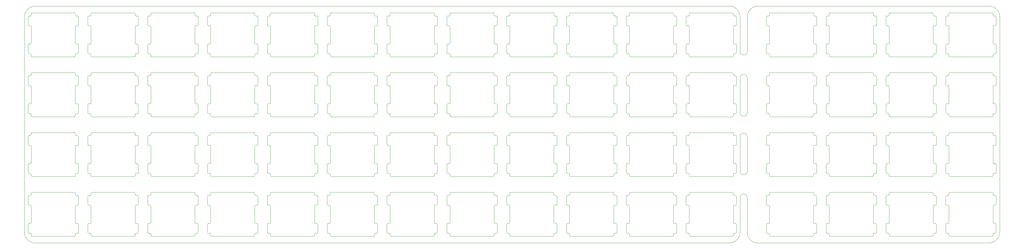
<source format=gbr>
G04 #@! TF.GenerationSoftware,KiCad,Pcbnew,(5.1.2-1)-1*
G04 #@! TF.CreationDate,2020-05-24T08:12:45-05:00*
G04 #@! TF.ProjectId,therick48.16_top_plate,74686572-6963-46b3-9438-2e31365f746f,rev?*
G04 #@! TF.SameCoordinates,Original*
G04 #@! TF.FileFunction,Profile,NP*
%FSLAX46Y46*%
G04 Gerber Fmt 4.6, Leading zero omitted, Abs format (unit mm)*
G04 Created by KiCad (PCBNEW (5.1.2-1)-1) date 2020-05-24 08:12:45*
%MOMM*%
%LPD*%
G04 APERTURE LIST*
%ADD10C,0.050000*%
%ADD11C,0.100000*%
G04 APERTURE END LIST*
D10*
X275880000Y-49400000D02*
G75*
G02X273600000Y-49400000I-1140000J0D01*
G01*
X273600000Y-57760000D02*
G75*
G02X275880000Y-57760000I1140000J0D01*
G01*
X275880000Y-68780000D02*
G75*
G02X273600000Y-68780000I-1140000J0D01*
G01*
X273600000Y-76380000D02*
G75*
G02X275880000Y-76380000I1140000J0D01*
G01*
X275880000Y-87400000D02*
G75*
G02X273600000Y-87400000I-1140000J0D01*
G01*
X273600000Y-95760000D02*
G75*
G02X275880000Y-95760000I1140000J0D01*
G01*
X275880000Y-57760000D02*
X275880000Y-68780000D01*
X275880000Y-95760000D02*
X275880000Y-106780000D01*
X273600000Y-95760000D02*
X273600000Y-106780000D01*
X275880000Y-76380000D02*
X275880000Y-87400000D01*
X273600000Y-76380000D02*
X273600000Y-87400000D01*
X273600000Y-57760000D02*
X273600000Y-68780000D01*
X273600000Y-38380000D02*
X273600000Y-49400000D01*
X275880000Y-38380000D02*
X275880000Y-49400000D01*
X352640009Y-34960000D02*
X279300000Y-34960000D01*
X356060009Y-106780000D02*
X356060009Y-38380000D01*
X279300000Y-110200000D02*
X352640009Y-110200000D01*
X279300000Y-110200000D02*
G75*
G02X275880000Y-106780000I0J3420000D01*
G01*
X275880000Y-38380000D02*
G75*
G02X279300000Y-34960000I3420000J0D01*
G01*
X352640009Y-34960000D02*
G75*
G02X356060009Y-38380000I0J-3420000D01*
G01*
X356060009Y-106780000D02*
G75*
G02X352640009Y-110200000I-3420000J0D01*
G01*
X270180000Y-110200000D02*
X49780000Y-110200000D01*
X49780000Y-34960000D02*
X270180000Y-34960000D01*
X46360000Y-106780000D02*
X46360000Y-38380000D01*
X49780000Y-110200000D02*
G75*
G02X46360000Y-106780000I0J3420000D01*
G01*
X46360000Y-38380000D02*
G75*
G02X49780000Y-34960000I3420000J0D01*
G01*
X270180000Y-34960000D02*
G75*
G02X273600000Y-38380000I0J-3420000D01*
G01*
X273600000Y-106780000D02*
G75*
G02X270180000Y-110200000I-3420000J0D01*
G01*
D11*
X353639087Y-108079734D02*
X340239087Y-108079734D01*
X340239087Y-108079734D02*
G75*
G02X339939087Y-107779734I0J300000D01*
G01*
X339939087Y-107779734D02*
X339939087Y-107379734D01*
X339939087Y-94379734D02*
G75*
G02X340239087Y-94079734I300000J0D01*
G01*
X353639087Y-94079734D02*
X340239087Y-94079734D01*
X339939087Y-98479734D02*
X339939087Y-103679734D01*
X339939087Y-94779734D02*
X339939087Y-94379734D01*
X353939087Y-107379734D02*
X353939087Y-107779734D01*
X353639087Y-94079734D02*
G75*
G02X353939087Y-94379734I0J-300000D01*
G01*
X354939087Y-97979734D02*
G75*
G02X354739087Y-98179734I-200000J0D01*
G01*
X353939087Y-98479734D02*
G75*
G02X354239087Y-98179734I300000J0D01*
G01*
X354239087Y-95079734D02*
X354639087Y-95079734D01*
X354939087Y-97979734D02*
X354939087Y-95379734D01*
X354739087Y-98179734D02*
X354239087Y-98179734D01*
X353939087Y-103679734D02*
X353939087Y-98479734D01*
X353939087Y-107779734D02*
G75*
G02X353639087Y-108079734I-300000J0D01*
G01*
X354239087Y-95079734D02*
G75*
G02X353939087Y-94779734I0J300000D01*
G01*
X354639087Y-95079734D02*
G75*
G02X354939087Y-95379734I0J-300000D01*
G01*
X353939087Y-94379734D02*
X353939087Y-94779734D01*
X354239087Y-103979734D02*
G75*
G02X353939087Y-103679734I0J300000D01*
G01*
X354639087Y-103979734D02*
G75*
G02X354939087Y-104279734I0J-300000D01*
G01*
X354739087Y-107079734D02*
X354239087Y-107079734D01*
X354939087Y-106879734D02*
X354939087Y-104279734D01*
X354239087Y-103979734D02*
X354639087Y-103979734D01*
X353939087Y-107379734D02*
G75*
G02X354239087Y-107079734I300000J0D01*
G01*
X354939087Y-106879734D02*
G75*
G02X354739087Y-107079734I-200000J0D01*
G01*
X338939087Y-104179734D02*
G75*
G02X339139087Y-103979734I200000J0D01*
G01*
X339939087Y-103679734D02*
G75*
G02X339639087Y-103979734I-300000J0D01*
G01*
X339639087Y-107079734D02*
X339239087Y-107079734D01*
X338939087Y-104179734D02*
X338939087Y-106779734D01*
X339139087Y-103979734D02*
X339639087Y-103979734D01*
X339239087Y-107079734D02*
G75*
G02X338939087Y-106779734I0J300000D01*
G01*
X339639087Y-107079734D02*
G75*
G02X339939087Y-107379734I0J-300000D01*
G01*
X339139087Y-95079734D02*
X339639087Y-95079734D01*
X339639087Y-98179734D02*
X339239087Y-98179734D01*
X338939087Y-95279734D02*
X338939087Y-97879734D01*
X339939087Y-94779734D02*
G75*
G02X339639087Y-95079734I-300000J0D01*
G01*
X339639087Y-98179734D02*
G75*
G02X339939087Y-98479734I0J-300000D01*
G01*
X339239087Y-98179734D02*
G75*
G02X338939087Y-97879734I0J300000D01*
G01*
X338939087Y-95279734D02*
G75*
G02X339139087Y-95079734I200000J0D01*
G01*
X334639137Y-108079734D02*
X321239137Y-108079734D01*
X321239137Y-108079734D02*
G75*
G02X320939137Y-107779734I0J300000D01*
G01*
X320939137Y-107779734D02*
X320939137Y-107379734D01*
X320939137Y-94379734D02*
G75*
G02X321239137Y-94079734I300000J0D01*
G01*
X334639137Y-94079734D02*
X321239137Y-94079734D01*
X320939137Y-98479734D02*
X320939137Y-103679734D01*
X320939137Y-94779734D02*
X320939137Y-94379734D01*
X334939137Y-107379734D02*
X334939137Y-107779734D01*
X334639137Y-94079734D02*
G75*
G02X334939137Y-94379734I0J-300000D01*
G01*
X335939137Y-97979734D02*
G75*
G02X335739137Y-98179734I-200000J0D01*
G01*
X334939137Y-98479734D02*
G75*
G02X335239137Y-98179734I300000J0D01*
G01*
X335239137Y-95079734D02*
X335639137Y-95079734D01*
X335939137Y-97979734D02*
X335939137Y-95379734D01*
X335739137Y-98179734D02*
X335239137Y-98179734D01*
X334939137Y-103679734D02*
X334939137Y-98479734D01*
X334939137Y-107779734D02*
G75*
G02X334639137Y-108079734I-300000J0D01*
G01*
X335239137Y-95079734D02*
G75*
G02X334939137Y-94779734I0J300000D01*
G01*
X335639137Y-95079734D02*
G75*
G02X335939137Y-95379734I0J-300000D01*
G01*
X334939137Y-94379734D02*
X334939137Y-94779734D01*
X335239137Y-103979734D02*
G75*
G02X334939137Y-103679734I0J300000D01*
G01*
X335639137Y-103979734D02*
G75*
G02X335939137Y-104279734I0J-300000D01*
G01*
X335739137Y-107079734D02*
X335239137Y-107079734D01*
X335939137Y-106879734D02*
X335939137Y-104279734D01*
X335239137Y-103979734D02*
X335639137Y-103979734D01*
X334939137Y-107379734D02*
G75*
G02X335239137Y-107079734I300000J0D01*
G01*
X335939137Y-106879734D02*
G75*
G02X335739137Y-107079734I-200000J0D01*
G01*
X319939137Y-104179734D02*
G75*
G02X320139137Y-103979734I200000J0D01*
G01*
X320939137Y-103679734D02*
G75*
G02X320639137Y-103979734I-300000J0D01*
G01*
X320639137Y-107079734D02*
X320239137Y-107079734D01*
X319939137Y-104179734D02*
X319939137Y-106779734D01*
X320139137Y-103979734D02*
X320639137Y-103979734D01*
X320239137Y-107079734D02*
G75*
G02X319939137Y-106779734I0J300000D01*
G01*
X320639137Y-107079734D02*
G75*
G02X320939137Y-107379734I0J-300000D01*
G01*
X320139137Y-95079734D02*
X320639137Y-95079734D01*
X320639137Y-98179734D02*
X320239137Y-98179734D01*
X319939137Y-95279734D02*
X319939137Y-97879734D01*
X320939137Y-94779734D02*
G75*
G02X320639137Y-95079734I-300000J0D01*
G01*
X320639137Y-98179734D02*
G75*
G02X320939137Y-98479734I0J-300000D01*
G01*
X320239137Y-98179734D02*
G75*
G02X319939137Y-97879734I0J300000D01*
G01*
X319939137Y-95279734D02*
G75*
G02X320139137Y-95079734I200000J0D01*
G01*
X315639187Y-108079734D02*
X302239187Y-108079734D01*
X302239187Y-108079734D02*
G75*
G02X301939187Y-107779734I0J300000D01*
G01*
X301939187Y-107779734D02*
X301939187Y-107379734D01*
X301939187Y-94379734D02*
G75*
G02X302239187Y-94079734I300000J0D01*
G01*
X315639187Y-94079734D02*
X302239187Y-94079734D01*
X301939187Y-98479734D02*
X301939187Y-103679734D01*
X301939187Y-94779734D02*
X301939187Y-94379734D01*
X315939187Y-107379734D02*
X315939187Y-107779734D01*
X315639187Y-94079734D02*
G75*
G02X315939187Y-94379734I0J-300000D01*
G01*
X316939187Y-97979734D02*
G75*
G02X316739187Y-98179734I-200000J0D01*
G01*
X315939187Y-98479734D02*
G75*
G02X316239187Y-98179734I300000J0D01*
G01*
X316239187Y-95079734D02*
X316639187Y-95079734D01*
X316939187Y-97979734D02*
X316939187Y-95379734D01*
X316739187Y-98179734D02*
X316239187Y-98179734D01*
X315939187Y-103679734D02*
X315939187Y-98479734D01*
X315939187Y-107779734D02*
G75*
G02X315639187Y-108079734I-300000J0D01*
G01*
X316239187Y-95079734D02*
G75*
G02X315939187Y-94779734I0J300000D01*
G01*
X316639187Y-95079734D02*
G75*
G02X316939187Y-95379734I0J-300000D01*
G01*
X315939187Y-94379734D02*
X315939187Y-94779734D01*
X316239187Y-103979734D02*
G75*
G02X315939187Y-103679734I0J300000D01*
G01*
X316639187Y-103979734D02*
G75*
G02X316939187Y-104279734I0J-300000D01*
G01*
X316739187Y-107079734D02*
X316239187Y-107079734D01*
X316939187Y-106879734D02*
X316939187Y-104279734D01*
X316239187Y-103979734D02*
X316639187Y-103979734D01*
X315939187Y-107379734D02*
G75*
G02X316239187Y-107079734I300000J0D01*
G01*
X316939187Y-106879734D02*
G75*
G02X316739187Y-107079734I-200000J0D01*
G01*
X300939187Y-104179734D02*
G75*
G02X301139187Y-103979734I200000J0D01*
G01*
X301939187Y-103679734D02*
G75*
G02X301639187Y-103979734I-300000J0D01*
G01*
X301639187Y-107079734D02*
X301239187Y-107079734D01*
X300939187Y-104179734D02*
X300939187Y-106779734D01*
X301139187Y-103979734D02*
X301639187Y-103979734D01*
X301239187Y-107079734D02*
G75*
G02X300939187Y-106779734I0J300000D01*
G01*
X301639187Y-107079734D02*
G75*
G02X301939187Y-107379734I0J-300000D01*
G01*
X301139187Y-95079734D02*
X301639187Y-95079734D01*
X301639187Y-98179734D02*
X301239187Y-98179734D01*
X300939187Y-95279734D02*
X300939187Y-97879734D01*
X301939187Y-94779734D02*
G75*
G02X301639187Y-95079734I-300000J0D01*
G01*
X301639187Y-98179734D02*
G75*
G02X301939187Y-98479734I0J-300000D01*
G01*
X301239187Y-98179734D02*
G75*
G02X300939187Y-97879734I0J300000D01*
G01*
X300939187Y-95279734D02*
G75*
G02X301139187Y-95079734I200000J0D01*
G01*
X296639237Y-108079734D02*
X283239237Y-108079734D01*
X283239237Y-108079734D02*
G75*
G02X282939237Y-107779734I0J300000D01*
G01*
X282939237Y-107779734D02*
X282939237Y-107379734D01*
X282939237Y-94379734D02*
G75*
G02X283239237Y-94079734I300000J0D01*
G01*
X296639237Y-94079734D02*
X283239237Y-94079734D01*
X282939237Y-98479734D02*
X282939237Y-103679734D01*
X282939237Y-94779734D02*
X282939237Y-94379734D01*
X296939237Y-107379734D02*
X296939237Y-107779734D01*
X296639237Y-94079734D02*
G75*
G02X296939237Y-94379734I0J-300000D01*
G01*
X297939237Y-97979734D02*
G75*
G02X297739237Y-98179734I-200000J0D01*
G01*
X296939237Y-98479734D02*
G75*
G02X297239237Y-98179734I300000J0D01*
G01*
X297239237Y-95079734D02*
X297639237Y-95079734D01*
X297939237Y-97979734D02*
X297939237Y-95379734D01*
X297739237Y-98179734D02*
X297239237Y-98179734D01*
X296939237Y-103679734D02*
X296939237Y-98479734D01*
X296939237Y-107779734D02*
G75*
G02X296639237Y-108079734I-300000J0D01*
G01*
X297239237Y-95079734D02*
G75*
G02X296939237Y-94779734I0J300000D01*
G01*
X297639237Y-95079734D02*
G75*
G02X297939237Y-95379734I0J-300000D01*
G01*
X296939237Y-94379734D02*
X296939237Y-94779734D01*
X297239237Y-103979734D02*
G75*
G02X296939237Y-103679734I0J300000D01*
G01*
X297639237Y-103979734D02*
G75*
G02X297939237Y-104279734I0J-300000D01*
G01*
X297739237Y-107079734D02*
X297239237Y-107079734D01*
X297939237Y-106879734D02*
X297939237Y-104279734D01*
X297239237Y-103979734D02*
X297639237Y-103979734D01*
X296939237Y-107379734D02*
G75*
G02X297239237Y-107079734I300000J0D01*
G01*
X297939237Y-106879734D02*
G75*
G02X297739237Y-107079734I-200000J0D01*
G01*
X281939237Y-104179734D02*
G75*
G02X282139237Y-103979734I200000J0D01*
G01*
X282939237Y-103679734D02*
G75*
G02X282639237Y-103979734I-300000J0D01*
G01*
X282639237Y-107079734D02*
X282239237Y-107079734D01*
X281939237Y-104179734D02*
X281939237Y-106779734D01*
X282139237Y-103979734D02*
X282639237Y-103979734D01*
X282239237Y-107079734D02*
G75*
G02X281939237Y-106779734I0J300000D01*
G01*
X282639237Y-107079734D02*
G75*
G02X282939237Y-107379734I0J-300000D01*
G01*
X282139237Y-95079734D02*
X282639237Y-95079734D01*
X282639237Y-98179734D02*
X282239237Y-98179734D01*
X281939237Y-95279734D02*
X281939237Y-97879734D01*
X282939237Y-94779734D02*
G75*
G02X282639237Y-95079734I-300000J0D01*
G01*
X282639237Y-98179734D02*
G75*
G02X282939237Y-98479734I0J-300000D01*
G01*
X282239237Y-98179734D02*
G75*
G02X281939237Y-97879734I0J300000D01*
G01*
X281939237Y-95279734D02*
G75*
G02X282139237Y-95079734I200000J0D01*
G01*
X353639087Y-89079784D02*
X340239087Y-89079784D01*
X340239087Y-89079784D02*
G75*
G02X339939087Y-88779784I0J300000D01*
G01*
X339939087Y-88779784D02*
X339939087Y-88379784D01*
X339939087Y-75379784D02*
G75*
G02X340239087Y-75079784I300000J0D01*
G01*
X353639087Y-75079784D02*
X340239087Y-75079784D01*
X339939087Y-79479784D02*
X339939087Y-84679784D01*
X339939087Y-75779784D02*
X339939087Y-75379784D01*
X353939087Y-88379784D02*
X353939087Y-88779784D01*
X353639087Y-75079784D02*
G75*
G02X353939087Y-75379784I0J-300000D01*
G01*
X354939087Y-78979784D02*
G75*
G02X354739087Y-79179784I-200000J0D01*
G01*
X353939087Y-79479784D02*
G75*
G02X354239087Y-79179784I300000J0D01*
G01*
X354239087Y-76079784D02*
X354639087Y-76079784D01*
X354939087Y-78979784D02*
X354939087Y-76379784D01*
X354739087Y-79179784D02*
X354239087Y-79179784D01*
X353939087Y-84679784D02*
X353939087Y-79479784D01*
X353939087Y-88779784D02*
G75*
G02X353639087Y-89079784I-300000J0D01*
G01*
X354239087Y-76079784D02*
G75*
G02X353939087Y-75779784I0J300000D01*
G01*
X354639087Y-76079784D02*
G75*
G02X354939087Y-76379784I0J-300000D01*
G01*
X353939087Y-75379784D02*
X353939087Y-75779784D01*
X354239087Y-84979784D02*
G75*
G02X353939087Y-84679784I0J300000D01*
G01*
X354639087Y-84979784D02*
G75*
G02X354939087Y-85279784I0J-300000D01*
G01*
X354739087Y-88079784D02*
X354239087Y-88079784D01*
X354939087Y-87879784D02*
X354939087Y-85279784D01*
X354239087Y-84979784D02*
X354639087Y-84979784D01*
X353939087Y-88379784D02*
G75*
G02X354239087Y-88079784I300000J0D01*
G01*
X354939087Y-87879784D02*
G75*
G02X354739087Y-88079784I-200000J0D01*
G01*
X338939087Y-85179784D02*
G75*
G02X339139087Y-84979784I200000J0D01*
G01*
X339939087Y-84679784D02*
G75*
G02X339639087Y-84979784I-300000J0D01*
G01*
X339639087Y-88079784D02*
X339239087Y-88079784D01*
X338939087Y-85179784D02*
X338939087Y-87779784D01*
X339139087Y-84979784D02*
X339639087Y-84979784D01*
X339239087Y-88079784D02*
G75*
G02X338939087Y-87779784I0J300000D01*
G01*
X339639087Y-88079784D02*
G75*
G02X339939087Y-88379784I0J-300000D01*
G01*
X339139087Y-76079784D02*
X339639087Y-76079784D01*
X339639087Y-79179784D02*
X339239087Y-79179784D01*
X338939087Y-76279784D02*
X338939087Y-78879784D01*
X339939087Y-75779784D02*
G75*
G02X339639087Y-76079784I-300000J0D01*
G01*
X339639087Y-79179784D02*
G75*
G02X339939087Y-79479784I0J-300000D01*
G01*
X339239087Y-79179784D02*
G75*
G02X338939087Y-78879784I0J300000D01*
G01*
X338939087Y-76279784D02*
G75*
G02X339139087Y-76079784I200000J0D01*
G01*
X334639137Y-89079784D02*
X321239137Y-89079784D01*
X321239137Y-89079784D02*
G75*
G02X320939137Y-88779784I0J300000D01*
G01*
X320939137Y-88779784D02*
X320939137Y-88379784D01*
X320939137Y-75379784D02*
G75*
G02X321239137Y-75079784I300000J0D01*
G01*
X334639137Y-75079784D02*
X321239137Y-75079784D01*
X320939137Y-79479784D02*
X320939137Y-84679784D01*
X320939137Y-75779784D02*
X320939137Y-75379784D01*
X334939137Y-88379784D02*
X334939137Y-88779784D01*
X334639137Y-75079784D02*
G75*
G02X334939137Y-75379784I0J-300000D01*
G01*
X335939137Y-78979784D02*
G75*
G02X335739137Y-79179784I-200000J0D01*
G01*
X334939137Y-79479784D02*
G75*
G02X335239137Y-79179784I300000J0D01*
G01*
X335239137Y-76079784D02*
X335639137Y-76079784D01*
X335939137Y-78979784D02*
X335939137Y-76379784D01*
X335739137Y-79179784D02*
X335239137Y-79179784D01*
X334939137Y-84679784D02*
X334939137Y-79479784D01*
X334939137Y-88779784D02*
G75*
G02X334639137Y-89079784I-300000J0D01*
G01*
X335239137Y-76079784D02*
G75*
G02X334939137Y-75779784I0J300000D01*
G01*
X335639137Y-76079784D02*
G75*
G02X335939137Y-76379784I0J-300000D01*
G01*
X334939137Y-75379784D02*
X334939137Y-75779784D01*
X335239137Y-84979784D02*
G75*
G02X334939137Y-84679784I0J300000D01*
G01*
X335639137Y-84979784D02*
G75*
G02X335939137Y-85279784I0J-300000D01*
G01*
X335739137Y-88079784D02*
X335239137Y-88079784D01*
X335939137Y-87879784D02*
X335939137Y-85279784D01*
X335239137Y-84979784D02*
X335639137Y-84979784D01*
X334939137Y-88379784D02*
G75*
G02X335239137Y-88079784I300000J0D01*
G01*
X335939137Y-87879784D02*
G75*
G02X335739137Y-88079784I-200000J0D01*
G01*
X319939137Y-85179784D02*
G75*
G02X320139137Y-84979784I200000J0D01*
G01*
X320939137Y-84679784D02*
G75*
G02X320639137Y-84979784I-300000J0D01*
G01*
X320639137Y-88079784D02*
X320239137Y-88079784D01*
X319939137Y-85179784D02*
X319939137Y-87779784D01*
X320139137Y-84979784D02*
X320639137Y-84979784D01*
X320239137Y-88079784D02*
G75*
G02X319939137Y-87779784I0J300000D01*
G01*
X320639137Y-88079784D02*
G75*
G02X320939137Y-88379784I0J-300000D01*
G01*
X320139137Y-76079784D02*
X320639137Y-76079784D01*
X320639137Y-79179784D02*
X320239137Y-79179784D01*
X319939137Y-76279784D02*
X319939137Y-78879784D01*
X320939137Y-75779784D02*
G75*
G02X320639137Y-76079784I-300000J0D01*
G01*
X320639137Y-79179784D02*
G75*
G02X320939137Y-79479784I0J-300000D01*
G01*
X320239137Y-79179784D02*
G75*
G02X319939137Y-78879784I0J300000D01*
G01*
X319939137Y-76279784D02*
G75*
G02X320139137Y-76079784I200000J0D01*
G01*
X315639187Y-89079784D02*
X302239187Y-89079784D01*
X302239187Y-89079784D02*
G75*
G02X301939187Y-88779784I0J300000D01*
G01*
X301939187Y-88779784D02*
X301939187Y-88379784D01*
X301939187Y-75379784D02*
G75*
G02X302239187Y-75079784I300000J0D01*
G01*
X315639187Y-75079784D02*
X302239187Y-75079784D01*
X301939187Y-79479784D02*
X301939187Y-84679784D01*
X301939187Y-75779784D02*
X301939187Y-75379784D01*
X315939187Y-88379784D02*
X315939187Y-88779784D01*
X315639187Y-75079784D02*
G75*
G02X315939187Y-75379784I0J-300000D01*
G01*
X316939187Y-78979784D02*
G75*
G02X316739187Y-79179784I-200000J0D01*
G01*
X315939187Y-79479784D02*
G75*
G02X316239187Y-79179784I300000J0D01*
G01*
X316239187Y-76079784D02*
X316639187Y-76079784D01*
X316939187Y-78979784D02*
X316939187Y-76379784D01*
X316739187Y-79179784D02*
X316239187Y-79179784D01*
X315939187Y-84679784D02*
X315939187Y-79479784D01*
X315939187Y-88779784D02*
G75*
G02X315639187Y-89079784I-300000J0D01*
G01*
X316239187Y-76079784D02*
G75*
G02X315939187Y-75779784I0J300000D01*
G01*
X316639187Y-76079784D02*
G75*
G02X316939187Y-76379784I0J-300000D01*
G01*
X315939187Y-75379784D02*
X315939187Y-75779784D01*
X316239187Y-84979784D02*
G75*
G02X315939187Y-84679784I0J300000D01*
G01*
X316639187Y-84979784D02*
G75*
G02X316939187Y-85279784I0J-300000D01*
G01*
X316739187Y-88079784D02*
X316239187Y-88079784D01*
X316939187Y-87879784D02*
X316939187Y-85279784D01*
X316239187Y-84979784D02*
X316639187Y-84979784D01*
X315939187Y-88379784D02*
G75*
G02X316239187Y-88079784I300000J0D01*
G01*
X316939187Y-87879784D02*
G75*
G02X316739187Y-88079784I-200000J0D01*
G01*
X300939187Y-85179784D02*
G75*
G02X301139187Y-84979784I200000J0D01*
G01*
X301939187Y-84679784D02*
G75*
G02X301639187Y-84979784I-300000J0D01*
G01*
X301639187Y-88079784D02*
X301239187Y-88079784D01*
X300939187Y-85179784D02*
X300939187Y-87779784D01*
X301139187Y-84979784D02*
X301639187Y-84979784D01*
X301239187Y-88079784D02*
G75*
G02X300939187Y-87779784I0J300000D01*
G01*
X301639187Y-88079784D02*
G75*
G02X301939187Y-88379784I0J-300000D01*
G01*
X301139187Y-76079784D02*
X301639187Y-76079784D01*
X301639187Y-79179784D02*
X301239187Y-79179784D01*
X300939187Y-76279784D02*
X300939187Y-78879784D01*
X301939187Y-75779784D02*
G75*
G02X301639187Y-76079784I-300000J0D01*
G01*
X301639187Y-79179784D02*
G75*
G02X301939187Y-79479784I0J-300000D01*
G01*
X301239187Y-79179784D02*
G75*
G02X300939187Y-78879784I0J300000D01*
G01*
X300939187Y-76279784D02*
G75*
G02X301139187Y-76079784I200000J0D01*
G01*
X296639237Y-89079784D02*
X283239237Y-89079784D01*
X283239237Y-89079784D02*
G75*
G02X282939237Y-88779784I0J300000D01*
G01*
X282939237Y-88779784D02*
X282939237Y-88379784D01*
X282939237Y-75379784D02*
G75*
G02X283239237Y-75079784I300000J0D01*
G01*
X296639237Y-75079784D02*
X283239237Y-75079784D01*
X282939237Y-79479784D02*
X282939237Y-84679784D01*
X282939237Y-75779784D02*
X282939237Y-75379784D01*
X296939237Y-88379784D02*
X296939237Y-88779784D01*
X296639237Y-75079784D02*
G75*
G02X296939237Y-75379784I0J-300000D01*
G01*
X297939237Y-78979784D02*
G75*
G02X297739237Y-79179784I-200000J0D01*
G01*
X296939237Y-79479784D02*
G75*
G02X297239237Y-79179784I300000J0D01*
G01*
X297239237Y-76079784D02*
X297639237Y-76079784D01*
X297939237Y-78979784D02*
X297939237Y-76379784D01*
X297739237Y-79179784D02*
X297239237Y-79179784D01*
X296939237Y-84679784D02*
X296939237Y-79479784D01*
X296939237Y-88779784D02*
G75*
G02X296639237Y-89079784I-300000J0D01*
G01*
X297239237Y-76079784D02*
G75*
G02X296939237Y-75779784I0J300000D01*
G01*
X297639237Y-76079784D02*
G75*
G02X297939237Y-76379784I0J-300000D01*
G01*
X296939237Y-75379784D02*
X296939237Y-75779784D01*
X297239237Y-84979784D02*
G75*
G02X296939237Y-84679784I0J300000D01*
G01*
X297639237Y-84979784D02*
G75*
G02X297939237Y-85279784I0J-300000D01*
G01*
X297739237Y-88079784D02*
X297239237Y-88079784D01*
X297939237Y-87879784D02*
X297939237Y-85279784D01*
X297239237Y-84979784D02*
X297639237Y-84979784D01*
X296939237Y-88379784D02*
G75*
G02X297239237Y-88079784I300000J0D01*
G01*
X297939237Y-87879784D02*
G75*
G02X297739237Y-88079784I-200000J0D01*
G01*
X281939237Y-85179784D02*
G75*
G02X282139237Y-84979784I200000J0D01*
G01*
X282939237Y-84679784D02*
G75*
G02X282639237Y-84979784I-300000J0D01*
G01*
X282639237Y-88079784D02*
X282239237Y-88079784D01*
X281939237Y-85179784D02*
X281939237Y-87779784D01*
X282139237Y-84979784D02*
X282639237Y-84979784D01*
X282239237Y-88079784D02*
G75*
G02X281939237Y-87779784I0J300000D01*
G01*
X282639237Y-88079784D02*
G75*
G02X282939237Y-88379784I0J-300000D01*
G01*
X282139237Y-76079784D02*
X282639237Y-76079784D01*
X282639237Y-79179784D02*
X282239237Y-79179784D01*
X281939237Y-76279784D02*
X281939237Y-78879784D01*
X282939237Y-75779784D02*
G75*
G02X282639237Y-76079784I-300000J0D01*
G01*
X282639237Y-79179784D02*
G75*
G02X282939237Y-79479784I0J-300000D01*
G01*
X282239237Y-79179784D02*
G75*
G02X281939237Y-78879784I0J300000D01*
G01*
X281939237Y-76279784D02*
G75*
G02X282139237Y-76079784I200000J0D01*
G01*
X353639087Y-70079834D02*
X340239087Y-70079834D01*
X340239087Y-70079834D02*
G75*
G02X339939087Y-69779834I0J300000D01*
G01*
X339939087Y-69779834D02*
X339939087Y-69379834D01*
X339939087Y-56379834D02*
G75*
G02X340239087Y-56079834I300000J0D01*
G01*
X353639087Y-56079834D02*
X340239087Y-56079834D01*
X339939087Y-60479834D02*
X339939087Y-65679834D01*
X339939087Y-56779834D02*
X339939087Y-56379834D01*
X353939087Y-69379834D02*
X353939087Y-69779834D01*
X353639087Y-56079834D02*
G75*
G02X353939087Y-56379834I0J-300000D01*
G01*
X354939087Y-59979834D02*
G75*
G02X354739087Y-60179834I-200000J0D01*
G01*
X353939087Y-60479834D02*
G75*
G02X354239087Y-60179834I300000J0D01*
G01*
X354239087Y-57079834D02*
X354639087Y-57079834D01*
X354939087Y-59979834D02*
X354939087Y-57379834D01*
X354739087Y-60179834D02*
X354239087Y-60179834D01*
X353939087Y-65679834D02*
X353939087Y-60479834D01*
X353939087Y-69779834D02*
G75*
G02X353639087Y-70079834I-300000J0D01*
G01*
X354239087Y-57079834D02*
G75*
G02X353939087Y-56779834I0J300000D01*
G01*
X354639087Y-57079834D02*
G75*
G02X354939087Y-57379834I0J-300000D01*
G01*
X353939087Y-56379834D02*
X353939087Y-56779834D01*
X354239087Y-65979834D02*
G75*
G02X353939087Y-65679834I0J300000D01*
G01*
X354639087Y-65979834D02*
G75*
G02X354939087Y-66279834I0J-300000D01*
G01*
X354739087Y-69079834D02*
X354239087Y-69079834D01*
X354939087Y-68879834D02*
X354939087Y-66279834D01*
X354239087Y-65979834D02*
X354639087Y-65979834D01*
X353939087Y-69379834D02*
G75*
G02X354239087Y-69079834I300000J0D01*
G01*
X354939087Y-68879834D02*
G75*
G02X354739087Y-69079834I-200000J0D01*
G01*
X338939087Y-66179834D02*
G75*
G02X339139087Y-65979834I200000J0D01*
G01*
X339939087Y-65679834D02*
G75*
G02X339639087Y-65979834I-300000J0D01*
G01*
X339639087Y-69079834D02*
X339239087Y-69079834D01*
X338939087Y-66179834D02*
X338939087Y-68779834D01*
X339139087Y-65979834D02*
X339639087Y-65979834D01*
X339239087Y-69079834D02*
G75*
G02X338939087Y-68779834I0J300000D01*
G01*
X339639087Y-69079834D02*
G75*
G02X339939087Y-69379834I0J-300000D01*
G01*
X339139087Y-57079834D02*
X339639087Y-57079834D01*
X339639087Y-60179834D02*
X339239087Y-60179834D01*
X338939087Y-57279834D02*
X338939087Y-59879834D01*
X339939087Y-56779834D02*
G75*
G02X339639087Y-57079834I-300000J0D01*
G01*
X339639087Y-60179834D02*
G75*
G02X339939087Y-60479834I0J-300000D01*
G01*
X339239087Y-60179834D02*
G75*
G02X338939087Y-59879834I0J300000D01*
G01*
X338939087Y-57279834D02*
G75*
G02X339139087Y-57079834I200000J0D01*
G01*
X334639137Y-70079834D02*
X321239137Y-70079834D01*
X321239137Y-70079834D02*
G75*
G02X320939137Y-69779834I0J300000D01*
G01*
X320939137Y-69779834D02*
X320939137Y-69379834D01*
X320939137Y-56379834D02*
G75*
G02X321239137Y-56079834I300000J0D01*
G01*
X334639137Y-56079834D02*
X321239137Y-56079834D01*
X320939137Y-60479834D02*
X320939137Y-65679834D01*
X320939137Y-56779834D02*
X320939137Y-56379834D01*
X334939137Y-69379834D02*
X334939137Y-69779834D01*
X334639137Y-56079834D02*
G75*
G02X334939137Y-56379834I0J-300000D01*
G01*
X335939137Y-59979834D02*
G75*
G02X335739137Y-60179834I-200000J0D01*
G01*
X334939137Y-60479834D02*
G75*
G02X335239137Y-60179834I300000J0D01*
G01*
X335239137Y-57079834D02*
X335639137Y-57079834D01*
X335939137Y-59979834D02*
X335939137Y-57379834D01*
X335739137Y-60179834D02*
X335239137Y-60179834D01*
X334939137Y-65679834D02*
X334939137Y-60479834D01*
X334939137Y-69779834D02*
G75*
G02X334639137Y-70079834I-300000J0D01*
G01*
X335239137Y-57079834D02*
G75*
G02X334939137Y-56779834I0J300000D01*
G01*
X335639137Y-57079834D02*
G75*
G02X335939137Y-57379834I0J-300000D01*
G01*
X334939137Y-56379834D02*
X334939137Y-56779834D01*
X335239137Y-65979834D02*
G75*
G02X334939137Y-65679834I0J300000D01*
G01*
X335639137Y-65979834D02*
G75*
G02X335939137Y-66279834I0J-300000D01*
G01*
X335739137Y-69079834D02*
X335239137Y-69079834D01*
X335939137Y-68879834D02*
X335939137Y-66279834D01*
X335239137Y-65979834D02*
X335639137Y-65979834D01*
X334939137Y-69379834D02*
G75*
G02X335239137Y-69079834I300000J0D01*
G01*
X335939137Y-68879834D02*
G75*
G02X335739137Y-69079834I-200000J0D01*
G01*
X319939137Y-66179834D02*
G75*
G02X320139137Y-65979834I200000J0D01*
G01*
X320939137Y-65679834D02*
G75*
G02X320639137Y-65979834I-300000J0D01*
G01*
X320639137Y-69079834D02*
X320239137Y-69079834D01*
X319939137Y-66179834D02*
X319939137Y-68779834D01*
X320139137Y-65979834D02*
X320639137Y-65979834D01*
X320239137Y-69079834D02*
G75*
G02X319939137Y-68779834I0J300000D01*
G01*
X320639137Y-69079834D02*
G75*
G02X320939137Y-69379834I0J-300000D01*
G01*
X320139137Y-57079834D02*
X320639137Y-57079834D01*
X320639137Y-60179834D02*
X320239137Y-60179834D01*
X319939137Y-57279834D02*
X319939137Y-59879834D01*
X320939137Y-56779834D02*
G75*
G02X320639137Y-57079834I-300000J0D01*
G01*
X320639137Y-60179834D02*
G75*
G02X320939137Y-60479834I0J-300000D01*
G01*
X320239137Y-60179834D02*
G75*
G02X319939137Y-59879834I0J300000D01*
G01*
X319939137Y-57279834D02*
G75*
G02X320139137Y-57079834I200000J0D01*
G01*
X315639187Y-70079834D02*
X302239187Y-70079834D01*
X302239187Y-70079834D02*
G75*
G02X301939187Y-69779834I0J300000D01*
G01*
X301939187Y-69779834D02*
X301939187Y-69379834D01*
X301939187Y-56379834D02*
G75*
G02X302239187Y-56079834I300000J0D01*
G01*
X315639187Y-56079834D02*
X302239187Y-56079834D01*
X301939187Y-60479834D02*
X301939187Y-65679834D01*
X301939187Y-56779834D02*
X301939187Y-56379834D01*
X315939187Y-69379834D02*
X315939187Y-69779834D01*
X315639187Y-56079834D02*
G75*
G02X315939187Y-56379834I0J-300000D01*
G01*
X316939187Y-59979834D02*
G75*
G02X316739187Y-60179834I-200000J0D01*
G01*
X315939187Y-60479834D02*
G75*
G02X316239187Y-60179834I300000J0D01*
G01*
X316239187Y-57079834D02*
X316639187Y-57079834D01*
X316939187Y-59979834D02*
X316939187Y-57379834D01*
X316739187Y-60179834D02*
X316239187Y-60179834D01*
X315939187Y-65679834D02*
X315939187Y-60479834D01*
X315939187Y-69779834D02*
G75*
G02X315639187Y-70079834I-300000J0D01*
G01*
X316239187Y-57079834D02*
G75*
G02X315939187Y-56779834I0J300000D01*
G01*
X316639187Y-57079834D02*
G75*
G02X316939187Y-57379834I0J-300000D01*
G01*
X315939187Y-56379834D02*
X315939187Y-56779834D01*
X316239187Y-65979834D02*
G75*
G02X315939187Y-65679834I0J300000D01*
G01*
X316639187Y-65979834D02*
G75*
G02X316939187Y-66279834I0J-300000D01*
G01*
X316739187Y-69079834D02*
X316239187Y-69079834D01*
X316939187Y-68879834D02*
X316939187Y-66279834D01*
X316239187Y-65979834D02*
X316639187Y-65979834D01*
X315939187Y-69379834D02*
G75*
G02X316239187Y-69079834I300000J0D01*
G01*
X316939187Y-68879834D02*
G75*
G02X316739187Y-69079834I-200000J0D01*
G01*
X300939187Y-66179834D02*
G75*
G02X301139187Y-65979834I200000J0D01*
G01*
X301939187Y-65679834D02*
G75*
G02X301639187Y-65979834I-300000J0D01*
G01*
X301639187Y-69079834D02*
X301239187Y-69079834D01*
X300939187Y-66179834D02*
X300939187Y-68779834D01*
X301139187Y-65979834D02*
X301639187Y-65979834D01*
X301239187Y-69079834D02*
G75*
G02X300939187Y-68779834I0J300000D01*
G01*
X301639187Y-69079834D02*
G75*
G02X301939187Y-69379834I0J-300000D01*
G01*
X301139187Y-57079834D02*
X301639187Y-57079834D01*
X301639187Y-60179834D02*
X301239187Y-60179834D01*
X300939187Y-57279834D02*
X300939187Y-59879834D01*
X301939187Y-56779834D02*
G75*
G02X301639187Y-57079834I-300000J0D01*
G01*
X301639187Y-60179834D02*
G75*
G02X301939187Y-60479834I0J-300000D01*
G01*
X301239187Y-60179834D02*
G75*
G02X300939187Y-59879834I0J300000D01*
G01*
X300939187Y-57279834D02*
G75*
G02X301139187Y-57079834I200000J0D01*
G01*
X296639237Y-70079834D02*
X283239237Y-70079834D01*
X283239237Y-70079834D02*
G75*
G02X282939237Y-69779834I0J300000D01*
G01*
X282939237Y-69779834D02*
X282939237Y-69379834D01*
X282939237Y-56379834D02*
G75*
G02X283239237Y-56079834I300000J0D01*
G01*
X296639237Y-56079834D02*
X283239237Y-56079834D01*
X282939237Y-60479834D02*
X282939237Y-65679834D01*
X282939237Y-56779834D02*
X282939237Y-56379834D01*
X296939237Y-69379834D02*
X296939237Y-69779834D01*
X296639237Y-56079834D02*
G75*
G02X296939237Y-56379834I0J-300000D01*
G01*
X297939237Y-59979834D02*
G75*
G02X297739237Y-60179834I-200000J0D01*
G01*
X296939237Y-60479834D02*
G75*
G02X297239237Y-60179834I300000J0D01*
G01*
X297239237Y-57079834D02*
X297639237Y-57079834D01*
X297939237Y-59979834D02*
X297939237Y-57379834D01*
X297739237Y-60179834D02*
X297239237Y-60179834D01*
X296939237Y-65679834D02*
X296939237Y-60479834D01*
X296939237Y-69779834D02*
G75*
G02X296639237Y-70079834I-300000J0D01*
G01*
X297239237Y-57079834D02*
G75*
G02X296939237Y-56779834I0J300000D01*
G01*
X297639237Y-57079834D02*
G75*
G02X297939237Y-57379834I0J-300000D01*
G01*
X296939237Y-56379834D02*
X296939237Y-56779834D01*
X297239237Y-65979834D02*
G75*
G02X296939237Y-65679834I0J300000D01*
G01*
X297639237Y-65979834D02*
G75*
G02X297939237Y-66279834I0J-300000D01*
G01*
X297739237Y-69079834D02*
X297239237Y-69079834D01*
X297939237Y-68879834D02*
X297939237Y-66279834D01*
X297239237Y-65979834D02*
X297639237Y-65979834D01*
X296939237Y-69379834D02*
G75*
G02X297239237Y-69079834I300000J0D01*
G01*
X297939237Y-68879834D02*
G75*
G02X297739237Y-69079834I-200000J0D01*
G01*
X281939237Y-66179834D02*
G75*
G02X282139237Y-65979834I200000J0D01*
G01*
X282939237Y-65679834D02*
G75*
G02X282639237Y-65979834I-300000J0D01*
G01*
X282639237Y-69079834D02*
X282239237Y-69079834D01*
X281939237Y-66179834D02*
X281939237Y-68779834D01*
X282139237Y-65979834D02*
X282639237Y-65979834D01*
X282239237Y-69079834D02*
G75*
G02X281939237Y-68779834I0J300000D01*
G01*
X282639237Y-69079834D02*
G75*
G02X282939237Y-69379834I0J-300000D01*
G01*
X282139237Y-57079834D02*
X282639237Y-57079834D01*
X282639237Y-60179834D02*
X282239237Y-60179834D01*
X281939237Y-57279834D02*
X281939237Y-59879834D01*
X282939237Y-56779834D02*
G75*
G02X282639237Y-57079834I-300000J0D01*
G01*
X282639237Y-60179834D02*
G75*
G02X282939237Y-60479834I0J-300000D01*
G01*
X282239237Y-60179834D02*
G75*
G02X281939237Y-59879834I0J300000D01*
G01*
X281939237Y-57279834D02*
G75*
G02X282139237Y-57079834I200000J0D01*
G01*
X353639087Y-51079884D02*
X340239087Y-51079884D01*
X340239087Y-51079884D02*
G75*
G02X339939087Y-50779884I0J300000D01*
G01*
X339939087Y-50779884D02*
X339939087Y-50379884D01*
X339939087Y-37379884D02*
G75*
G02X340239087Y-37079884I300000J0D01*
G01*
X353639087Y-37079884D02*
X340239087Y-37079884D01*
X339939087Y-41479884D02*
X339939087Y-46679884D01*
X339939087Y-37779884D02*
X339939087Y-37379884D01*
X353939087Y-50379884D02*
X353939087Y-50779884D01*
X353639087Y-37079884D02*
G75*
G02X353939087Y-37379884I0J-300000D01*
G01*
X354939087Y-40979884D02*
G75*
G02X354739087Y-41179884I-200000J0D01*
G01*
X353939087Y-41479884D02*
G75*
G02X354239087Y-41179884I300000J0D01*
G01*
X354239087Y-38079884D02*
X354639087Y-38079884D01*
X354939087Y-40979884D02*
X354939087Y-38379884D01*
X354739087Y-41179884D02*
X354239087Y-41179884D01*
X353939087Y-46679884D02*
X353939087Y-41479884D01*
X353939087Y-50779884D02*
G75*
G02X353639087Y-51079884I-300000J0D01*
G01*
X354239087Y-38079884D02*
G75*
G02X353939087Y-37779884I0J300000D01*
G01*
X354639087Y-38079884D02*
G75*
G02X354939087Y-38379884I0J-300000D01*
G01*
X353939087Y-37379884D02*
X353939087Y-37779884D01*
X354239087Y-46979884D02*
G75*
G02X353939087Y-46679884I0J300000D01*
G01*
X354639087Y-46979884D02*
G75*
G02X354939087Y-47279884I0J-300000D01*
G01*
X354739087Y-50079884D02*
X354239087Y-50079884D01*
X354939087Y-49879884D02*
X354939087Y-47279884D01*
X354239087Y-46979884D02*
X354639087Y-46979884D01*
X353939087Y-50379884D02*
G75*
G02X354239087Y-50079884I300000J0D01*
G01*
X354939087Y-49879884D02*
G75*
G02X354739087Y-50079884I-200000J0D01*
G01*
X338939087Y-47179884D02*
G75*
G02X339139087Y-46979884I200000J0D01*
G01*
X339939087Y-46679884D02*
G75*
G02X339639087Y-46979884I-300000J0D01*
G01*
X339639087Y-50079884D02*
X339239087Y-50079884D01*
X338939087Y-47179884D02*
X338939087Y-49779884D01*
X339139087Y-46979884D02*
X339639087Y-46979884D01*
X339239087Y-50079884D02*
G75*
G02X338939087Y-49779884I0J300000D01*
G01*
X339639087Y-50079884D02*
G75*
G02X339939087Y-50379884I0J-300000D01*
G01*
X339139087Y-38079884D02*
X339639087Y-38079884D01*
X339639087Y-41179884D02*
X339239087Y-41179884D01*
X338939087Y-38279884D02*
X338939087Y-40879884D01*
X339939087Y-37779884D02*
G75*
G02X339639087Y-38079884I-300000J0D01*
G01*
X339639087Y-41179884D02*
G75*
G02X339939087Y-41479884I0J-300000D01*
G01*
X339239087Y-41179884D02*
G75*
G02X338939087Y-40879884I0J300000D01*
G01*
X338939087Y-38279884D02*
G75*
G02X339139087Y-38079884I200000J0D01*
G01*
X334639137Y-51079884D02*
X321239137Y-51079884D01*
X321239137Y-51079884D02*
G75*
G02X320939137Y-50779884I0J300000D01*
G01*
X320939137Y-50779884D02*
X320939137Y-50379884D01*
X320939137Y-37379884D02*
G75*
G02X321239137Y-37079884I300000J0D01*
G01*
X334639137Y-37079884D02*
X321239137Y-37079884D01*
X320939137Y-41479884D02*
X320939137Y-46679884D01*
X320939137Y-37779884D02*
X320939137Y-37379884D01*
X334939137Y-50379884D02*
X334939137Y-50779884D01*
X334639137Y-37079884D02*
G75*
G02X334939137Y-37379884I0J-300000D01*
G01*
X335939137Y-40979884D02*
G75*
G02X335739137Y-41179884I-200000J0D01*
G01*
X334939137Y-41479884D02*
G75*
G02X335239137Y-41179884I300000J0D01*
G01*
X335239137Y-38079884D02*
X335639137Y-38079884D01*
X335939137Y-40979884D02*
X335939137Y-38379884D01*
X335739137Y-41179884D02*
X335239137Y-41179884D01*
X334939137Y-46679884D02*
X334939137Y-41479884D01*
X334939137Y-50779884D02*
G75*
G02X334639137Y-51079884I-300000J0D01*
G01*
X335239137Y-38079884D02*
G75*
G02X334939137Y-37779884I0J300000D01*
G01*
X335639137Y-38079884D02*
G75*
G02X335939137Y-38379884I0J-300000D01*
G01*
X334939137Y-37379884D02*
X334939137Y-37779884D01*
X335239137Y-46979884D02*
G75*
G02X334939137Y-46679884I0J300000D01*
G01*
X335639137Y-46979884D02*
G75*
G02X335939137Y-47279884I0J-300000D01*
G01*
X335739137Y-50079884D02*
X335239137Y-50079884D01*
X335939137Y-49879884D02*
X335939137Y-47279884D01*
X335239137Y-46979884D02*
X335639137Y-46979884D01*
X334939137Y-50379884D02*
G75*
G02X335239137Y-50079884I300000J0D01*
G01*
X335939137Y-49879884D02*
G75*
G02X335739137Y-50079884I-200000J0D01*
G01*
X319939137Y-47179884D02*
G75*
G02X320139137Y-46979884I200000J0D01*
G01*
X320939137Y-46679884D02*
G75*
G02X320639137Y-46979884I-300000J0D01*
G01*
X320639137Y-50079884D02*
X320239137Y-50079884D01*
X319939137Y-47179884D02*
X319939137Y-49779884D01*
X320139137Y-46979884D02*
X320639137Y-46979884D01*
X320239137Y-50079884D02*
G75*
G02X319939137Y-49779884I0J300000D01*
G01*
X320639137Y-50079884D02*
G75*
G02X320939137Y-50379884I0J-300000D01*
G01*
X320139137Y-38079884D02*
X320639137Y-38079884D01*
X320639137Y-41179884D02*
X320239137Y-41179884D01*
X319939137Y-38279884D02*
X319939137Y-40879884D01*
X320939137Y-37779884D02*
G75*
G02X320639137Y-38079884I-300000J0D01*
G01*
X320639137Y-41179884D02*
G75*
G02X320939137Y-41479884I0J-300000D01*
G01*
X320239137Y-41179884D02*
G75*
G02X319939137Y-40879884I0J300000D01*
G01*
X319939137Y-38279884D02*
G75*
G02X320139137Y-38079884I200000J0D01*
G01*
X315639187Y-51079884D02*
X302239187Y-51079884D01*
X302239187Y-51079884D02*
G75*
G02X301939187Y-50779884I0J300000D01*
G01*
X301939187Y-50779884D02*
X301939187Y-50379884D01*
X301939187Y-37379884D02*
G75*
G02X302239187Y-37079884I300000J0D01*
G01*
X315639187Y-37079884D02*
X302239187Y-37079884D01*
X301939187Y-41479884D02*
X301939187Y-46679884D01*
X301939187Y-37779884D02*
X301939187Y-37379884D01*
X315939187Y-50379884D02*
X315939187Y-50779884D01*
X315639187Y-37079884D02*
G75*
G02X315939187Y-37379884I0J-300000D01*
G01*
X316939187Y-40979884D02*
G75*
G02X316739187Y-41179884I-200000J0D01*
G01*
X315939187Y-41479884D02*
G75*
G02X316239187Y-41179884I300000J0D01*
G01*
X316239187Y-38079884D02*
X316639187Y-38079884D01*
X316939187Y-40979884D02*
X316939187Y-38379884D01*
X316739187Y-41179884D02*
X316239187Y-41179884D01*
X315939187Y-46679884D02*
X315939187Y-41479884D01*
X315939187Y-50779884D02*
G75*
G02X315639187Y-51079884I-300000J0D01*
G01*
X316239187Y-38079884D02*
G75*
G02X315939187Y-37779884I0J300000D01*
G01*
X316639187Y-38079884D02*
G75*
G02X316939187Y-38379884I0J-300000D01*
G01*
X315939187Y-37379884D02*
X315939187Y-37779884D01*
X316239187Y-46979884D02*
G75*
G02X315939187Y-46679884I0J300000D01*
G01*
X316639187Y-46979884D02*
G75*
G02X316939187Y-47279884I0J-300000D01*
G01*
X316739187Y-50079884D02*
X316239187Y-50079884D01*
X316939187Y-49879884D02*
X316939187Y-47279884D01*
X316239187Y-46979884D02*
X316639187Y-46979884D01*
X315939187Y-50379884D02*
G75*
G02X316239187Y-50079884I300000J0D01*
G01*
X316939187Y-49879884D02*
G75*
G02X316739187Y-50079884I-200000J0D01*
G01*
X300939187Y-47179884D02*
G75*
G02X301139187Y-46979884I200000J0D01*
G01*
X301939187Y-46679884D02*
G75*
G02X301639187Y-46979884I-300000J0D01*
G01*
X301639187Y-50079884D02*
X301239187Y-50079884D01*
X300939187Y-47179884D02*
X300939187Y-49779884D01*
X301139187Y-46979884D02*
X301639187Y-46979884D01*
X301239187Y-50079884D02*
G75*
G02X300939187Y-49779884I0J300000D01*
G01*
X301639187Y-50079884D02*
G75*
G02X301939187Y-50379884I0J-300000D01*
G01*
X301139187Y-38079884D02*
X301639187Y-38079884D01*
X301639187Y-41179884D02*
X301239187Y-41179884D01*
X300939187Y-38279884D02*
X300939187Y-40879884D01*
X301939187Y-37779884D02*
G75*
G02X301639187Y-38079884I-300000J0D01*
G01*
X301639187Y-41179884D02*
G75*
G02X301939187Y-41479884I0J-300000D01*
G01*
X301239187Y-41179884D02*
G75*
G02X300939187Y-40879884I0J300000D01*
G01*
X300939187Y-38279884D02*
G75*
G02X301139187Y-38079884I200000J0D01*
G01*
X296639237Y-51079884D02*
X283239237Y-51079884D01*
X283239237Y-51079884D02*
G75*
G02X282939237Y-50779884I0J300000D01*
G01*
X282939237Y-50779884D02*
X282939237Y-50379884D01*
X282939237Y-37379884D02*
G75*
G02X283239237Y-37079884I300000J0D01*
G01*
X296639237Y-37079884D02*
X283239237Y-37079884D01*
X282939237Y-41479884D02*
X282939237Y-46679884D01*
X282939237Y-37779884D02*
X282939237Y-37379884D01*
X296939237Y-50379884D02*
X296939237Y-50779884D01*
X296639237Y-37079884D02*
G75*
G02X296939237Y-37379884I0J-300000D01*
G01*
X297939237Y-40979884D02*
G75*
G02X297739237Y-41179884I-200000J0D01*
G01*
X296939237Y-41479884D02*
G75*
G02X297239237Y-41179884I300000J0D01*
G01*
X297239237Y-38079884D02*
X297639237Y-38079884D01*
X297939237Y-40979884D02*
X297939237Y-38379884D01*
X297739237Y-41179884D02*
X297239237Y-41179884D01*
X296939237Y-46679884D02*
X296939237Y-41479884D01*
X296939237Y-50779884D02*
G75*
G02X296639237Y-51079884I-300000J0D01*
G01*
X297239237Y-38079884D02*
G75*
G02X296939237Y-37779884I0J300000D01*
G01*
X297639237Y-38079884D02*
G75*
G02X297939237Y-38379884I0J-300000D01*
G01*
X296939237Y-37379884D02*
X296939237Y-37779884D01*
X297239237Y-46979884D02*
G75*
G02X296939237Y-46679884I0J300000D01*
G01*
X297639237Y-46979884D02*
G75*
G02X297939237Y-47279884I0J-300000D01*
G01*
X297739237Y-50079884D02*
X297239237Y-50079884D01*
X297939237Y-49879884D02*
X297939237Y-47279884D01*
X297239237Y-46979884D02*
X297639237Y-46979884D01*
X296939237Y-50379884D02*
G75*
G02X297239237Y-50079884I300000J0D01*
G01*
X297939237Y-49879884D02*
G75*
G02X297739237Y-50079884I-200000J0D01*
G01*
X281939237Y-47179884D02*
G75*
G02X282139237Y-46979884I200000J0D01*
G01*
X282939237Y-46679884D02*
G75*
G02X282639237Y-46979884I-300000J0D01*
G01*
X282639237Y-50079884D02*
X282239237Y-50079884D01*
X281939237Y-47179884D02*
X281939237Y-49779884D01*
X282139237Y-46979884D02*
X282639237Y-46979884D01*
X282239237Y-50079884D02*
G75*
G02X281939237Y-49779884I0J300000D01*
G01*
X282639237Y-50079884D02*
G75*
G02X282939237Y-50379884I0J-300000D01*
G01*
X282139237Y-38079884D02*
X282639237Y-38079884D01*
X282639237Y-41179884D02*
X282239237Y-41179884D01*
X281939237Y-38279884D02*
X281939237Y-40879884D01*
X282939237Y-37779884D02*
G75*
G02X282639237Y-38079884I-300000J0D01*
G01*
X282639237Y-41179884D02*
G75*
G02X282939237Y-41479884I0J-300000D01*
G01*
X282239237Y-41179884D02*
G75*
G02X281939237Y-40879884I0J300000D01*
G01*
X281939237Y-38279884D02*
G75*
G02X282139237Y-38079884I200000J0D01*
G01*
X62179854Y-51080000D02*
X48779854Y-51080000D01*
X48779854Y-51080000D02*
G75*
G02X48479854Y-50780000I0J300000D01*
G01*
X48479854Y-50780000D02*
X48479854Y-50380000D01*
X48479854Y-37380000D02*
G75*
G02X48779854Y-37080000I300000J0D01*
G01*
X62179854Y-37080000D02*
X48779854Y-37080000D01*
X48479854Y-41480000D02*
X48479854Y-46680000D01*
X48479854Y-37780000D02*
X48479854Y-37380000D01*
X62479854Y-50380000D02*
X62479854Y-50780000D01*
X62179854Y-37080000D02*
G75*
G02X62479854Y-37380000I0J-300000D01*
G01*
X63479854Y-40980000D02*
G75*
G02X63279854Y-41180000I-200000J0D01*
G01*
X62479854Y-41480000D02*
G75*
G02X62779854Y-41180000I300000J0D01*
G01*
X62779854Y-38080000D02*
X63179854Y-38080000D01*
X63479854Y-40980000D02*
X63479854Y-38380000D01*
X63279854Y-41180000D02*
X62779854Y-41180000D01*
X62479854Y-46680000D02*
X62479854Y-41480000D01*
X62479854Y-50780000D02*
G75*
G02X62179854Y-51080000I-300000J0D01*
G01*
X62779854Y-38080000D02*
G75*
G02X62479854Y-37780000I0J300000D01*
G01*
X63179854Y-38080000D02*
G75*
G02X63479854Y-38380000I0J-300000D01*
G01*
X62479854Y-37380000D02*
X62479854Y-37780000D01*
X62779854Y-46980000D02*
G75*
G02X62479854Y-46680000I0J300000D01*
G01*
X63179854Y-46980000D02*
G75*
G02X63479854Y-47280000I0J-300000D01*
G01*
X63279854Y-50080000D02*
X62779854Y-50080000D01*
X63479854Y-49880000D02*
X63479854Y-47280000D01*
X62779854Y-46980000D02*
X63179854Y-46980000D01*
X62479854Y-50380000D02*
G75*
G02X62779854Y-50080000I300000J0D01*
G01*
X63479854Y-49880000D02*
G75*
G02X63279854Y-50080000I-200000J0D01*
G01*
X47479854Y-47180000D02*
G75*
G02X47679854Y-46980000I200000J0D01*
G01*
X48479854Y-46680000D02*
G75*
G02X48179854Y-46980000I-300000J0D01*
G01*
X48179854Y-50080000D02*
X47779854Y-50080000D01*
X47479854Y-47180000D02*
X47479854Y-49780000D01*
X47679854Y-46980000D02*
X48179854Y-46980000D01*
X47779854Y-50080000D02*
G75*
G02X47479854Y-49780000I0J300000D01*
G01*
X48179854Y-50080000D02*
G75*
G02X48479854Y-50380000I0J-300000D01*
G01*
X47679854Y-38080000D02*
X48179854Y-38080000D01*
X48179854Y-41180000D02*
X47779854Y-41180000D01*
X47479854Y-38280000D02*
X47479854Y-40880000D01*
X48479854Y-37780000D02*
G75*
G02X48179854Y-38080000I-300000J0D01*
G01*
X48179854Y-41180000D02*
G75*
G02X48479854Y-41480000I0J-300000D01*
G01*
X47779854Y-41180000D02*
G75*
G02X47479854Y-40880000I0J300000D01*
G01*
X47479854Y-38280000D02*
G75*
G02X47679854Y-38080000I200000J0D01*
G01*
X81179804Y-51079884D02*
X67779804Y-51079884D01*
X67779804Y-51079884D02*
G75*
G02X67479804Y-50779884I0J300000D01*
G01*
X67479804Y-50779884D02*
X67479804Y-50379884D01*
X67479804Y-37379884D02*
G75*
G02X67779804Y-37079884I300000J0D01*
G01*
X81179804Y-37079884D02*
X67779804Y-37079884D01*
X67479804Y-41479884D02*
X67479804Y-46679884D01*
X67479804Y-37779884D02*
X67479804Y-37379884D01*
X81479804Y-50379884D02*
X81479804Y-50779884D01*
X81179804Y-37079884D02*
G75*
G02X81479804Y-37379884I0J-300000D01*
G01*
X82479804Y-40979884D02*
G75*
G02X82279804Y-41179884I-200000J0D01*
G01*
X81479804Y-41479884D02*
G75*
G02X81779804Y-41179884I300000J0D01*
G01*
X81779804Y-38079884D02*
X82179804Y-38079884D01*
X82479804Y-40979884D02*
X82479804Y-38379884D01*
X82279804Y-41179884D02*
X81779804Y-41179884D01*
X81479804Y-46679884D02*
X81479804Y-41479884D01*
X81479804Y-50779884D02*
G75*
G02X81179804Y-51079884I-300000J0D01*
G01*
X81779804Y-38079884D02*
G75*
G02X81479804Y-37779884I0J300000D01*
G01*
X82179804Y-38079884D02*
G75*
G02X82479804Y-38379884I0J-300000D01*
G01*
X81479804Y-37379884D02*
X81479804Y-37779884D01*
X81779804Y-46979884D02*
G75*
G02X81479804Y-46679884I0J300000D01*
G01*
X82179804Y-46979884D02*
G75*
G02X82479804Y-47279884I0J-300000D01*
G01*
X82279804Y-50079884D02*
X81779804Y-50079884D01*
X82479804Y-49879884D02*
X82479804Y-47279884D01*
X81779804Y-46979884D02*
X82179804Y-46979884D01*
X81479804Y-50379884D02*
G75*
G02X81779804Y-50079884I300000J0D01*
G01*
X82479804Y-49879884D02*
G75*
G02X82279804Y-50079884I-200000J0D01*
G01*
X66479804Y-47179884D02*
G75*
G02X66679804Y-46979884I200000J0D01*
G01*
X67479804Y-46679884D02*
G75*
G02X67179804Y-46979884I-300000J0D01*
G01*
X67179804Y-50079884D02*
X66779804Y-50079884D01*
X66479804Y-47179884D02*
X66479804Y-49779884D01*
X66679804Y-46979884D02*
X67179804Y-46979884D01*
X66779804Y-50079884D02*
G75*
G02X66479804Y-49779884I0J300000D01*
G01*
X67179804Y-50079884D02*
G75*
G02X67479804Y-50379884I0J-300000D01*
G01*
X66679804Y-38079884D02*
X67179804Y-38079884D01*
X67179804Y-41179884D02*
X66779804Y-41179884D01*
X66479804Y-38279884D02*
X66479804Y-40879884D01*
X67479804Y-37779884D02*
G75*
G02X67179804Y-38079884I-300000J0D01*
G01*
X67179804Y-41179884D02*
G75*
G02X67479804Y-41479884I0J-300000D01*
G01*
X66779804Y-41179884D02*
G75*
G02X66479804Y-40879884I0J300000D01*
G01*
X66479804Y-38279884D02*
G75*
G02X66679804Y-38079884I200000J0D01*
G01*
X100179754Y-51079884D02*
X86779754Y-51079884D01*
X86779754Y-51079884D02*
G75*
G02X86479754Y-50779884I0J300000D01*
G01*
X86479754Y-50779884D02*
X86479754Y-50379884D01*
X86479754Y-37379884D02*
G75*
G02X86779754Y-37079884I300000J0D01*
G01*
X100179754Y-37079884D02*
X86779754Y-37079884D01*
X86479754Y-41479884D02*
X86479754Y-46679884D01*
X86479754Y-37779884D02*
X86479754Y-37379884D01*
X100479754Y-50379884D02*
X100479754Y-50779884D01*
X100179754Y-37079884D02*
G75*
G02X100479754Y-37379884I0J-300000D01*
G01*
X101479754Y-40979884D02*
G75*
G02X101279754Y-41179884I-200000J0D01*
G01*
X100479754Y-41479884D02*
G75*
G02X100779754Y-41179884I300000J0D01*
G01*
X100779754Y-38079884D02*
X101179754Y-38079884D01*
X101479754Y-40979884D02*
X101479754Y-38379884D01*
X101279754Y-41179884D02*
X100779754Y-41179884D01*
X100479754Y-46679884D02*
X100479754Y-41479884D01*
X100479754Y-50779884D02*
G75*
G02X100179754Y-51079884I-300000J0D01*
G01*
X100779754Y-38079884D02*
G75*
G02X100479754Y-37779884I0J300000D01*
G01*
X101179754Y-38079884D02*
G75*
G02X101479754Y-38379884I0J-300000D01*
G01*
X100479754Y-37379884D02*
X100479754Y-37779884D01*
X100779754Y-46979884D02*
G75*
G02X100479754Y-46679884I0J300000D01*
G01*
X101179754Y-46979884D02*
G75*
G02X101479754Y-47279884I0J-300000D01*
G01*
X101279754Y-50079884D02*
X100779754Y-50079884D01*
X101479754Y-49879884D02*
X101479754Y-47279884D01*
X100779754Y-46979884D02*
X101179754Y-46979884D01*
X100479754Y-50379884D02*
G75*
G02X100779754Y-50079884I300000J0D01*
G01*
X101479754Y-49879884D02*
G75*
G02X101279754Y-50079884I-200000J0D01*
G01*
X85479754Y-47179884D02*
G75*
G02X85679754Y-46979884I200000J0D01*
G01*
X86479754Y-46679884D02*
G75*
G02X86179754Y-46979884I-300000J0D01*
G01*
X86179754Y-50079884D02*
X85779754Y-50079884D01*
X85479754Y-47179884D02*
X85479754Y-49779884D01*
X85679754Y-46979884D02*
X86179754Y-46979884D01*
X85779754Y-50079884D02*
G75*
G02X85479754Y-49779884I0J300000D01*
G01*
X86179754Y-50079884D02*
G75*
G02X86479754Y-50379884I0J-300000D01*
G01*
X85679754Y-38079884D02*
X86179754Y-38079884D01*
X86179754Y-41179884D02*
X85779754Y-41179884D01*
X85479754Y-38279884D02*
X85479754Y-40879884D01*
X86479754Y-37779884D02*
G75*
G02X86179754Y-38079884I-300000J0D01*
G01*
X86179754Y-41179884D02*
G75*
G02X86479754Y-41479884I0J-300000D01*
G01*
X85779754Y-41179884D02*
G75*
G02X85479754Y-40879884I0J300000D01*
G01*
X85479754Y-38279884D02*
G75*
G02X85679754Y-38079884I200000J0D01*
G01*
X119179704Y-51079884D02*
X105779704Y-51079884D01*
X105779704Y-51079884D02*
G75*
G02X105479704Y-50779884I0J300000D01*
G01*
X105479704Y-50779884D02*
X105479704Y-50379884D01*
X105479704Y-37379884D02*
G75*
G02X105779704Y-37079884I300000J0D01*
G01*
X119179704Y-37079884D02*
X105779704Y-37079884D01*
X105479704Y-41479884D02*
X105479704Y-46679884D01*
X105479704Y-37779884D02*
X105479704Y-37379884D01*
X119479704Y-50379884D02*
X119479704Y-50779884D01*
X119179704Y-37079884D02*
G75*
G02X119479704Y-37379884I0J-300000D01*
G01*
X120479704Y-40979884D02*
G75*
G02X120279704Y-41179884I-200000J0D01*
G01*
X119479704Y-41479884D02*
G75*
G02X119779704Y-41179884I300000J0D01*
G01*
X119779704Y-38079884D02*
X120179704Y-38079884D01*
X120479704Y-40979884D02*
X120479704Y-38379884D01*
X120279704Y-41179884D02*
X119779704Y-41179884D01*
X119479704Y-46679884D02*
X119479704Y-41479884D01*
X119479704Y-50779884D02*
G75*
G02X119179704Y-51079884I-300000J0D01*
G01*
X119779704Y-38079884D02*
G75*
G02X119479704Y-37779884I0J300000D01*
G01*
X120179704Y-38079884D02*
G75*
G02X120479704Y-38379884I0J-300000D01*
G01*
X119479704Y-37379884D02*
X119479704Y-37779884D01*
X119779704Y-46979884D02*
G75*
G02X119479704Y-46679884I0J300000D01*
G01*
X120179704Y-46979884D02*
G75*
G02X120479704Y-47279884I0J-300000D01*
G01*
X120279704Y-50079884D02*
X119779704Y-50079884D01*
X120479704Y-49879884D02*
X120479704Y-47279884D01*
X119779704Y-46979884D02*
X120179704Y-46979884D01*
X119479704Y-50379884D02*
G75*
G02X119779704Y-50079884I300000J0D01*
G01*
X120479704Y-49879884D02*
G75*
G02X120279704Y-50079884I-200000J0D01*
G01*
X104479704Y-47179884D02*
G75*
G02X104679704Y-46979884I200000J0D01*
G01*
X105479704Y-46679884D02*
G75*
G02X105179704Y-46979884I-300000J0D01*
G01*
X105179704Y-50079884D02*
X104779704Y-50079884D01*
X104479704Y-47179884D02*
X104479704Y-49779884D01*
X104679704Y-46979884D02*
X105179704Y-46979884D01*
X104779704Y-50079884D02*
G75*
G02X104479704Y-49779884I0J300000D01*
G01*
X105179704Y-50079884D02*
G75*
G02X105479704Y-50379884I0J-300000D01*
G01*
X104679704Y-38079884D02*
X105179704Y-38079884D01*
X105179704Y-41179884D02*
X104779704Y-41179884D01*
X104479704Y-38279884D02*
X104479704Y-40879884D01*
X105479704Y-37779884D02*
G75*
G02X105179704Y-38079884I-300000J0D01*
G01*
X105179704Y-41179884D02*
G75*
G02X105479704Y-41479884I0J-300000D01*
G01*
X104779704Y-41179884D02*
G75*
G02X104479704Y-40879884I0J300000D01*
G01*
X104479704Y-38279884D02*
G75*
G02X104679704Y-38079884I200000J0D01*
G01*
X138179654Y-51079884D02*
X124779654Y-51079884D01*
X124779654Y-51079884D02*
G75*
G02X124479654Y-50779884I0J300000D01*
G01*
X124479654Y-50779884D02*
X124479654Y-50379884D01*
X124479654Y-37379884D02*
G75*
G02X124779654Y-37079884I300000J0D01*
G01*
X138179654Y-37079884D02*
X124779654Y-37079884D01*
X124479654Y-41479884D02*
X124479654Y-46679884D01*
X124479654Y-37779884D02*
X124479654Y-37379884D01*
X138479654Y-50379884D02*
X138479654Y-50779884D01*
X138179654Y-37079884D02*
G75*
G02X138479654Y-37379884I0J-300000D01*
G01*
X139479654Y-40979884D02*
G75*
G02X139279654Y-41179884I-200000J0D01*
G01*
X138479654Y-41479884D02*
G75*
G02X138779654Y-41179884I300000J0D01*
G01*
X138779654Y-38079884D02*
X139179654Y-38079884D01*
X139479654Y-40979884D02*
X139479654Y-38379884D01*
X139279654Y-41179884D02*
X138779654Y-41179884D01*
X138479654Y-46679884D02*
X138479654Y-41479884D01*
X138479654Y-50779884D02*
G75*
G02X138179654Y-51079884I-300000J0D01*
G01*
X138779654Y-38079884D02*
G75*
G02X138479654Y-37779884I0J300000D01*
G01*
X139179654Y-38079884D02*
G75*
G02X139479654Y-38379884I0J-300000D01*
G01*
X138479654Y-37379884D02*
X138479654Y-37779884D01*
X138779654Y-46979884D02*
G75*
G02X138479654Y-46679884I0J300000D01*
G01*
X139179654Y-46979884D02*
G75*
G02X139479654Y-47279884I0J-300000D01*
G01*
X139279654Y-50079884D02*
X138779654Y-50079884D01*
X139479654Y-49879884D02*
X139479654Y-47279884D01*
X138779654Y-46979884D02*
X139179654Y-46979884D01*
X138479654Y-50379884D02*
G75*
G02X138779654Y-50079884I300000J0D01*
G01*
X139479654Y-49879884D02*
G75*
G02X139279654Y-50079884I-200000J0D01*
G01*
X123479654Y-47179884D02*
G75*
G02X123679654Y-46979884I200000J0D01*
G01*
X124479654Y-46679884D02*
G75*
G02X124179654Y-46979884I-300000J0D01*
G01*
X124179654Y-50079884D02*
X123779654Y-50079884D01*
X123479654Y-47179884D02*
X123479654Y-49779884D01*
X123679654Y-46979884D02*
X124179654Y-46979884D01*
X123779654Y-50079884D02*
G75*
G02X123479654Y-49779884I0J300000D01*
G01*
X124179654Y-50079884D02*
G75*
G02X124479654Y-50379884I0J-300000D01*
G01*
X123679654Y-38079884D02*
X124179654Y-38079884D01*
X124179654Y-41179884D02*
X123779654Y-41179884D01*
X123479654Y-38279884D02*
X123479654Y-40879884D01*
X124479654Y-37779884D02*
G75*
G02X124179654Y-38079884I-300000J0D01*
G01*
X124179654Y-41179884D02*
G75*
G02X124479654Y-41479884I0J-300000D01*
G01*
X123779654Y-41179884D02*
G75*
G02X123479654Y-40879884I0J300000D01*
G01*
X123479654Y-38279884D02*
G75*
G02X123679654Y-38079884I200000J0D01*
G01*
X157179604Y-51079884D02*
X143779604Y-51079884D01*
X143779604Y-51079884D02*
G75*
G02X143479604Y-50779884I0J300000D01*
G01*
X143479604Y-50779884D02*
X143479604Y-50379884D01*
X143479604Y-37379884D02*
G75*
G02X143779604Y-37079884I300000J0D01*
G01*
X157179604Y-37079884D02*
X143779604Y-37079884D01*
X143479604Y-41479884D02*
X143479604Y-46679884D01*
X143479604Y-37779884D02*
X143479604Y-37379884D01*
X157479604Y-50379884D02*
X157479604Y-50779884D01*
X157179604Y-37079884D02*
G75*
G02X157479604Y-37379884I0J-300000D01*
G01*
X158479604Y-40979884D02*
G75*
G02X158279604Y-41179884I-200000J0D01*
G01*
X157479604Y-41479884D02*
G75*
G02X157779604Y-41179884I300000J0D01*
G01*
X157779604Y-38079884D02*
X158179604Y-38079884D01*
X158479604Y-40979884D02*
X158479604Y-38379884D01*
X158279604Y-41179884D02*
X157779604Y-41179884D01*
X157479604Y-46679884D02*
X157479604Y-41479884D01*
X157479604Y-50779884D02*
G75*
G02X157179604Y-51079884I-300000J0D01*
G01*
X157779604Y-38079884D02*
G75*
G02X157479604Y-37779884I0J300000D01*
G01*
X158179604Y-38079884D02*
G75*
G02X158479604Y-38379884I0J-300000D01*
G01*
X157479604Y-37379884D02*
X157479604Y-37779884D01*
X157779604Y-46979884D02*
G75*
G02X157479604Y-46679884I0J300000D01*
G01*
X158179604Y-46979884D02*
G75*
G02X158479604Y-47279884I0J-300000D01*
G01*
X158279604Y-50079884D02*
X157779604Y-50079884D01*
X158479604Y-49879884D02*
X158479604Y-47279884D01*
X157779604Y-46979884D02*
X158179604Y-46979884D01*
X157479604Y-50379884D02*
G75*
G02X157779604Y-50079884I300000J0D01*
G01*
X158479604Y-49879884D02*
G75*
G02X158279604Y-50079884I-200000J0D01*
G01*
X142479604Y-47179884D02*
G75*
G02X142679604Y-46979884I200000J0D01*
G01*
X143479604Y-46679884D02*
G75*
G02X143179604Y-46979884I-300000J0D01*
G01*
X143179604Y-50079884D02*
X142779604Y-50079884D01*
X142479604Y-47179884D02*
X142479604Y-49779884D01*
X142679604Y-46979884D02*
X143179604Y-46979884D01*
X142779604Y-50079884D02*
G75*
G02X142479604Y-49779884I0J300000D01*
G01*
X143179604Y-50079884D02*
G75*
G02X143479604Y-50379884I0J-300000D01*
G01*
X142679604Y-38079884D02*
X143179604Y-38079884D01*
X143179604Y-41179884D02*
X142779604Y-41179884D01*
X142479604Y-38279884D02*
X142479604Y-40879884D01*
X143479604Y-37779884D02*
G75*
G02X143179604Y-38079884I-300000J0D01*
G01*
X143179604Y-41179884D02*
G75*
G02X143479604Y-41479884I0J-300000D01*
G01*
X142779604Y-41179884D02*
G75*
G02X142479604Y-40879884I0J300000D01*
G01*
X142479604Y-38279884D02*
G75*
G02X142679604Y-38079884I200000J0D01*
G01*
X176179554Y-51079884D02*
X162779554Y-51079884D01*
X162779554Y-51079884D02*
G75*
G02X162479554Y-50779884I0J300000D01*
G01*
X162479554Y-50779884D02*
X162479554Y-50379884D01*
X162479554Y-37379884D02*
G75*
G02X162779554Y-37079884I300000J0D01*
G01*
X176179554Y-37079884D02*
X162779554Y-37079884D01*
X162479554Y-41479884D02*
X162479554Y-46679884D01*
X162479554Y-37779884D02*
X162479554Y-37379884D01*
X176479554Y-50379884D02*
X176479554Y-50779884D01*
X176179554Y-37079884D02*
G75*
G02X176479554Y-37379884I0J-300000D01*
G01*
X177479554Y-40979884D02*
G75*
G02X177279554Y-41179884I-200000J0D01*
G01*
X176479554Y-41479884D02*
G75*
G02X176779554Y-41179884I300000J0D01*
G01*
X176779554Y-38079884D02*
X177179554Y-38079884D01*
X177479554Y-40979884D02*
X177479554Y-38379884D01*
X177279554Y-41179884D02*
X176779554Y-41179884D01*
X176479554Y-46679884D02*
X176479554Y-41479884D01*
X176479554Y-50779884D02*
G75*
G02X176179554Y-51079884I-300000J0D01*
G01*
X176779554Y-38079884D02*
G75*
G02X176479554Y-37779884I0J300000D01*
G01*
X177179554Y-38079884D02*
G75*
G02X177479554Y-38379884I0J-300000D01*
G01*
X176479554Y-37379884D02*
X176479554Y-37779884D01*
X176779554Y-46979884D02*
G75*
G02X176479554Y-46679884I0J300000D01*
G01*
X177179554Y-46979884D02*
G75*
G02X177479554Y-47279884I0J-300000D01*
G01*
X177279554Y-50079884D02*
X176779554Y-50079884D01*
X177479554Y-49879884D02*
X177479554Y-47279884D01*
X176779554Y-46979884D02*
X177179554Y-46979884D01*
X176479554Y-50379884D02*
G75*
G02X176779554Y-50079884I300000J0D01*
G01*
X177479554Y-49879884D02*
G75*
G02X177279554Y-50079884I-200000J0D01*
G01*
X161479554Y-47179884D02*
G75*
G02X161679554Y-46979884I200000J0D01*
G01*
X162479554Y-46679884D02*
G75*
G02X162179554Y-46979884I-300000J0D01*
G01*
X162179554Y-50079884D02*
X161779554Y-50079884D01*
X161479554Y-47179884D02*
X161479554Y-49779884D01*
X161679554Y-46979884D02*
X162179554Y-46979884D01*
X161779554Y-50079884D02*
G75*
G02X161479554Y-49779884I0J300000D01*
G01*
X162179554Y-50079884D02*
G75*
G02X162479554Y-50379884I0J-300000D01*
G01*
X161679554Y-38079884D02*
X162179554Y-38079884D01*
X162179554Y-41179884D02*
X161779554Y-41179884D01*
X161479554Y-38279884D02*
X161479554Y-40879884D01*
X162479554Y-37779884D02*
G75*
G02X162179554Y-38079884I-300000J0D01*
G01*
X162179554Y-41179884D02*
G75*
G02X162479554Y-41479884I0J-300000D01*
G01*
X161779554Y-41179884D02*
G75*
G02X161479554Y-40879884I0J300000D01*
G01*
X161479554Y-38279884D02*
G75*
G02X161679554Y-38079884I200000J0D01*
G01*
X195179504Y-51079884D02*
X181779504Y-51079884D01*
X181779504Y-51079884D02*
G75*
G02X181479504Y-50779884I0J300000D01*
G01*
X181479504Y-50779884D02*
X181479504Y-50379884D01*
X181479504Y-37379884D02*
G75*
G02X181779504Y-37079884I300000J0D01*
G01*
X195179504Y-37079884D02*
X181779504Y-37079884D01*
X181479504Y-41479884D02*
X181479504Y-46679884D01*
X181479504Y-37779884D02*
X181479504Y-37379884D01*
X195479504Y-50379884D02*
X195479504Y-50779884D01*
X195179504Y-37079884D02*
G75*
G02X195479504Y-37379884I0J-300000D01*
G01*
X196479504Y-40979884D02*
G75*
G02X196279504Y-41179884I-200000J0D01*
G01*
X195479504Y-41479884D02*
G75*
G02X195779504Y-41179884I300000J0D01*
G01*
X195779504Y-38079884D02*
X196179504Y-38079884D01*
X196479504Y-40979884D02*
X196479504Y-38379884D01*
X196279504Y-41179884D02*
X195779504Y-41179884D01*
X195479504Y-46679884D02*
X195479504Y-41479884D01*
X195479504Y-50779884D02*
G75*
G02X195179504Y-51079884I-300000J0D01*
G01*
X195779504Y-38079884D02*
G75*
G02X195479504Y-37779884I0J300000D01*
G01*
X196179504Y-38079884D02*
G75*
G02X196479504Y-38379884I0J-300000D01*
G01*
X195479504Y-37379884D02*
X195479504Y-37779884D01*
X195779504Y-46979884D02*
G75*
G02X195479504Y-46679884I0J300000D01*
G01*
X196179504Y-46979884D02*
G75*
G02X196479504Y-47279884I0J-300000D01*
G01*
X196279504Y-50079884D02*
X195779504Y-50079884D01*
X196479504Y-49879884D02*
X196479504Y-47279884D01*
X195779504Y-46979884D02*
X196179504Y-46979884D01*
X195479504Y-50379884D02*
G75*
G02X195779504Y-50079884I300000J0D01*
G01*
X196479504Y-49879884D02*
G75*
G02X196279504Y-50079884I-200000J0D01*
G01*
X180479504Y-47179884D02*
G75*
G02X180679504Y-46979884I200000J0D01*
G01*
X181479504Y-46679884D02*
G75*
G02X181179504Y-46979884I-300000J0D01*
G01*
X181179504Y-50079884D02*
X180779504Y-50079884D01*
X180479504Y-47179884D02*
X180479504Y-49779884D01*
X180679504Y-46979884D02*
X181179504Y-46979884D01*
X180779504Y-50079884D02*
G75*
G02X180479504Y-49779884I0J300000D01*
G01*
X181179504Y-50079884D02*
G75*
G02X181479504Y-50379884I0J-300000D01*
G01*
X180679504Y-38079884D02*
X181179504Y-38079884D01*
X181179504Y-41179884D02*
X180779504Y-41179884D01*
X180479504Y-38279884D02*
X180479504Y-40879884D01*
X181479504Y-37779884D02*
G75*
G02X181179504Y-38079884I-300000J0D01*
G01*
X181179504Y-41179884D02*
G75*
G02X181479504Y-41479884I0J-300000D01*
G01*
X180779504Y-41179884D02*
G75*
G02X180479504Y-40879884I0J300000D01*
G01*
X180479504Y-38279884D02*
G75*
G02X180679504Y-38079884I200000J0D01*
G01*
X214179454Y-51079884D02*
X200779454Y-51079884D01*
X200779454Y-51079884D02*
G75*
G02X200479454Y-50779884I0J300000D01*
G01*
X200479454Y-50779884D02*
X200479454Y-50379884D01*
X200479454Y-37379884D02*
G75*
G02X200779454Y-37079884I300000J0D01*
G01*
X214179454Y-37079884D02*
X200779454Y-37079884D01*
X200479454Y-41479884D02*
X200479454Y-46679884D01*
X200479454Y-37779884D02*
X200479454Y-37379884D01*
X214479454Y-50379884D02*
X214479454Y-50779884D01*
X214179454Y-37079884D02*
G75*
G02X214479454Y-37379884I0J-300000D01*
G01*
X215479454Y-40979884D02*
G75*
G02X215279454Y-41179884I-200000J0D01*
G01*
X214479454Y-41479884D02*
G75*
G02X214779454Y-41179884I300000J0D01*
G01*
X214779454Y-38079884D02*
X215179454Y-38079884D01*
X215479454Y-40979884D02*
X215479454Y-38379884D01*
X215279454Y-41179884D02*
X214779454Y-41179884D01*
X214479454Y-46679884D02*
X214479454Y-41479884D01*
X214479454Y-50779884D02*
G75*
G02X214179454Y-51079884I-300000J0D01*
G01*
X214779454Y-38079884D02*
G75*
G02X214479454Y-37779884I0J300000D01*
G01*
X215179454Y-38079884D02*
G75*
G02X215479454Y-38379884I0J-300000D01*
G01*
X214479454Y-37379884D02*
X214479454Y-37779884D01*
X214779454Y-46979884D02*
G75*
G02X214479454Y-46679884I0J300000D01*
G01*
X215179454Y-46979884D02*
G75*
G02X215479454Y-47279884I0J-300000D01*
G01*
X215279454Y-50079884D02*
X214779454Y-50079884D01*
X215479454Y-49879884D02*
X215479454Y-47279884D01*
X214779454Y-46979884D02*
X215179454Y-46979884D01*
X214479454Y-50379884D02*
G75*
G02X214779454Y-50079884I300000J0D01*
G01*
X215479454Y-49879884D02*
G75*
G02X215279454Y-50079884I-200000J0D01*
G01*
X199479454Y-47179884D02*
G75*
G02X199679454Y-46979884I200000J0D01*
G01*
X200479454Y-46679884D02*
G75*
G02X200179454Y-46979884I-300000J0D01*
G01*
X200179454Y-50079884D02*
X199779454Y-50079884D01*
X199479454Y-47179884D02*
X199479454Y-49779884D01*
X199679454Y-46979884D02*
X200179454Y-46979884D01*
X199779454Y-50079884D02*
G75*
G02X199479454Y-49779884I0J300000D01*
G01*
X200179454Y-50079884D02*
G75*
G02X200479454Y-50379884I0J-300000D01*
G01*
X199679454Y-38079884D02*
X200179454Y-38079884D01*
X200179454Y-41179884D02*
X199779454Y-41179884D01*
X199479454Y-38279884D02*
X199479454Y-40879884D01*
X200479454Y-37779884D02*
G75*
G02X200179454Y-38079884I-300000J0D01*
G01*
X200179454Y-41179884D02*
G75*
G02X200479454Y-41479884I0J-300000D01*
G01*
X199779454Y-41179884D02*
G75*
G02X199479454Y-40879884I0J300000D01*
G01*
X199479454Y-38279884D02*
G75*
G02X199679454Y-38079884I200000J0D01*
G01*
X233179404Y-51079884D02*
X219779404Y-51079884D01*
X219779404Y-51079884D02*
G75*
G02X219479404Y-50779884I0J300000D01*
G01*
X219479404Y-50779884D02*
X219479404Y-50379884D01*
X219479404Y-37379884D02*
G75*
G02X219779404Y-37079884I300000J0D01*
G01*
X233179404Y-37079884D02*
X219779404Y-37079884D01*
X219479404Y-41479884D02*
X219479404Y-46679884D01*
X219479404Y-37779884D02*
X219479404Y-37379884D01*
X233479404Y-50379884D02*
X233479404Y-50779884D01*
X233179404Y-37079884D02*
G75*
G02X233479404Y-37379884I0J-300000D01*
G01*
X234479404Y-40979884D02*
G75*
G02X234279404Y-41179884I-200000J0D01*
G01*
X233479404Y-41479884D02*
G75*
G02X233779404Y-41179884I300000J0D01*
G01*
X233779404Y-38079884D02*
X234179404Y-38079884D01*
X234479404Y-40979884D02*
X234479404Y-38379884D01*
X234279404Y-41179884D02*
X233779404Y-41179884D01*
X233479404Y-46679884D02*
X233479404Y-41479884D01*
X233479404Y-50779884D02*
G75*
G02X233179404Y-51079884I-300000J0D01*
G01*
X233779404Y-38079884D02*
G75*
G02X233479404Y-37779884I0J300000D01*
G01*
X234179404Y-38079884D02*
G75*
G02X234479404Y-38379884I0J-300000D01*
G01*
X233479404Y-37379884D02*
X233479404Y-37779884D01*
X233779404Y-46979884D02*
G75*
G02X233479404Y-46679884I0J300000D01*
G01*
X234179404Y-46979884D02*
G75*
G02X234479404Y-47279884I0J-300000D01*
G01*
X234279404Y-50079884D02*
X233779404Y-50079884D01*
X234479404Y-49879884D02*
X234479404Y-47279884D01*
X233779404Y-46979884D02*
X234179404Y-46979884D01*
X233479404Y-50379884D02*
G75*
G02X233779404Y-50079884I300000J0D01*
G01*
X234479404Y-49879884D02*
G75*
G02X234279404Y-50079884I-200000J0D01*
G01*
X218479404Y-47179884D02*
G75*
G02X218679404Y-46979884I200000J0D01*
G01*
X219479404Y-46679884D02*
G75*
G02X219179404Y-46979884I-300000J0D01*
G01*
X219179404Y-50079884D02*
X218779404Y-50079884D01*
X218479404Y-47179884D02*
X218479404Y-49779884D01*
X218679404Y-46979884D02*
X219179404Y-46979884D01*
X218779404Y-50079884D02*
G75*
G02X218479404Y-49779884I0J300000D01*
G01*
X219179404Y-50079884D02*
G75*
G02X219479404Y-50379884I0J-300000D01*
G01*
X218679404Y-38079884D02*
X219179404Y-38079884D01*
X219179404Y-41179884D02*
X218779404Y-41179884D01*
X218479404Y-38279884D02*
X218479404Y-40879884D01*
X219479404Y-37779884D02*
G75*
G02X219179404Y-38079884I-300000J0D01*
G01*
X219179404Y-41179884D02*
G75*
G02X219479404Y-41479884I0J-300000D01*
G01*
X218779404Y-41179884D02*
G75*
G02X218479404Y-40879884I0J300000D01*
G01*
X218479404Y-38279884D02*
G75*
G02X218679404Y-38079884I200000J0D01*
G01*
X252179354Y-51079884D02*
X238779354Y-51079884D01*
X238779354Y-51079884D02*
G75*
G02X238479354Y-50779884I0J300000D01*
G01*
X238479354Y-50779884D02*
X238479354Y-50379884D01*
X238479354Y-37379884D02*
G75*
G02X238779354Y-37079884I300000J0D01*
G01*
X252179354Y-37079884D02*
X238779354Y-37079884D01*
X238479354Y-41479884D02*
X238479354Y-46679884D01*
X238479354Y-37779884D02*
X238479354Y-37379884D01*
X252479354Y-50379884D02*
X252479354Y-50779884D01*
X252179354Y-37079884D02*
G75*
G02X252479354Y-37379884I0J-300000D01*
G01*
X253479354Y-40979884D02*
G75*
G02X253279354Y-41179884I-200000J0D01*
G01*
X252479354Y-41479884D02*
G75*
G02X252779354Y-41179884I300000J0D01*
G01*
X252779354Y-38079884D02*
X253179354Y-38079884D01*
X253479354Y-40979884D02*
X253479354Y-38379884D01*
X253279354Y-41179884D02*
X252779354Y-41179884D01*
X252479354Y-46679884D02*
X252479354Y-41479884D01*
X252479354Y-50779884D02*
G75*
G02X252179354Y-51079884I-300000J0D01*
G01*
X252779354Y-38079884D02*
G75*
G02X252479354Y-37779884I0J300000D01*
G01*
X253179354Y-38079884D02*
G75*
G02X253479354Y-38379884I0J-300000D01*
G01*
X252479354Y-37379884D02*
X252479354Y-37779884D01*
X252779354Y-46979884D02*
G75*
G02X252479354Y-46679884I0J300000D01*
G01*
X253179354Y-46979884D02*
G75*
G02X253479354Y-47279884I0J-300000D01*
G01*
X253279354Y-50079884D02*
X252779354Y-50079884D01*
X253479354Y-49879884D02*
X253479354Y-47279884D01*
X252779354Y-46979884D02*
X253179354Y-46979884D01*
X252479354Y-50379884D02*
G75*
G02X252779354Y-50079884I300000J0D01*
G01*
X253479354Y-49879884D02*
G75*
G02X253279354Y-50079884I-200000J0D01*
G01*
X237479354Y-47179884D02*
G75*
G02X237679354Y-46979884I200000J0D01*
G01*
X238479354Y-46679884D02*
G75*
G02X238179354Y-46979884I-300000J0D01*
G01*
X238179354Y-50079884D02*
X237779354Y-50079884D01*
X237479354Y-47179884D02*
X237479354Y-49779884D01*
X237679354Y-46979884D02*
X238179354Y-46979884D01*
X237779354Y-50079884D02*
G75*
G02X237479354Y-49779884I0J300000D01*
G01*
X238179354Y-50079884D02*
G75*
G02X238479354Y-50379884I0J-300000D01*
G01*
X237679354Y-38079884D02*
X238179354Y-38079884D01*
X238179354Y-41179884D02*
X237779354Y-41179884D01*
X237479354Y-38279884D02*
X237479354Y-40879884D01*
X238479354Y-37779884D02*
G75*
G02X238179354Y-38079884I-300000J0D01*
G01*
X238179354Y-41179884D02*
G75*
G02X238479354Y-41479884I0J-300000D01*
G01*
X237779354Y-41179884D02*
G75*
G02X237479354Y-40879884I0J300000D01*
G01*
X237479354Y-38279884D02*
G75*
G02X237679354Y-38079884I200000J0D01*
G01*
X271179304Y-51079884D02*
X257779304Y-51079884D01*
X257779304Y-51079884D02*
G75*
G02X257479304Y-50779884I0J300000D01*
G01*
X257479304Y-50779884D02*
X257479304Y-50379884D01*
X257479304Y-37379884D02*
G75*
G02X257779304Y-37079884I300000J0D01*
G01*
X271179304Y-37079884D02*
X257779304Y-37079884D01*
X257479304Y-41479884D02*
X257479304Y-46679884D01*
X257479304Y-37779884D02*
X257479304Y-37379884D01*
X271479304Y-50379884D02*
X271479304Y-50779884D01*
X271179304Y-37079884D02*
G75*
G02X271479304Y-37379884I0J-300000D01*
G01*
X272479304Y-40979884D02*
G75*
G02X272279304Y-41179884I-200000J0D01*
G01*
X271479304Y-41479884D02*
G75*
G02X271779304Y-41179884I300000J0D01*
G01*
X271779304Y-38079884D02*
X272179304Y-38079884D01*
X272479304Y-40979884D02*
X272479304Y-38379884D01*
X272279304Y-41179884D02*
X271779304Y-41179884D01*
X271479304Y-46679884D02*
X271479304Y-41479884D01*
X271479304Y-50779884D02*
G75*
G02X271179304Y-51079884I-300000J0D01*
G01*
X271779304Y-38079884D02*
G75*
G02X271479304Y-37779884I0J300000D01*
G01*
X272179304Y-38079884D02*
G75*
G02X272479304Y-38379884I0J-300000D01*
G01*
X271479304Y-37379884D02*
X271479304Y-37779884D01*
X271779304Y-46979884D02*
G75*
G02X271479304Y-46679884I0J300000D01*
G01*
X272179304Y-46979884D02*
G75*
G02X272479304Y-47279884I0J-300000D01*
G01*
X272279304Y-50079884D02*
X271779304Y-50079884D01*
X272479304Y-49879884D02*
X272479304Y-47279884D01*
X271779304Y-46979884D02*
X272179304Y-46979884D01*
X271479304Y-50379884D02*
G75*
G02X271779304Y-50079884I300000J0D01*
G01*
X272479304Y-49879884D02*
G75*
G02X272279304Y-50079884I-200000J0D01*
G01*
X256479304Y-47179884D02*
G75*
G02X256679304Y-46979884I200000J0D01*
G01*
X257479304Y-46679884D02*
G75*
G02X257179304Y-46979884I-300000J0D01*
G01*
X257179304Y-50079884D02*
X256779304Y-50079884D01*
X256479304Y-47179884D02*
X256479304Y-49779884D01*
X256679304Y-46979884D02*
X257179304Y-46979884D01*
X256779304Y-50079884D02*
G75*
G02X256479304Y-49779884I0J300000D01*
G01*
X257179304Y-50079884D02*
G75*
G02X257479304Y-50379884I0J-300000D01*
G01*
X256679304Y-38079884D02*
X257179304Y-38079884D01*
X257179304Y-41179884D02*
X256779304Y-41179884D01*
X256479304Y-38279884D02*
X256479304Y-40879884D01*
X257479304Y-37779884D02*
G75*
G02X257179304Y-38079884I-300000J0D01*
G01*
X257179304Y-41179884D02*
G75*
G02X257479304Y-41479884I0J-300000D01*
G01*
X256779304Y-41179884D02*
G75*
G02X256479304Y-40879884I0J300000D01*
G01*
X256479304Y-38279884D02*
G75*
G02X256679304Y-38079884I200000J0D01*
G01*
X62179854Y-70079834D02*
X48779854Y-70079834D01*
X48779854Y-70079834D02*
G75*
G02X48479854Y-69779834I0J300000D01*
G01*
X48479854Y-69779834D02*
X48479854Y-69379834D01*
X48479854Y-56379834D02*
G75*
G02X48779854Y-56079834I300000J0D01*
G01*
X62179854Y-56079834D02*
X48779854Y-56079834D01*
X48479854Y-60479834D02*
X48479854Y-65679834D01*
X48479854Y-56779834D02*
X48479854Y-56379834D01*
X62479854Y-69379834D02*
X62479854Y-69779834D01*
X62179854Y-56079834D02*
G75*
G02X62479854Y-56379834I0J-300000D01*
G01*
X63479854Y-59979834D02*
G75*
G02X63279854Y-60179834I-200000J0D01*
G01*
X62479854Y-60479834D02*
G75*
G02X62779854Y-60179834I300000J0D01*
G01*
X62779854Y-57079834D02*
X63179854Y-57079834D01*
X63479854Y-59979834D02*
X63479854Y-57379834D01*
X63279854Y-60179834D02*
X62779854Y-60179834D01*
X62479854Y-65679834D02*
X62479854Y-60479834D01*
X62479854Y-69779834D02*
G75*
G02X62179854Y-70079834I-300000J0D01*
G01*
X62779854Y-57079834D02*
G75*
G02X62479854Y-56779834I0J300000D01*
G01*
X63179854Y-57079834D02*
G75*
G02X63479854Y-57379834I0J-300000D01*
G01*
X62479854Y-56379834D02*
X62479854Y-56779834D01*
X62779854Y-65979834D02*
G75*
G02X62479854Y-65679834I0J300000D01*
G01*
X63179854Y-65979834D02*
G75*
G02X63479854Y-66279834I0J-300000D01*
G01*
X63279854Y-69079834D02*
X62779854Y-69079834D01*
X63479854Y-68879834D02*
X63479854Y-66279834D01*
X62779854Y-65979834D02*
X63179854Y-65979834D01*
X62479854Y-69379834D02*
G75*
G02X62779854Y-69079834I300000J0D01*
G01*
X63479854Y-68879834D02*
G75*
G02X63279854Y-69079834I-200000J0D01*
G01*
X47479854Y-66179834D02*
G75*
G02X47679854Y-65979834I200000J0D01*
G01*
X48479854Y-65679834D02*
G75*
G02X48179854Y-65979834I-300000J0D01*
G01*
X48179854Y-69079834D02*
X47779854Y-69079834D01*
X47479854Y-66179834D02*
X47479854Y-68779834D01*
X47679854Y-65979834D02*
X48179854Y-65979834D01*
X47779854Y-69079834D02*
G75*
G02X47479854Y-68779834I0J300000D01*
G01*
X48179854Y-69079834D02*
G75*
G02X48479854Y-69379834I0J-300000D01*
G01*
X47679854Y-57079834D02*
X48179854Y-57079834D01*
X48179854Y-60179834D02*
X47779854Y-60179834D01*
X47479854Y-57279834D02*
X47479854Y-59879834D01*
X48479854Y-56779834D02*
G75*
G02X48179854Y-57079834I-300000J0D01*
G01*
X48179854Y-60179834D02*
G75*
G02X48479854Y-60479834I0J-300000D01*
G01*
X47779854Y-60179834D02*
G75*
G02X47479854Y-59879834I0J300000D01*
G01*
X47479854Y-57279834D02*
G75*
G02X47679854Y-57079834I200000J0D01*
G01*
X81179804Y-70079834D02*
X67779804Y-70079834D01*
X67779804Y-70079834D02*
G75*
G02X67479804Y-69779834I0J300000D01*
G01*
X67479804Y-69779834D02*
X67479804Y-69379834D01*
X67479804Y-56379834D02*
G75*
G02X67779804Y-56079834I300000J0D01*
G01*
X81179804Y-56079834D02*
X67779804Y-56079834D01*
X67479804Y-60479834D02*
X67479804Y-65679834D01*
X67479804Y-56779834D02*
X67479804Y-56379834D01*
X81479804Y-69379834D02*
X81479804Y-69779834D01*
X81179804Y-56079834D02*
G75*
G02X81479804Y-56379834I0J-300000D01*
G01*
X82479804Y-59979834D02*
G75*
G02X82279804Y-60179834I-200000J0D01*
G01*
X81479804Y-60479834D02*
G75*
G02X81779804Y-60179834I300000J0D01*
G01*
X81779804Y-57079834D02*
X82179804Y-57079834D01*
X82479804Y-59979834D02*
X82479804Y-57379834D01*
X82279804Y-60179834D02*
X81779804Y-60179834D01*
X81479804Y-65679834D02*
X81479804Y-60479834D01*
X81479804Y-69779834D02*
G75*
G02X81179804Y-70079834I-300000J0D01*
G01*
X81779804Y-57079834D02*
G75*
G02X81479804Y-56779834I0J300000D01*
G01*
X82179804Y-57079834D02*
G75*
G02X82479804Y-57379834I0J-300000D01*
G01*
X81479804Y-56379834D02*
X81479804Y-56779834D01*
X81779804Y-65979834D02*
G75*
G02X81479804Y-65679834I0J300000D01*
G01*
X82179804Y-65979834D02*
G75*
G02X82479804Y-66279834I0J-300000D01*
G01*
X82279804Y-69079834D02*
X81779804Y-69079834D01*
X82479804Y-68879834D02*
X82479804Y-66279834D01*
X81779804Y-65979834D02*
X82179804Y-65979834D01*
X81479804Y-69379834D02*
G75*
G02X81779804Y-69079834I300000J0D01*
G01*
X82479804Y-68879834D02*
G75*
G02X82279804Y-69079834I-200000J0D01*
G01*
X66479804Y-66179834D02*
G75*
G02X66679804Y-65979834I200000J0D01*
G01*
X67479804Y-65679834D02*
G75*
G02X67179804Y-65979834I-300000J0D01*
G01*
X67179804Y-69079834D02*
X66779804Y-69079834D01*
X66479804Y-66179834D02*
X66479804Y-68779834D01*
X66679804Y-65979834D02*
X67179804Y-65979834D01*
X66779804Y-69079834D02*
G75*
G02X66479804Y-68779834I0J300000D01*
G01*
X67179804Y-69079834D02*
G75*
G02X67479804Y-69379834I0J-300000D01*
G01*
X66679804Y-57079834D02*
X67179804Y-57079834D01*
X67179804Y-60179834D02*
X66779804Y-60179834D01*
X66479804Y-57279834D02*
X66479804Y-59879834D01*
X67479804Y-56779834D02*
G75*
G02X67179804Y-57079834I-300000J0D01*
G01*
X67179804Y-60179834D02*
G75*
G02X67479804Y-60479834I0J-300000D01*
G01*
X66779804Y-60179834D02*
G75*
G02X66479804Y-59879834I0J300000D01*
G01*
X66479804Y-57279834D02*
G75*
G02X66679804Y-57079834I200000J0D01*
G01*
X100179754Y-70079834D02*
X86779754Y-70079834D01*
X86779754Y-70079834D02*
G75*
G02X86479754Y-69779834I0J300000D01*
G01*
X86479754Y-69779834D02*
X86479754Y-69379834D01*
X86479754Y-56379834D02*
G75*
G02X86779754Y-56079834I300000J0D01*
G01*
X100179754Y-56079834D02*
X86779754Y-56079834D01*
X86479754Y-60479834D02*
X86479754Y-65679834D01*
X86479754Y-56779834D02*
X86479754Y-56379834D01*
X100479754Y-69379834D02*
X100479754Y-69779834D01*
X100179754Y-56079834D02*
G75*
G02X100479754Y-56379834I0J-300000D01*
G01*
X101479754Y-59979834D02*
G75*
G02X101279754Y-60179834I-200000J0D01*
G01*
X100479754Y-60479834D02*
G75*
G02X100779754Y-60179834I300000J0D01*
G01*
X100779754Y-57079834D02*
X101179754Y-57079834D01*
X101479754Y-59979834D02*
X101479754Y-57379834D01*
X101279754Y-60179834D02*
X100779754Y-60179834D01*
X100479754Y-65679834D02*
X100479754Y-60479834D01*
X100479754Y-69779834D02*
G75*
G02X100179754Y-70079834I-300000J0D01*
G01*
X100779754Y-57079834D02*
G75*
G02X100479754Y-56779834I0J300000D01*
G01*
X101179754Y-57079834D02*
G75*
G02X101479754Y-57379834I0J-300000D01*
G01*
X100479754Y-56379834D02*
X100479754Y-56779834D01*
X100779754Y-65979834D02*
G75*
G02X100479754Y-65679834I0J300000D01*
G01*
X101179754Y-65979834D02*
G75*
G02X101479754Y-66279834I0J-300000D01*
G01*
X101279754Y-69079834D02*
X100779754Y-69079834D01*
X101479754Y-68879834D02*
X101479754Y-66279834D01*
X100779754Y-65979834D02*
X101179754Y-65979834D01*
X100479754Y-69379834D02*
G75*
G02X100779754Y-69079834I300000J0D01*
G01*
X101479754Y-68879834D02*
G75*
G02X101279754Y-69079834I-200000J0D01*
G01*
X85479754Y-66179834D02*
G75*
G02X85679754Y-65979834I200000J0D01*
G01*
X86479754Y-65679834D02*
G75*
G02X86179754Y-65979834I-300000J0D01*
G01*
X86179754Y-69079834D02*
X85779754Y-69079834D01*
X85479754Y-66179834D02*
X85479754Y-68779834D01*
X85679754Y-65979834D02*
X86179754Y-65979834D01*
X85779754Y-69079834D02*
G75*
G02X85479754Y-68779834I0J300000D01*
G01*
X86179754Y-69079834D02*
G75*
G02X86479754Y-69379834I0J-300000D01*
G01*
X85679754Y-57079834D02*
X86179754Y-57079834D01*
X86179754Y-60179834D02*
X85779754Y-60179834D01*
X85479754Y-57279834D02*
X85479754Y-59879834D01*
X86479754Y-56779834D02*
G75*
G02X86179754Y-57079834I-300000J0D01*
G01*
X86179754Y-60179834D02*
G75*
G02X86479754Y-60479834I0J-300000D01*
G01*
X85779754Y-60179834D02*
G75*
G02X85479754Y-59879834I0J300000D01*
G01*
X85479754Y-57279834D02*
G75*
G02X85679754Y-57079834I200000J0D01*
G01*
X119179704Y-70079834D02*
X105779704Y-70079834D01*
X105779704Y-70079834D02*
G75*
G02X105479704Y-69779834I0J300000D01*
G01*
X105479704Y-69779834D02*
X105479704Y-69379834D01*
X105479704Y-56379834D02*
G75*
G02X105779704Y-56079834I300000J0D01*
G01*
X119179704Y-56079834D02*
X105779704Y-56079834D01*
X105479704Y-60479834D02*
X105479704Y-65679834D01*
X105479704Y-56779834D02*
X105479704Y-56379834D01*
X119479704Y-69379834D02*
X119479704Y-69779834D01*
X119179704Y-56079834D02*
G75*
G02X119479704Y-56379834I0J-300000D01*
G01*
X120479704Y-59979834D02*
G75*
G02X120279704Y-60179834I-200000J0D01*
G01*
X119479704Y-60479834D02*
G75*
G02X119779704Y-60179834I300000J0D01*
G01*
X119779704Y-57079834D02*
X120179704Y-57079834D01*
X120479704Y-59979834D02*
X120479704Y-57379834D01*
X120279704Y-60179834D02*
X119779704Y-60179834D01*
X119479704Y-65679834D02*
X119479704Y-60479834D01*
X119479704Y-69779834D02*
G75*
G02X119179704Y-70079834I-300000J0D01*
G01*
X119779704Y-57079834D02*
G75*
G02X119479704Y-56779834I0J300000D01*
G01*
X120179704Y-57079834D02*
G75*
G02X120479704Y-57379834I0J-300000D01*
G01*
X119479704Y-56379834D02*
X119479704Y-56779834D01*
X119779704Y-65979834D02*
G75*
G02X119479704Y-65679834I0J300000D01*
G01*
X120179704Y-65979834D02*
G75*
G02X120479704Y-66279834I0J-300000D01*
G01*
X120279704Y-69079834D02*
X119779704Y-69079834D01*
X120479704Y-68879834D02*
X120479704Y-66279834D01*
X119779704Y-65979834D02*
X120179704Y-65979834D01*
X119479704Y-69379834D02*
G75*
G02X119779704Y-69079834I300000J0D01*
G01*
X120479704Y-68879834D02*
G75*
G02X120279704Y-69079834I-200000J0D01*
G01*
X104479704Y-66179834D02*
G75*
G02X104679704Y-65979834I200000J0D01*
G01*
X105479704Y-65679834D02*
G75*
G02X105179704Y-65979834I-300000J0D01*
G01*
X105179704Y-69079834D02*
X104779704Y-69079834D01*
X104479704Y-66179834D02*
X104479704Y-68779834D01*
X104679704Y-65979834D02*
X105179704Y-65979834D01*
X104779704Y-69079834D02*
G75*
G02X104479704Y-68779834I0J300000D01*
G01*
X105179704Y-69079834D02*
G75*
G02X105479704Y-69379834I0J-300000D01*
G01*
X104679704Y-57079834D02*
X105179704Y-57079834D01*
X105179704Y-60179834D02*
X104779704Y-60179834D01*
X104479704Y-57279834D02*
X104479704Y-59879834D01*
X105479704Y-56779834D02*
G75*
G02X105179704Y-57079834I-300000J0D01*
G01*
X105179704Y-60179834D02*
G75*
G02X105479704Y-60479834I0J-300000D01*
G01*
X104779704Y-60179834D02*
G75*
G02X104479704Y-59879834I0J300000D01*
G01*
X104479704Y-57279834D02*
G75*
G02X104679704Y-57079834I200000J0D01*
G01*
X138179654Y-70079834D02*
X124779654Y-70079834D01*
X124779654Y-70079834D02*
G75*
G02X124479654Y-69779834I0J300000D01*
G01*
X124479654Y-69779834D02*
X124479654Y-69379834D01*
X124479654Y-56379834D02*
G75*
G02X124779654Y-56079834I300000J0D01*
G01*
X138179654Y-56079834D02*
X124779654Y-56079834D01*
X124479654Y-60479834D02*
X124479654Y-65679834D01*
X124479654Y-56779834D02*
X124479654Y-56379834D01*
X138479654Y-69379834D02*
X138479654Y-69779834D01*
X138179654Y-56079834D02*
G75*
G02X138479654Y-56379834I0J-300000D01*
G01*
X139479654Y-59979834D02*
G75*
G02X139279654Y-60179834I-200000J0D01*
G01*
X138479654Y-60479834D02*
G75*
G02X138779654Y-60179834I300000J0D01*
G01*
X138779654Y-57079834D02*
X139179654Y-57079834D01*
X139479654Y-59979834D02*
X139479654Y-57379834D01*
X139279654Y-60179834D02*
X138779654Y-60179834D01*
X138479654Y-65679834D02*
X138479654Y-60479834D01*
X138479654Y-69779834D02*
G75*
G02X138179654Y-70079834I-300000J0D01*
G01*
X138779654Y-57079834D02*
G75*
G02X138479654Y-56779834I0J300000D01*
G01*
X139179654Y-57079834D02*
G75*
G02X139479654Y-57379834I0J-300000D01*
G01*
X138479654Y-56379834D02*
X138479654Y-56779834D01*
X138779654Y-65979834D02*
G75*
G02X138479654Y-65679834I0J300000D01*
G01*
X139179654Y-65979834D02*
G75*
G02X139479654Y-66279834I0J-300000D01*
G01*
X139279654Y-69079834D02*
X138779654Y-69079834D01*
X139479654Y-68879834D02*
X139479654Y-66279834D01*
X138779654Y-65979834D02*
X139179654Y-65979834D01*
X138479654Y-69379834D02*
G75*
G02X138779654Y-69079834I300000J0D01*
G01*
X139479654Y-68879834D02*
G75*
G02X139279654Y-69079834I-200000J0D01*
G01*
X123479654Y-66179834D02*
G75*
G02X123679654Y-65979834I200000J0D01*
G01*
X124479654Y-65679834D02*
G75*
G02X124179654Y-65979834I-300000J0D01*
G01*
X124179654Y-69079834D02*
X123779654Y-69079834D01*
X123479654Y-66179834D02*
X123479654Y-68779834D01*
X123679654Y-65979834D02*
X124179654Y-65979834D01*
X123779654Y-69079834D02*
G75*
G02X123479654Y-68779834I0J300000D01*
G01*
X124179654Y-69079834D02*
G75*
G02X124479654Y-69379834I0J-300000D01*
G01*
X123679654Y-57079834D02*
X124179654Y-57079834D01*
X124179654Y-60179834D02*
X123779654Y-60179834D01*
X123479654Y-57279834D02*
X123479654Y-59879834D01*
X124479654Y-56779834D02*
G75*
G02X124179654Y-57079834I-300000J0D01*
G01*
X124179654Y-60179834D02*
G75*
G02X124479654Y-60479834I0J-300000D01*
G01*
X123779654Y-60179834D02*
G75*
G02X123479654Y-59879834I0J300000D01*
G01*
X123479654Y-57279834D02*
G75*
G02X123679654Y-57079834I200000J0D01*
G01*
X157179604Y-70079834D02*
X143779604Y-70079834D01*
X143779604Y-70079834D02*
G75*
G02X143479604Y-69779834I0J300000D01*
G01*
X143479604Y-69779834D02*
X143479604Y-69379834D01*
X143479604Y-56379834D02*
G75*
G02X143779604Y-56079834I300000J0D01*
G01*
X157179604Y-56079834D02*
X143779604Y-56079834D01*
X143479604Y-60479834D02*
X143479604Y-65679834D01*
X143479604Y-56779834D02*
X143479604Y-56379834D01*
X157479604Y-69379834D02*
X157479604Y-69779834D01*
X157179604Y-56079834D02*
G75*
G02X157479604Y-56379834I0J-300000D01*
G01*
X158479604Y-59979834D02*
G75*
G02X158279604Y-60179834I-200000J0D01*
G01*
X157479604Y-60479834D02*
G75*
G02X157779604Y-60179834I300000J0D01*
G01*
X157779604Y-57079834D02*
X158179604Y-57079834D01*
X158479604Y-59979834D02*
X158479604Y-57379834D01*
X158279604Y-60179834D02*
X157779604Y-60179834D01*
X157479604Y-65679834D02*
X157479604Y-60479834D01*
X157479604Y-69779834D02*
G75*
G02X157179604Y-70079834I-300000J0D01*
G01*
X157779604Y-57079834D02*
G75*
G02X157479604Y-56779834I0J300000D01*
G01*
X158179604Y-57079834D02*
G75*
G02X158479604Y-57379834I0J-300000D01*
G01*
X157479604Y-56379834D02*
X157479604Y-56779834D01*
X157779604Y-65979834D02*
G75*
G02X157479604Y-65679834I0J300000D01*
G01*
X158179604Y-65979834D02*
G75*
G02X158479604Y-66279834I0J-300000D01*
G01*
X158279604Y-69079834D02*
X157779604Y-69079834D01*
X158479604Y-68879834D02*
X158479604Y-66279834D01*
X157779604Y-65979834D02*
X158179604Y-65979834D01*
X157479604Y-69379834D02*
G75*
G02X157779604Y-69079834I300000J0D01*
G01*
X158479604Y-68879834D02*
G75*
G02X158279604Y-69079834I-200000J0D01*
G01*
X142479604Y-66179834D02*
G75*
G02X142679604Y-65979834I200000J0D01*
G01*
X143479604Y-65679834D02*
G75*
G02X143179604Y-65979834I-300000J0D01*
G01*
X143179604Y-69079834D02*
X142779604Y-69079834D01*
X142479604Y-66179834D02*
X142479604Y-68779834D01*
X142679604Y-65979834D02*
X143179604Y-65979834D01*
X142779604Y-69079834D02*
G75*
G02X142479604Y-68779834I0J300000D01*
G01*
X143179604Y-69079834D02*
G75*
G02X143479604Y-69379834I0J-300000D01*
G01*
X142679604Y-57079834D02*
X143179604Y-57079834D01*
X143179604Y-60179834D02*
X142779604Y-60179834D01*
X142479604Y-57279834D02*
X142479604Y-59879834D01*
X143479604Y-56779834D02*
G75*
G02X143179604Y-57079834I-300000J0D01*
G01*
X143179604Y-60179834D02*
G75*
G02X143479604Y-60479834I0J-300000D01*
G01*
X142779604Y-60179834D02*
G75*
G02X142479604Y-59879834I0J300000D01*
G01*
X142479604Y-57279834D02*
G75*
G02X142679604Y-57079834I200000J0D01*
G01*
X176179554Y-70079834D02*
X162779554Y-70079834D01*
X162779554Y-70079834D02*
G75*
G02X162479554Y-69779834I0J300000D01*
G01*
X162479554Y-69779834D02*
X162479554Y-69379834D01*
X162479554Y-56379834D02*
G75*
G02X162779554Y-56079834I300000J0D01*
G01*
X176179554Y-56079834D02*
X162779554Y-56079834D01*
X162479554Y-60479834D02*
X162479554Y-65679834D01*
X162479554Y-56779834D02*
X162479554Y-56379834D01*
X176479554Y-69379834D02*
X176479554Y-69779834D01*
X176179554Y-56079834D02*
G75*
G02X176479554Y-56379834I0J-300000D01*
G01*
X177479554Y-59979834D02*
G75*
G02X177279554Y-60179834I-200000J0D01*
G01*
X176479554Y-60479834D02*
G75*
G02X176779554Y-60179834I300000J0D01*
G01*
X176779554Y-57079834D02*
X177179554Y-57079834D01*
X177479554Y-59979834D02*
X177479554Y-57379834D01*
X177279554Y-60179834D02*
X176779554Y-60179834D01*
X176479554Y-65679834D02*
X176479554Y-60479834D01*
X176479554Y-69779834D02*
G75*
G02X176179554Y-70079834I-300000J0D01*
G01*
X176779554Y-57079834D02*
G75*
G02X176479554Y-56779834I0J300000D01*
G01*
X177179554Y-57079834D02*
G75*
G02X177479554Y-57379834I0J-300000D01*
G01*
X176479554Y-56379834D02*
X176479554Y-56779834D01*
X176779554Y-65979834D02*
G75*
G02X176479554Y-65679834I0J300000D01*
G01*
X177179554Y-65979834D02*
G75*
G02X177479554Y-66279834I0J-300000D01*
G01*
X177279554Y-69079834D02*
X176779554Y-69079834D01*
X177479554Y-68879834D02*
X177479554Y-66279834D01*
X176779554Y-65979834D02*
X177179554Y-65979834D01*
X176479554Y-69379834D02*
G75*
G02X176779554Y-69079834I300000J0D01*
G01*
X177479554Y-68879834D02*
G75*
G02X177279554Y-69079834I-200000J0D01*
G01*
X161479554Y-66179834D02*
G75*
G02X161679554Y-65979834I200000J0D01*
G01*
X162479554Y-65679834D02*
G75*
G02X162179554Y-65979834I-300000J0D01*
G01*
X162179554Y-69079834D02*
X161779554Y-69079834D01*
X161479554Y-66179834D02*
X161479554Y-68779834D01*
X161679554Y-65979834D02*
X162179554Y-65979834D01*
X161779554Y-69079834D02*
G75*
G02X161479554Y-68779834I0J300000D01*
G01*
X162179554Y-69079834D02*
G75*
G02X162479554Y-69379834I0J-300000D01*
G01*
X161679554Y-57079834D02*
X162179554Y-57079834D01*
X162179554Y-60179834D02*
X161779554Y-60179834D01*
X161479554Y-57279834D02*
X161479554Y-59879834D01*
X162479554Y-56779834D02*
G75*
G02X162179554Y-57079834I-300000J0D01*
G01*
X162179554Y-60179834D02*
G75*
G02X162479554Y-60479834I0J-300000D01*
G01*
X161779554Y-60179834D02*
G75*
G02X161479554Y-59879834I0J300000D01*
G01*
X161479554Y-57279834D02*
G75*
G02X161679554Y-57079834I200000J0D01*
G01*
X195179504Y-70079834D02*
X181779504Y-70079834D01*
X181779504Y-70079834D02*
G75*
G02X181479504Y-69779834I0J300000D01*
G01*
X181479504Y-69779834D02*
X181479504Y-69379834D01*
X181479504Y-56379834D02*
G75*
G02X181779504Y-56079834I300000J0D01*
G01*
X195179504Y-56079834D02*
X181779504Y-56079834D01*
X181479504Y-60479834D02*
X181479504Y-65679834D01*
X181479504Y-56779834D02*
X181479504Y-56379834D01*
X195479504Y-69379834D02*
X195479504Y-69779834D01*
X195179504Y-56079834D02*
G75*
G02X195479504Y-56379834I0J-300000D01*
G01*
X196479504Y-59979834D02*
G75*
G02X196279504Y-60179834I-200000J0D01*
G01*
X195479504Y-60479834D02*
G75*
G02X195779504Y-60179834I300000J0D01*
G01*
X195779504Y-57079834D02*
X196179504Y-57079834D01*
X196479504Y-59979834D02*
X196479504Y-57379834D01*
X196279504Y-60179834D02*
X195779504Y-60179834D01*
X195479504Y-65679834D02*
X195479504Y-60479834D01*
X195479504Y-69779834D02*
G75*
G02X195179504Y-70079834I-300000J0D01*
G01*
X195779504Y-57079834D02*
G75*
G02X195479504Y-56779834I0J300000D01*
G01*
X196179504Y-57079834D02*
G75*
G02X196479504Y-57379834I0J-300000D01*
G01*
X195479504Y-56379834D02*
X195479504Y-56779834D01*
X195779504Y-65979834D02*
G75*
G02X195479504Y-65679834I0J300000D01*
G01*
X196179504Y-65979834D02*
G75*
G02X196479504Y-66279834I0J-300000D01*
G01*
X196279504Y-69079834D02*
X195779504Y-69079834D01*
X196479504Y-68879834D02*
X196479504Y-66279834D01*
X195779504Y-65979834D02*
X196179504Y-65979834D01*
X195479504Y-69379834D02*
G75*
G02X195779504Y-69079834I300000J0D01*
G01*
X196479504Y-68879834D02*
G75*
G02X196279504Y-69079834I-200000J0D01*
G01*
X180479504Y-66179834D02*
G75*
G02X180679504Y-65979834I200000J0D01*
G01*
X181479504Y-65679834D02*
G75*
G02X181179504Y-65979834I-300000J0D01*
G01*
X181179504Y-69079834D02*
X180779504Y-69079834D01*
X180479504Y-66179834D02*
X180479504Y-68779834D01*
X180679504Y-65979834D02*
X181179504Y-65979834D01*
X180779504Y-69079834D02*
G75*
G02X180479504Y-68779834I0J300000D01*
G01*
X181179504Y-69079834D02*
G75*
G02X181479504Y-69379834I0J-300000D01*
G01*
X180679504Y-57079834D02*
X181179504Y-57079834D01*
X181179504Y-60179834D02*
X180779504Y-60179834D01*
X180479504Y-57279834D02*
X180479504Y-59879834D01*
X181479504Y-56779834D02*
G75*
G02X181179504Y-57079834I-300000J0D01*
G01*
X181179504Y-60179834D02*
G75*
G02X181479504Y-60479834I0J-300000D01*
G01*
X180779504Y-60179834D02*
G75*
G02X180479504Y-59879834I0J300000D01*
G01*
X180479504Y-57279834D02*
G75*
G02X180679504Y-57079834I200000J0D01*
G01*
X214179454Y-70079834D02*
X200779454Y-70079834D01*
X200779454Y-70079834D02*
G75*
G02X200479454Y-69779834I0J300000D01*
G01*
X200479454Y-69779834D02*
X200479454Y-69379834D01*
X200479454Y-56379834D02*
G75*
G02X200779454Y-56079834I300000J0D01*
G01*
X214179454Y-56079834D02*
X200779454Y-56079834D01*
X200479454Y-60479834D02*
X200479454Y-65679834D01*
X200479454Y-56779834D02*
X200479454Y-56379834D01*
X214479454Y-69379834D02*
X214479454Y-69779834D01*
X214179454Y-56079834D02*
G75*
G02X214479454Y-56379834I0J-300000D01*
G01*
X215479454Y-59979834D02*
G75*
G02X215279454Y-60179834I-200000J0D01*
G01*
X214479454Y-60479834D02*
G75*
G02X214779454Y-60179834I300000J0D01*
G01*
X214779454Y-57079834D02*
X215179454Y-57079834D01*
X215479454Y-59979834D02*
X215479454Y-57379834D01*
X215279454Y-60179834D02*
X214779454Y-60179834D01*
X214479454Y-65679834D02*
X214479454Y-60479834D01*
X214479454Y-69779834D02*
G75*
G02X214179454Y-70079834I-300000J0D01*
G01*
X214779454Y-57079834D02*
G75*
G02X214479454Y-56779834I0J300000D01*
G01*
X215179454Y-57079834D02*
G75*
G02X215479454Y-57379834I0J-300000D01*
G01*
X214479454Y-56379834D02*
X214479454Y-56779834D01*
X214779454Y-65979834D02*
G75*
G02X214479454Y-65679834I0J300000D01*
G01*
X215179454Y-65979834D02*
G75*
G02X215479454Y-66279834I0J-300000D01*
G01*
X215279454Y-69079834D02*
X214779454Y-69079834D01*
X215479454Y-68879834D02*
X215479454Y-66279834D01*
X214779454Y-65979834D02*
X215179454Y-65979834D01*
X214479454Y-69379834D02*
G75*
G02X214779454Y-69079834I300000J0D01*
G01*
X215479454Y-68879834D02*
G75*
G02X215279454Y-69079834I-200000J0D01*
G01*
X199479454Y-66179834D02*
G75*
G02X199679454Y-65979834I200000J0D01*
G01*
X200479454Y-65679834D02*
G75*
G02X200179454Y-65979834I-300000J0D01*
G01*
X200179454Y-69079834D02*
X199779454Y-69079834D01*
X199479454Y-66179834D02*
X199479454Y-68779834D01*
X199679454Y-65979834D02*
X200179454Y-65979834D01*
X199779454Y-69079834D02*
G75*
G02X199479454Y-68779834I0J300000D01*
G01*
X200179454Y-69079834D02*
G75*
G02X200479454Y-69379834I0J-300000D01*
G01*
X199679454Y-57079834D02*
X200179454Y-57079834D01*
X200179454Y-60179834D02*
X199779454Y-60179834D01*
X199479454Y-57279834D02*
X199479454Y-59879834D01*
X200479454Y-56779834D02*
G75*
G02X200179454Y-57079834I-300000J0D01*
G01*
X200179454Y-60179834D02*
G75*
G02X200479454Y-60479834I0J-300000D01*
G01*
X199779454Y-60179834D02*
G75*
G02X199479454Y-59879834I0J300000D01*
G01*
X199479454Y-57279834D02*
G75*
G02X199679454Y-57079834I200000J0D01*
G01*
X233179404Y-70079834D02*
X219779404Y-70079834D01*
X219779404Y-70079834D02*
G75*
G02X219479404Y-69779834I0J300000D01*
G01*
X219479404Y-69779834D02*
X219479404Y-69379834D01*
X219479404Y-56379834D02*
G75*
G02X219779404Y-56079834I300000J0D01*
G01*
X233179404Y-56079834D02*
X219779404Y-56079834D01*
X219479404Y-60479834D02*
X219479404Y-65679834D01*
X219479404Y-56779834D02*
X219479404Y-56379834D01*
X233479404Y-69379834D02*
X233479404Y-69779834D01*
X233179404Y-56079834D02*
G75*
G02X233479404Y-56379834I0J-300000D01*
G01*
X234479404Y-59979834D02*
G75*
G02X234279404Y-60179834I-200000J0D01*
G01*
X233479404Y-60479834D02*
G75*
G02X233779404Y-60179834I300000J0D01*
G01*
X233779404Y-57079834D02*
X234179404Y-57079834D01*
X234479404Y-59979834D02*
X234479404Y-57379834D01*
X234279404Y-60179834D02*
X233779404Y-60179834D01*
X233479404Y-65679834D02*
X233479404Y-60479834D01*
X233479404Y-69779834D02*
G75*
G02X233179404Y-70079834I-300000J0D01*
G01*
X233779404Y-57079834D02*
G75*
G02X233479404Y-56779834I0J300000D01*
G01*
X234179404Y-57079834D02*
G75*
G02X234479404Y-57379834I0J-300000D01*
G01*
X233479404Y-56379834D02*
X233479404Y-56779834D01*
X233779404Y-65979834D02*
G75*
G02X233479404Y-65679834I0J300000D01*
G01*
X234179404Y-65979834D02*
G75*
G02X234479404Y-66279834I0J-300000D01*
G01*
X234279404Y-69079834D02*
X233779404Y-69079834D01*
X234479404Y-68879834D02*
X234479404Y-66279834D01*
X233779404Y-65979834D02*
X234179404Y-65979834D01*
X233479404Y-69379834D02*
G75*
G02X233779404Y-69079834I300000J0D01*
G01*
X234479404Y-68879834D02*
G75*
G02X234279404Y-69079834I-200000J0D01*
G01*
X218479404Y-66179834D02*
G75*
G02X218679404Y-65979834I200000J0D01*
G01*
X219479404Y-65679834D02*
G75*
G02X219179404Y-65979834I-300000J0D01*
G01*
X219179404Y-69079834D02*
X218779404Y-69079834D01*
X218479404Y-66179834D02*
X218479404Y-68779834D01*
X218679404Y-65979834D02*
X219179404Y-65979834D01*
X218779404Y-69079834D02*
G75*
G02X218479404Y-68779834I0J300000D01*
G01*
X219179404Y-69079834D02*
G75*
G02X219479404Y-69379834I0J-300000D01*
G01*
X218679404Y-57079834D02*
X219179404Y-57079834D01*
X219179404Y-60179834D02*
X218779404Y-60179834D01*
X218479404Y-57279834D02*
X218479404Y-59879834D01*
X219479404Y-56779834D02*
G75*
G02X219179404Y-57079834I-300000J0D01*
G01*
X219179404Y-60179834D02*
G75*
G02X219479404Y-60479834I0J-300000D01*
G01*
X218779404Y-60179834D02*
G75*
G02X218479404Y-59879834I0J300000D01*
G01*
X218479404Y-57279834D02*
G75*
G02X218679404Y-57079834I200000J0D01*
G01*
X252179354Y-70079834D02*
X238779354Y-70079834D01*
X238779354Y-70079834D02*
G75*
G02X238479354Y-69779834I0J300000D01*
G01*
X238479354Y-69779834D02*
X238479354Y-69379834D01*
X238479354Y-56379834D02*
G75*
G02X238779354Y-56079834I300000J0D01*
G01*
X252179354Y-56079834D02*
X238779354Y-56079834D01*
X238479354Y-60479834D02*
X238479354Y-65679834D01*
X238479354Y-56779834D02*
X238479354Y-56379834D01*
X252479354Y-69379834D02*
X252479354Y-69779834D01*
X252179354Y-56079834D02*
G75*
G02X252479354Y-56379834I0J-300000D01*
G01*
X253479354Y-59979834D02*
G75*
G02X253279354Y-60179834I-200000J0D01*
G01*
X252479354Y-60479834D02*
G75*
G02X252779354Y-60179834I300000J0D01*
G01*
X252779354Y-57079834D02*
X253179354Y-57079834D01*
X253479354Y-59979834D02*
X253479354Y-57379834D01*
X253279354Y-60179834D02*
X252779354Y-60179834D01*
X252479354Y-65679834D02*
X252479354Y-60479834D01*
X252479354Y-69779834D02*
G75*
G02X252179354Y-70079834I-300000J0D01*
G01*
X252779354Y-57079834D02*
G75*
G02X252479354Y-56779834I0J300000D01*
G01*
X253179354Y-57079834D02*
G75*
G02X253479354Y-57379834I0J-300000D01*
G01*
X252479354Y-56379834D02*
X252479354Y-56779834D01*
X252779354Y-65979834D02*
G75*
G02X252479354Y-65679834I0J300000D01*
G01*
X253179354Y-65979834D02*
G75*
G02X253479354Y-66279834I0J-300000D01*
G01*
X253279354Y-69079834D02*
X252779354Y-69079834D01*
X253479354Y-68879834D02*
X253479354Y-66279834D01*
X252779354Y-65979834D02*
X253179354Y-65979834D01*
X252479354Y-69379834D02*
G75*
G02X252779354Y-69079834I300000J0D01*
G01*
X253479354Y-68879834D02*
G75*
G02X253279354Y-69079834I-200000J0D01*
G01*
X237479354Y-66179834D02*
G75*
G02X237679354Y-65979834I200000J0D01*
G01*
X238479354Y-65679834D02*
G75*
G02X238179354Y-65979834I-300000J0D01*
G01*
X238179354Y-69079834D02*
X237779354Y-69079834D01*
X237479354Y-66179834D02*
X237479354Y-68779834D01*
X237679354Y-65979834D02*
X238179354Y-65979834D01*
X237779354Y-69079834D02*
G75*
G02X237479354Y-68779834I0J300000D01*
G01*
X238179354Y-69079834D02*
G75*
G02X238479354Y-69379834I0J-300000D01*
G01*
X237679354Y-57079834D02*
X238179354Y-57079834D01*
X238179354Y-60179834D02*
X237779354Y-60179834D01*
X237479354Y-57279834D02*
X237479354Y-59879834D01*
X238479354Y-56779834D02*
G75*
G02X238179354Y-57079834I-300000J0D01*
G01*
X238179354Y-60179834D02*
G75*
G02X238479354Y-60479834I0J-300000D01*
G01*
X237779354Y-60179834D02*
G75*
G02X237479354Y-59879834I0J300000D01*
G01*
X237479354Y-57279834D02*
G75*
G02X237679354Y-57079834I200000J0D01*
G01*
X271179304Y-70079834D02*
X257779304Y-70079834D01*
X257779304Y-70079834D02*
G75*
G02X257479304Y-69779834I0J300000D01*
G01*
X257479304Y-69779834D02*
X257479304Y-69379834D01*
X257479304Y-56379834D02*
G75*
G02X257779304Y-56079834I300000J0D01*
G01*
X271179304Y-56079834D02*
X257779304Y-56079834D01*
X257479304Y-60479834D02*
X257479304Y-65679834D01*
X257479304Y-56779834D02*
X257479304Y-56379834D01*
X271479304Y-69379834D02*
X271479304Y-69779834D01*
X271179304Y-56079834D02*
G75*
G02X271479304Y-56379834I0J-300000D01*
G01*
X272479304Y-59979834D02*
G75*
G02X272279304Y-60179834I-200000J0D01*
G01*
X271479304Y-60479834D02*
G75*
G02X271779304Y-60179834I300000J0D01*
G01*
X271779304Y-57079834D02*
X272179304Y-57079834D01*
X272479304Y-59979834D02*
X272479304Y-57379834D01*
X272279304Y-60179834D02*
X271779304Y-60179834D01*
X271479304Y-65679834D02*
X271479304Y-60479834D01*
X271479304Y-69779834D02*
G75*
G02X271179304Y-70079834I-300000J0D01*
G01*
X271779304Y-57079834D02*
G75*
G02X271479304Y-56779834I0J300000D01*
G01*
X272179304Y-57079834D02*
G75*
G02X272479304Y-57379834I0J-300000D01*
G01*
X271479304Y-56379834D02*
X271479304Y-56779834D01*
X271779304Y-65979834D02*
G75*
G02X271479304Y-65679834I0J300000D01*
G01*
X272179304Y-65979834D02*
G75*
G02X272479304Y-66279834I0J-300000D01*
G01*
X272279304Y-69079834D02*
X271779304Y-69079834D01*
X272479304Y-68879834D02*
X272479304Y-66279834D01*
X271779304Y-65979834D02*
X272179304Y-65979834D01*
X271479304Y-69379834D02*
G75*
G02X271779304Y-69079834I300000J0D01*
G01*
X272479304Y-68879834D02*
G75*
G02X272279304Y-69079834I-200000J0D01*
G01*
X256479304Y-66179834D02*
G75*
G02X256679304Y-65979834I200000J0D01*
G01*
X257479304Y-65679834D02*
G75*
G02X257179304Y-65979834I-300000J0D01*
G01*
X257179304Y-69079834D02*
X256779304Y-69079834D01*
X256479304Y-66179834D02*
X256479304Y-68779834D01*
X256679304Y-65979834D02*
X257179304Y-65979834D01*
X256779304Y-69079834D02*
G75*
G02X256479304Y-68779834I0J300000D01*
G01*
X257179304Y-69079834D02*
G75*
G02X257479304Y-69379834I0J-300000D01*
G01*
X256679304Y-57079834D02*
X257179304Y-57079834D01*
X257179304Y-60179834D02*
X256779304Y-60179834D01*
X256479304Y-57279834D02*
X256479304Y-59879834D01*
X257479304Y-56779834D02*
G75*
G02X257179304Y-57079834I-300000J0D01*
G01*
X257179304Y-60179834D02*
G75*
G02X257479304Y-60479834I0J-300000D01*
G01*
X256779304Y-60179834D02*
G75*
G02X256479304Y-59879834I0J300000D01*
G01*
X256479304Y-57279834D02*
G75*
G02X256679304Y-57079834I200000J0D01*
G01*
X62179854Y-89079784D02*
X48779854Y-89079784D01*
X48779854Y-89079784D02*
G75*
G02X48479854Y-88779784I0J300000D01*
G01*
X48479854Y-88779784D02*
X48479854Y-88379784D01*
X48479854Y-75379784D02*
G75*
G02X48779854Y-75079784I300000J0D01*
G01*
X62179854Y-75079784D02*
X48779854Y-75079784D01*
X48479854Y-79479784D02*
X48479854Y-84679784D01*
X48479854Y-75779784D02*
X48479854Y-75379784D01*
X62479854Y-88379784D02*
X62479854Y-88779784D01*
X62179854Y-75079784D02*
G75*
G02X62479854Y-75379784I0J-300000D01*
G01*
X63479854Y-78979784D02*
G75*
G02X63279854Y-79179784I-200000J0D01*
G01*
X62479854Y-79479784D02*
G75*
G02X62779854Y-79179784I300000J0D01*
G01*
X62779854Y-76079784D02*
X63179854Y-76079784D01*
X63479854Y-78979784D02*
X63479854Y-76379784D01*
X63279854Y-79179784D02*
X62779854Y-79179784D01*
X62479854Y-84679784D02*
X62479854Y-79479784D01*
X62479854Y-88779784D02*
G75*
G02X62179854Y-89079784I-300000J0D01*
G01*
X62779854Y-76079784D02*
G75*
G02X62479854Y-75779784I0J300000D01*
G01*
X63179854Y-76079784D02*
G75*
G02X63479854Y-76379784I0J-300000D01*
G01*
X62479854Y-75379784D02*
X62479854Y-75779784D01*
X62779854Y-84979784D02*
G75*
G02X62479854Y-84679784I0J300000D01*
G01*
X63179854Y-84979784D02*
G75*
G02X63479854Y-85279784I0J-300000D01*
G01*
X63279854Y-88079784D02*
X62779854Y-88079784D01*
X63479854Y-87879784D02*
X63479854Y-85279784D01*
X62779854Y-84979784D02*
X63179854Y-84979784D01*
X62479854Y-88379784D02*
G75*
G02X62779854Y-88079784I300000J0D01*
G01*
X63479854Y-87879784D02*
G75*
G02X63279854Y-88079784I-200000J0D01*
G01*
X47479854Y-85179784D02*
G75*
G02X47679854Y-84979784I200000J0D01*
G01*
X48479854Y-84679784D02*
G75*
G02X48179854Y-84979784I-300000J0D01*
G01*
X48179854Y-88079784D02*
X47779854Y-88079784D01*
X47479854Y-85179784D02*
X47479854Y-87779784D01*
X47679854Y-84979784D02*
X48179854Y-84979784D01*
X47779854Y-88079784D02*
G75*
G02X47479854Y-87779784I0J300000D01*
G01*
X48179854Y-88079784D02*
G75*
G02X48479854Y-88379784I0J-300000D01*
G01*
X47679854Y-76079784D02*
X48179854Y-76079784D01*
X48179854Y-79179784D02*
X47779854Y-79179784D01*
X47479854Y-76279784D02*
X47479854Y-78879784D01*
X48479854Y-75779784D02*
G75*
G02X48179854Y-76079784I-300000J0D01*
G01*
X48179854Y-79179784D02*
G75*
G02X48479854Y-79479784I0J-300000D01*
G01*
X47779854Y-79179784D02*
G75*
G02X47479854Y-78879784I0J300000D01*
G01*
X47479854Y-76279784D02*
G75*
G02X47679854Y-76079784I200000J0D01*
G01*
X81179804Y-89079784D02*
X67779804Y-89079784D01*
X67779804Y-89079784D02*
G75*
G02X67479804Y-88779784I0J300000D01*
G01*
X67479804Y-88779784D02*
X67479804Y-88379784D01*
X67479804Y-75379784D02*
G75*
G02X67779804Y-75079784I300000J0D01*
G01*
X81179804Y-75079784D02*
X67779804Y-75079784D01*
X67479804Y-79479784D02*
X67479804Y-84679784D01*
X67479804Y-75779784D02*
X67479804Y-75379784D01*
X81479804Y-88379784D02*
X81479804Y-88779784D01*
X81179804Y-75079784D02*
G75*
G02X81479804Y-75379784I0J-300000D01*
G01*
X82479804Y-78979784D02*
G75*
G02X82279804Y-79179784I-200000J0D01*
G01*
X81479804Y-79479784D02*
G75*
G02X81779804Y-79179784I300000J0D01*
G01*
X81779804Y-76079784D02*
X82179804Y-76079784D01*
X82479804Y-78979784D02*
X82479804Y-76379784D01*
X82279804Y-79179784D02*
X81779804Y-79179784D01*
X81479804Y-84679784D02*
X81479804Y-79479784D01*
X81479804Y-88779784D02*
G75*
G02X81179804Y-89079784I-300000J0D01*
G01*
X81779804Y-76079784D02*
G75*
G02X81479804Y-75779784I0J300000D01*
G01*
X82179804Y-76079784D02*
G75*
G02X82479804Y-76379784I0J-300000D01*
G01*
X81479804Y-75379784D02*
X81479804Y-75779784D01*
X81779804Y-84979784D02*
G75*
G02X81479804Y-84679784I0J300000D01*
G01*
X82179804Y-84979784D02*
G75*
G02X82479804Y-85279784I0J-300000D01*
G01*
X82279804Y-88079784D02*
X81779804Y-88079784D01*
X82479804Y-87879784D02*
X82479804Y-85279784D01*
X81779804Y-84979784D02*
X82179804Y-84979784D01*
X81479804Y-88379784D02*
G75*
G02X81779804Y-88079784I300000J0D01*
G01*
X82479804Y-87879784D02*
G75*
G02X82279804Y-88079784I-200000J0D01*
G01*
X66479804Y-85179784D02*
G75*
G02X66679804Y-84979784I200000J0D01*
G01*
X67479804Y-84679784D02*
G75*
G02X67179804Y-84979784I-300000J0D01*
G01*
X67179804Y-88079784D02*
X66779804Y-88079784D01*
X66479804Y-85179784D02*
X66479804Y-87779784D01*
X66679804Y-84979784D02*
X67179804Y-84979784D01*
X66779804Y-88079784D02*
G75*
G02X66479804Y-87779784I0J300000D01*
G01*
X67179804Y-88079784D02*
G75*
G02X67479804Y-88379784I0J-300000D01*
G01*
X66679804Y-76079784D02*
X67179804Y-76079784D01*
X67179804Y-79179784D02*
X66779804Y-79179784D01*
X66479804Y-76279784D02*
X66479804Y-78879784D01*
X67479804Y-75779784D02*
G75*
G02X67179804Y-76079784I-300000J0D01*
G01*
X67179804Y-79179784D02*
G75*
G02X67479804Y-79479784I0J-300000D01*
G01*
X66779804Y-79179784D02*
G75*
G02X66479804Y-78879784I0J300000D01*
G01*
X66479804Y-76279784D02*
G75*
G02X66679804Y-76079784I200000J0D01*
G01*
X100179754Y-89079784D02*
X86779754Y-89079784D01*
X86779754Y-89079784D02*
G75*
G02X86479754Y-88779784I0J300000D01*
G01*
X86479754Y-88779784D02*
X86479754Y-88379784D01*
X86479754Y-75379784D02*
G75*
G02X86779754Y-75079784I300000J0D01*
G01*
X100179754Y-75079784D02*
X86779754Y-75079784D01*
X86479754Y-79479784D02*
X86479754Y-84679784D01*
X86479754Y-75779784D02*
X86479754Y-75379784D01*
X100479754Y-88379784D02*
X100479754Y-88779784D01*
X100179754Y-75079784D02*
G75*
G02X100479754Y-75379784I0J-300000D01*
G01*
X101479754Y-78979784D02*
G75*
G02X101279754Y-79179784I-200000J0D01*
G01*
X100479754Y-79479784D02*
G75*
G02X100779754Y-79179784I300000J0D01*
G01*
X100779754Y-76079784D02*
X101179754Y-76079784D01*
X101479754Y-78979784D02*
X101479754Y-76379784D01*
X101279754Y-79179784D02*
X100779754Y-79179784D01*
X100479754Y-84679784D02*
X100479754Y-79479784D01*
X100479754Y-88779784D02*
G75*
G02X100179754Y-89079784I-300000J0D01*
G01*
X100779754Y-76079784D02*
G75*
G02X100479754Y-75779784I0J300000D01*
G01*
X101179754Y-76079784D02*
G75*
G02X101479754Y-76379784I0J-300000D01*
G01*
X100479754Y-75379784D02*
X100479754Y-75779784D01*
X100779754Y-84979784D02*
G75*
G02X100479754Y-84679784I0J300000D01*
G01*
X101179754Y-84979784D02*
G75*
G02X101479754Y-85279784I0J-300000D01*
G01*
X101279754Y-88079784D02*
X100779754Y-88079784D01*
X101479754Y-87879784D02*
X101479754Y-85279784D01*
X100779754Y-84979784D02*
X101179754Y-84979784D01*
X100479754Y-88379784D02*
G75*
G02X100779754Y-88079784I300000J0D01*
G01*
X101479754Y-87879784D02*
G75*
G02X101279754Y-88079784I-200000J0D01*
G01*
X85479754Y-85179784D02*
G75*
G02X85679754Y-84979784I200000J0D01*
G01*
X86479754Y-84679784D02*
G75*
G02X86179754Y-84979784I-300000J0D01*
G01*
X86179754Y-88079784D02*
X85779754Y-88079784D01*
X85479754Y-85179784D02*
X85479754Y-87779784D01*
X85679754Y-84979784D02*
X86179754Y-84979784D01*
X85779754Y-88079784D02*
G75*
G02X85479754Y-87779784I0J300000D01*
G01*
X86179754Y-88079784D02*
G75*
G02X86479754Y-88379784I0J-300000D01*
G01*
X85679754Y-76079784D02*
X86179754Y-76079784D01*
X86179754Y-79179784D02*
X85779754Y-79179784D01*
X85479754Y-76279784D02*
X85479754Y-78879784D01*
X86479754Y-75779784D02*
G75*
G02X86179754Y-76079784I-300000J0D01*
G01*
X86179754Y-79179784D02*
G75*
G02X86479754Y-79479784I0J-300000D01*
G01*
X85779754Y-79179784D02*
G75*
G02X85479754Y-78879784I0J300000D01*
G01*
X85479754Y-76279784D02*
G75*
G02X85679754Y-76079784I200000J0D01*
G01*
X119179704Y-89079784D02*
X105779704Y-89079784D01*
X105779704Y-89079784D02*
G75*
G02X105479704Y-88779784I0J300000D01*
G01*
X105479704Y-88779784D02*
X105479704Y-88379784D01*
X105479704Y-75379784D02*
G75*
G02X105779704Y-75079784I300000J0D01*
G01*
X119179704Y-75079784D02*
X105779704Y-75079784D01*
X105479704Y-79479784D02*
X105479704Y-84679784D01*
X105479704Y-75779784D02*
X105479704Y-75379784D01*
X119479704Y-88379784D02*
X119479704Y-88779784D01*
X119179704Y-75079784D02*
G75*
G02X119479704Y-75379784I0J-300000D01*
G01*
X120479704Y-78979784D02*
G75*
G02X120279704Y-79179784I-200000J0D01*
G01*
X119479704Y-79479784D02*
G75*
G02X119779704Y-79179784I300000J0D01*
G01*
X119779704Y-76079784D02*
X120179704Y-76079784D01*
X120479704Y-78979784D02*
X120479704Y-76379784D01*
X120279704Y-79179784D02*
X119779704Y-79179784D01*
X119479704Y-84679784D02*
X119479704Y-79479784D01*
X119479704Y-88779784D02*
G75*
G02X119179704Y-89079784I-300000J0D01*
G01*
X119779704Y-76079784D02*
G75*
G02X119479704Y-75779784I0J300000D01*
G01*
X120179704Y-76079784D02*
G75*
G02X120479704Y-76379784I0J-300000D01*
G01*
X119479704Y-75379784D02*
X119479704Y-75779784D01*
X119779704Y-84979784D02*
G75*
G02X119479704Y-84679784I0J300000D01*
G01*
X120179704Y-84979784D02*
G75*
G02X120479704Y-85279784I0J-300000D01*
G01*
X120279704Y-88079784D02*
X119779704Y-88079784D01*
X120479704Y-87879784D02*
X120479704Y-85279784D01*
X119779704Y-84979784D02*
X120179704Y-84979784D01*
X119479704Y-88379784D02*
G75*
G02X119779704Y-88079784I300000J0D01*
G01*
X120479704Y-87879784D02*
G75*
G02X120279704Y-88079784I-200000J0D01*
G01*
X104479704Y-85179784D02*
G75*
G02X104679704Y-84979784I200000J0D01*
G01*
X105479704Y-84679784D02*
G75*
G02X105179704Y-84979784I-300000J0D01*
G01*
X105179704Y-88079784D02*
X104779704Y-88079784D01*
X104479704Y-85179784D02*
X104479704Y-87779784D01*
X104679704Y-84979784D02*
X105179704Y-84979784D01*
X104779704Y-88079784D02*
G75*
G02X104479704Y-87779784I0J300000D01*
G01*
X105179704Y-88079784D02*
G75*
G02X105479704Y-88379784I0J-300000D01*
G01*
X104679704Y-76079784D02*
X105179704Y-76079784D01*
X105179704Y-79179784D02*
X104779704Y-79179784D01*
X104479704Y-76279784D02*
X104479704Y-78879784D01*
X105479704Y-75779784D02*
G75*
G02X105179704Y-76079784I-300000J0D01*
G01*
X105179704Y-79179784D02*
G75*
G02X105479704Y-79479784I0J-300000D01*
G01*
X104779704Y-79179784D02*
G75*
G02X104479704Y-78879784I0J300000D01*
G01*
X104479704Y-76279784D02*
G75*
G02X104679704Y-76079784I200000J0D01*
G01*
X123479654Y-76279784D02*
G75*
G02X123679654Y-76079784I200000J0D01*
G01*
X123779654Y-79179784D02*
G75*
G02X123479654Y-78879784I0J300000D01*
G01*
X124179654Y-79179784D02*
G75*
G02X124479654Y-79479784I0J-300000D01*
G01*
X124479654Y-75779784D02*
G75*
G02X124179654Y-76079784I-300000J0D01*
G01*
X123479654Y-76279784D02*
X123479654Y-78879784D01*
X124179654Y-79179784D02*
X123779654Y-79179784D01*
X123679654Y-76079784D02*
X124179654Y-76079784D01*
X124179654Y-88079784D02*
G75*
G02X124479654Y-88379784I0J-300000D01*
G01*
X123779654Y-88079784D02*
G75*
G02X123479654Y-87779784I0J300000D01*
G01*
X123679654Y-84979784D02*
X124179654Y-84979784D01*
X123479654Y-85179784D02*
X123479654Y-87779784D01*
X124179654Y-88079784D02*
X123779654Y-88079784D01*
X124479654Y-84679784D02*
G75*
G02X124179654Y-84979784I-300000J0D01*
G01*
X123479654Y-85179784D02*
G75*
G02X123679654Y-84979784I200000J0D01*
G01*
X139479654Y-87879784D02*
G75*
G02X139279654Y-88079784I-200000J0D01*
G01*
X138479654Y-88379784D02*
G75*
G02X138779654Y-88079784I300000J0D01*
G01*
X138779654Y-84979784D02*
X139179654Y-84979784D01*
X139479654Y-87879784D02*
X139479654Y-85279784D01*
X139279654Y-88079784D02*
X138779654Y-88079784D01*
X139179654Y-84979784D02*
G75*
G02X139479654Y-85279784I0J-300000D01*
G01*
X138779654Y-84979784D02*
G75*
G02X138479654Y-84679784I0J300000D01*
G01*
X138479654Y-75379784D02*
X138479654Y-75779784D01*
X139179654Y-76079784D02*
G75*
G02X139479654Y-76379784I0J-300000D01*
G01*
X138779654Y-76079784D02*
G75*
G02X138479654Y-75779784I0J300000D01*
G01*
X138479654Y-88779784D02*
G75*
G02X138179654Y-89079784I-300000J0D01*
G01*
X138479654Y-84679784D02*
X138479654Y-79479784D01*
X139279654Y-79179784D02*
X138779654Y-79179784D01*
X139479654Y-78979784D02*
X139479654Y-76379784D01*
X138779654Y-76079784D02*
X139179654Y-76079784D01*
X138479654Y-79479784D02*
G75*
G02X138779654Y-79179784I300000J0D01*
G01*
X139479654Y-78979784D02*
G75*
G02X139279654Y-79179784I-200000J0D01*
G01*
X138179654Y-75079784D02*
G75*
G02X138479654Y-75379784I0J-300000D01*
G01*
X138479654Y-88379784D02*
X138479654Y-88779784D01*
X124479654Y-75779784D02*
X124479654Y-75379784D01*
X124479654Y-79479784D02*
X124479654Y-84679784D01*
X138179654Y-75079784D02*
X124779654Y-75079784D01*
X124479654Y-75379784D02*
G75*
G02X124779654Y-75079784I300000J0D01*
G01*
X124479654Y-88779784D02*
X124479654Y-88379784D01*
X124779654Y-89079784D02*
G75*
G02X124479654Y-88779784I0J300000D01*
G01*
X138179654Y-89079784D02*
X124779654Y-89079784D01*
X157179604Y-89079784D02*
X143779604Y-89079784D01*
X143779604Y-89079784D02*
G75*
G02X143479604Y-88779784I0J300000D01*
G01*
X143479604Y-88779784D02*
X143479604Y-88379784D01*
X143479604Y-75379784D02*
G75*
G02X143779604Y-75079784I300000J0D01*
G01*
X157179604Y-75079784D02*
X143779604Y-75079784D01*
X143479604Y-79479784D02*
X143479604Y-84679784D01*
X143479604Y-75779784D02*
X143479604Y-75379784D01*
X157479604Y-88379784D02*
X157479604Y-88779784D01*
X157179604Y-75079784D02*
G75*
G02X157479604Y-75379784I0J-300000D01*
G01*
X158479604Y-78979784D02*
G75*
G02X158279604Y-79179784I-200000J0D01*
G01*
X157479604Y-79479784D02*
G75*
G02X157779604Y-79179784I300000J0D01*
G01*
X157779604Y-76079784D02*
X158179604Y-76079784D01*
X158479604Y-78979784D02*
X158479604Y-76379784D01*
X158279604Y-79179784D02*
X157779604Y-79179784D01*
X157479604Y-84679784D02*
X157479604Y-79479784D01*
X157479604Y-88779784D02*
G75*
G02X157179604Y-89079784I-300000J0D01*
G01*
X157779604Y-76079784D02*
G75*
G02X157479604Y-75779784I0J300000D01*
G01*
X158179604Y-76079784D02*
G75*
G02X158479604Y-76379784I0J-300000D01*
G01*
X157479604Y-75379784D02*
X157479604Y-75779784D01*
X157779604Y-84979784D02*
G75*
G02X157479604Y-84679784I0J300000D01*
G01*
X158179604Y-84979784D02*
G75*
G02X158479604Y-85279784I0J-300000D01*
G01*
X158279604Y-88079784D02*
X157779604Y-88079784D01*
X158479604Y-87879784D02*
X158479604Y-85279784D01*
X157779604Y-84979784D02*
X158179604Y-84979784D01*
X157479604Y-88379784D02*
G75*
G02X157779604Y-88079784I300000J0D01*
G01*
X158479604Y-87879784D02*
G75*
G02X158279604Y-88079784I-200000J0D01*
G01*
X142479604Y-85179784D02*
G75*
G02X142679604Y-84979784I200000J0D01*
G01*
X143479604Y-84679784D02*
G75*
G02X143179604Y-84979784I-300000J0D01*
G01*
X143179604Y-88079784D02*
X142779604Y-88079784D01*
X142479604Y-85179784D02*
X142479604Y-87779784D01*
X142679604Y-84979784D02*
X143179604Y-84979784D01*
X142779604Y-88079784D02*
G75*
G02X142479604Y-87779784I0J300000D01*
G01*
X143179604Y-88079784D02*
G75*
G02X143479604Y-88379784I0J-300000D01*
G01*
X142679604Y-76079784D02*
X143179604Y-76079784D01*
X143179604Y-79179784D02*
X142779604Y-79179784D01*
X142479604Y-76279784D02*
X142479604Y-78879784D01*
X143479604Y-75779784D02*
G75*
G02X143179604Y-76079784I-300000J0D01*
G01*
X143179604Y-79179784D02*
G75*
G02X143479604Y-79479784I0J-300000D01*
G01*
X142779604Y-79179784D02*
G75*
G02X142479604Y-78879784I0J300000D01*
G01*
X142479604Y-76279784D02*
G75*
G02X142679604Y-76079784I200000J0D01*
G01*
X176179554Y-89079784D02*
X162779554Y-89079784D01*
X162779554Y-89079784D02*
G75*
G02X162479554Y-88779784I0J300000D01*
G01*
X162479554Y-88779784D02*
X162479554Y-88379784D01*
X162479554Y-75379784D02*
G75*
G02X162779554Y-75079784I300000J0D01*
G01*
X176179554Y-75079784D02*
X162779554Y-75079784D01*
X162479554Y-79479784D02*
X162479554Y-84679784D01*
X162479554Y-75779784D02*
X162479554Y-75379784D01*
X176479554Y-88379784D02*
X176479554Y-88779784D01*
X176179554Y-75079784D02*
G75*
G02X176479554Y-75379784I0J-300000D01*
G01*
X177479554Y-78979784D02*
G75*
G02X177279554Y-79179784I-200000J0D01*
G01*
X176479554Y-79479784D02*
G75*
G02X176779554Y-79179784I300000J0D01*
G01*
X176779554Y-76079784D02*
X177179554Y-76079784D01*
X177479554Y-78979784D02*
X177479554Y-76379784D01*
X177279554Y-79179784D02*
X176779554Y-79179784D01*
X176479554Y-84679784D02*
X176479554Y-79479784D01*
X176479554Y-88779784D02*
G75*
G02X176179554Y-89079784I-300000J0D01*
G01*
X176779554Y-76079784D02*
G75*
G02X176479554Y-75779784I0J300000D01*
G01*
X177179554Y-76079784D02*
G75*
G02X177479554Y-76379784I0J-300000D01*
G01*
X176479554Y-75379784D02*
X176479554Y-75779784D01*
X176779554Y-84979784D02*
G75*
G02X176479554Y-84679784I0J300000D01*
G01*
X177179554Y-84979784D02*
G75*
G02X177479554Y-85279784I0J-300000D01*
G01*
X177279554Y-88079784D02*
X176779554Y-88079784D01*
X177479554Y-87879784D02*
X177479554Y-85279784D01*
X176779554Y-84979784D02*
X177179554Y-84979784D01*
X176479554Y-88379784D02*
G75*
G02X176779554Y-88079784I300000J0D01*
G01*
X177479554Y-87879784D02*
G75*
G02X177279554Y-88079784I-200000J0D01*
G01*
X161479554Y-85179784D02*
G75*
G02X161679554Y-84979784I200000J0D01*
G01*
X162479554Y-84679784D02*
G75*
G02X162179554Y-84979784I-300000J0D01*
G01*
X162179554Y-88079784D02*
X161779554Y-88079784D01*
X161479554Y-85179784D02*
X161479554Y-87779784D01*
X161679554Y-84979784D02*
X162179554Y-84979784D01*
X161779554Y-88079784D02*
G75*
G02X161479554Y-87779784I0J300000D01*
G01*
X162179554Y-88079784D02*
G75*
G02X162479554Y-88379784I0J-300000D01*
G01*
X161679554Y-76079784D02*
X162179554Y-76079784D01*
X162179554Y-79179784D02*
X161779554Y-79179784D01*
X161479554Y-76279784D02*
X161479554Y-78879784D01*
X162479554Y-75779784D02*
G75*
G02X162179554Y-76079784I-300000J0D01*
G01*
X162179554Y-79179784D02*
G75*
G02X162479554Y-79479784I0J-300000D01*
G01*
X161779554Y-79179784D02*
G75*
G02X161479554Y-78879784I0J300000D01*
G01*
X161479554Y-76279784D02*
G75*
G02X161679554Y-76079784I200000J0D01*
G01*
X195179504Y-89079784D02*
X181779504Y-89079784D01*
X181779504Y-89079784D02*
G75*
G02X181479504Y-88779784I0J300000D01*
G01*
X181479504Y-88779784D02*
X181479504Y-88379784D01*
X181479504Y-75379784D02*
G75*
G02X181779504Y-75079784I300000J0D01*
G01*
X195179504Y-75079784D02*
X181779504Y-75079784D01*
X181479504Y-79479784D02*
X181479504Y-84679784D01*
X181479504Y-75779784D02*
X181479504Y-75379784D01*
X195479504Y-88379784D02*
X195479504Y-88779784D01*
X195179504Y-75079784D02*
G75*
G02X195479504Y-75379784I0J-300000D01*
G01*
X196479504Y-78979784D02*
G75*
G02X196279504Y-79179784I-200000J0D01*
G01*
X195479504Y-79479784D02*
G75*
G02X195779504Y-79179784I300000J0D01*
G01*
X195779504Y-76079784D02*
X196179504Y-76079784D01*
X196479504Y-78979784D02*
X196479504Y-76379784D01*
X196279504Y-79179784D02*
X195779504Y-79179784D01*
X195479504Y-84679784D02*
X195479504Y-79479784D01*
X195479504Y-88779784D02*
G75*
G02X195179504Y-89079784I-300000J0D01*
G01*
X195779504Y-76079784D02*
G75*
G02X195479504Y-75779784I0J300000D01*
G01*
X196179504Y-76079784D02*
G75*
G02X196479504Y-76379784I0J-300000D01*
G01*
X195479504Y-75379784D02*
X195479504Y-75779784D01*
X195779504Y-84979784D02*
G75*
G02X195479504Y-84679784I0J300000D01*
G01*
X196179504Y-84979784D02*
G75*
G02X196479504Y-85279784I0J-300000D01*
G01*
X196279504Y-88079784D02*
X195779504Y-88079784D01*
X196479504Y-87879784D02*
X196479504Y-85279784D01*
X195779504Y-84979784D02*
X196179504Y-84979784D01*
X195479504Y-88379784D02*
G75*
G02X195779504Y-88079784I300000J0D01*
G01*
X196479504Y-87879784D02*
G75*
G02X196279504Y-88079784I-200000J0D01*
G01*
X180479504Y-85179784D02*
G75*
G02X180679504Y-84979784I200000J0D01*
G01*
X181479504Y-84679784D02*
G75*
G02X181179504Y-84979784I-300000J0D01*
G01*
X181179504Y-88079784D02*
X180779504Y-88079784D01*
X180479504Y-85179784D02*
X180479504Y-87779784D01*
X180679504Y-84979784D02*
X181179504Y-84979784D01*
X180779504Y-88079784D02*
G75*
G02X180479504Y-87779784I0J300000D01*
G01*
X181179504Y-88079784D02*
G75*
G02X181479504Y-88379784I0J-300000D01*
G01*
X180679504Y-76079784D02*
X181179504Y-76079784D01*
X181179504Y-79179784D02*
X180779504Y-79179784D01*
X180479504Y-76279784D02*
X180479504Y-78879784D01*
X181479504Y-75779784D02*
G75*
G02X181179504Y-76079784I-300000J0D01*
G01*
X181179504Y-79179784D02*
G75*
G02X181479504Y-79479784I0J-300000D01*
G01*
X180779504Y-79179784D02*
G75*
G02X180479504Y-78879784I0J300000D01*
G01*
X180479504Y-76279784D02*
G75*
G02X180679504Y-76079784I200000J0D01*
G01*
X214179454Y-89079784D02*
X200779454Y-89079784D01*
X200779454Y-89079784D02*
G75*
G02X200479454Y-88779784I0J300000D01*
G01*
X200479454Y-88779784D02*
X200479454Y-88379784D01*
X200479454Y-75379784D02*
G75*
G02X200779454Y-75079784I300000J0D01*
G01*
X214179454Y-75079784D02*
X200779454Y-75079784D01*
X200479454Y-79479784D02*
X200479454Y-84679784D01*
X200479454Y-75779784D02*
X200479454Y-75379784D01*
X214479454Y-88379784D02*
X214479454Y-88779784D01*
X214179454Y-75079784D02*
G75*
G02X214479454Y-75379784I0J-300000D01*
G01*
X215479454Y-78979784D02*
G75*
G02X215279454Y-79179784I-200000J0D01*
G01*
X214479454Y-79479784D02*
G75*
G02X214779454Y-79179784I300000J0D01*
G01*
X214779454Y-76079784D02*
X215179454Y-76079784D01*
X215479454Y-78979784D02*
X215479454Y-76379784D01*
X215279454Y-79179784D02*
X214779454Y-79179784D01*
X214479454Y-84679784D02*
X214479454Y-79479784D01*
X214479454Y-88779784D02*
G75*
G02X214179454Y-89079784I-300000J0D01*
G01*
X214779454Y-76079784D02*
G75*
G02X214479454Y-75779784I0J300000D01*
G01*
X215179454Y-76079784D02*
G75*
G02X215479454Y-76379784I0J-300000D01*
G01*
X214479454Y-75379784D02*
X214479454Y-75779784D01*
X214779454Y-84979784D02*
G75*
G02X214479454Y-84679784I0J300000D01*
G01*
X215179454Y-84979784D02*
G75*
G02X215479454Y-85279784I0J-300000D01*
G01*
X215279454Y-88079784D02*
X214779454Y-88079784D01*
X215479454Y-87879784D02*
X215479454Y-85279784D01*
X214779454Y-84979784D02*
X215179454Y-84979784D01*
X214479454Y-88379784D02*
G75*
G02X214779454Y-88079784I300000J0D01*
G01*
X215479454Y-87879784D02*
G75*
G02X215279454Y-88079784I-200000J0D01*
G01*
X199479454Y-85179784D02*
G75*
G02X199679454Y-84979784I200000J0D01*
G01*
X200479454Y-84679784D02*
G75*
G02X200179454Y-84979784I-300000J0D01*
G01*
X200179454Y-88079784D02*
X199779454Y-88079784D01*
X199479454Y-85179784D02*
X199479454Y-87779784D01*
X199679454Y-84979784D02*
X200179454Y-84979784D01*
X199779454Y-88079784D02*
G75*
G02X199479454Y-87779784I0J300000D01*
G01*
X200179454Y-88079784D02*
G75*
G02X200479454Y-88379784I0J-300000D01*
G01*
X199679454Y-76079784D02*
X200179454Y-76079784D01*
X200179454Y-79179784D02*
X199779454Y-79179784D01*
X199479454Y-76279784D02*
X199479454Y-78879784D01*
X200479454Y-75779784D02*
G75*
G02X200179454Y-76079784I-300000J0D01*
G01*
X200179454Y-79179784D02*
G75*
G02X200479454Y-79479784I0J-300000D01*
G01*
X199779454Y-79179784D02*
G75*
G02X199479454Y-78879784I0J300000D01*
G01*
X199479454Y-76279784D02*
G75*
G02X199679454Y-76079784I200000J0D01*
G01*
X233179404Y-89079784D02*
X219779404Y-89079784D01*
X219779404Y-89079784D02*
G75*
G02X219479404Y-88779784I0J300000D01*
G01*
X219479404Y-88779784D02*
X219479404Y-88379784D01*
X219479404Y-75379784D02*
G75*
G02X219779404Y-75079784I300000J0D01*
G01*
X233179404Y-75079784D02*
X219779404Y-75079784D01*
X219479404Y-79479784D02*
X219479404Y-84679784D01*
X219479404Y-75779784D02*
X219479404Y-75379784D01*
X233479404Y-88379784D02*
X233479404Y-88779784D01*
X233179404Y-75079784D02*
G75*
G02X233479404Y-75379784I0J-300000D01*
G01*
X234479404Y-78979784D02*
G75*
G02X234279404Y-79179784I-200000J0D01*
G01*
X233479404Y-79479784D02*
G75*
G02X233779404Y-79179784I300000J0D01*
G01*
X233779404Y-76079784D02*
X234179404Y-76079784D01*
X234479404Y-78979784D02*
X234479404Y-76379784D01*
X234279404Y-79179784D02*
X233779404Y-79179784D01*
X233479404Y-84679784D02*
X233479404Y-79479784D01*
X233479404Y-88779784D02*
G75*
G02X233179404Y-89079784I-300000J0D01*
G01*
X233779404Y-76079784D02*
G75*
G02X233479404Y-75779784I0J300000D01*
G01*
X234179404Y-76079784D02*
G75*
G02X234479404Y-76379784I0J-300000D01*
G01*
X233479404Y-75379784D02*
X233479404Y-75779784D01*
X233779404Y-84979784D02*
G75*
G02X233479404Y-84679784I0J300000D01*
G01*
X234179404Y-84979784D02*
G75*
G02X234479404Y-85279784I0J-300000D01*
G01*
X234279404Y-88079784D02*
X233779404Y-88079784D01*
X234479404Y-87879784D02*
X234479404Y-85279784D01*
X233779404Y-84979784D02*
X234179404Y-84979784D01*
X233479404Y-88379784D02*
G75*
G02X233779404Y-88079784I300000J0D01*
G01*
X234479404Y-87879784D02*
G75*
G02X234279404Y-88079784I-200000J0D01*
G01*
X218479404Y-85179784D02*
G75*
G02X218679404Y-84979784I200000J0D01*
G01*
X219479404Y-84679784D02*
G75*
G02X219179404Y-84979784I-300000J0D01*
G01*
X219179404Y-88079784D02*
X218779404Y-88079784D01*
X218479404Y-85179784D02*
X218479404Y-87779784D01*
X218679404Y-84979784D02*
X219179404Y-84979784D01*
X218779404Y-88079784D02*
G75*
G02X218479404Y-87779784I0J300000D01*
G01*
X219179404Y-88079784D02*
G75*
G02X219479404Y-88379784I0J-300000D01*
G01*
X218679404Y-76079784D02*
X219179404Y-76079784D01*
X219179404Y-79179784D02*
X218779404Y-79179784D01*
X218479404Y-76279784D02*
X218479404Y-78879784D01*
X219479404Y-75779784D02*
G75*
G02X219179404Y-76079784I-300000J0D01*
G01*
X219179404Y-79179784D02*
G75*
G02X219479404Y-79479784I0J-300000D01*
G01*
X218779404Y-79179784D02*
G75*
G02X218479404Y-78879784I0J300000D01*
G01*
X218479404Y-76279784D02*
G75*
G02X218679404Y-76079784I200000J0D01*
G01*
X252179354Y-89079784D02*
X238779354Y-89079784D01*
X238779354Y-89079784D02*
G75*
G02X238479354Y-88779784I0J300000D01*
G01*
X238479354Y-88779784D02*
X238479354Y-88379784D01*
X238479354Y-75379784D02*
G75*
G02X238779354Y-75079784I300000J0D01*
G01*
X252179354Y-75079784D02*
X238779354Y-75079784D01*
X238479354Y-79479784D02*
X238479354Y-84679784D01*
X238479354Y-75779784D02*
X238479354Y-75379784D01*
X252479354Y-88379784D02*
X252479354Y-88779784D01*
X252179354Y-75079784D02*
G75*
G02X252479354Y-75379784I0J-300000D01*
G01*
X253479354Y-78979784D02*
G75*
G02X253279354Y-79179784I-200000J0D01*
G01*
X252479354Y-79479784D02*
G75*
G02X252779354Y-79179784I300000J0D01*
G01*
X252779354Y-76079784D02*
X253179354Y-76079784D01*
X253479354Y-78979784D02*
X253479354Y-76379784D01*
X253279354Y-79179784D02*
X252779354Y-79179784D01*
X252479354Y-84679784D02*
X252479354Y-79479784D01*
X252479354Y-88779784D02*
G75*
G02X252179354Y-89079784I-300000J0D01*
G01*
X252779354Y-76079784D02*
G75*
G02X252479354Y-75779784I0J300000D01*
G01*
X253179354Y-76079784D02*
G75*
G02X253479354Y-76379784I0J-300000D01*
G01*
X252479354Y-75379784D02*
X252479354Y-75779784D01*
X252779354Y-84979784D02*
G75*
G02X252479354Y-84679784I0J300000D01*
G01*
X253179354Y-84979784D02*
G75*
G02X253479354Y-85279784I0J-300000D01*
G01*
X253279354Y-88079784D02*
X252779354Y-88079784D01*
X253479354Y-87879784D02*
X253479354Y-85279784D01*
X252779354Y-84979784D02*
X253179354Y-84979784D01*
X252479354Y-88379784D02*
G75*
G02X252779354Y-88079784I300000J0D01*
G01*
X253479354Y-87879784D02*
G75*
G02X253279354Y-88079784I-200000J0D01*
G01*
X237479354Y-85179784D02*
G75*
G02X237679354Y-84979784I200000J0D01*
G01*
X238479354Y-84679784D02*
G75*
G02X238179354Y-84979784I-300000J0D01*
G01*
X238179354Y-88079784D02*
X237779354Y-88079784D01*
X237479354Y-85179784D02*
X237479354Y-87779784D01*
X237679354Y-84979784D02*
X238179354Y-84979784D01*
X237779354Y-88079784D02*
G75*
G02X237479354Y-87779784I0J300000D01*
G01*
X238179354Y-88079784D02*
G75*
G02X238479354Y-88379784I0J-300000D01*
G01*
X237679354Y-76079784D02*
X238179354Y-76079784D01*
X238179354Y-79179784D02*
X237779354Y-79179784D01*
X237479354Y-76279784D02*
X237479354Y-78879784D01*
X238479354Y-75779784D02*
G75*
G02X238179354Y-76079784I-300000J0D01*
G01*
X238179354Y-79179784D02*
G75*
G02X238479354Y-79479784I0J-300000D01*
G01*
X237779354Y-79179784D02*
G75*
G02X237479354Y-78879784I0J300000D01*
G01*
X237479354Y-76279784D02*
G75*
G02X237679354Y-76079784I200000J0D01*
G01*
X271179304Y-89079784D02*
X257779304Y-89079784D01*
X257779304Y-89079784D02*
G75*
G02X257479304Y-88779784I0J300000D01*
G01*
X257479304Y-88779784D02*
X257479304Y-88379784D01*
X257479304Y-75379784D02*
G75*
G02X257779304Y-75079784I300000J0D01*
G01*
X271179304Y-75079784D02*
X257779304Y-75079784D01*
X257479304Y-79479784D02*
X257479304Y-84679784D01*
X257479304Y-75779784D02*
X257479304Y-75379784D01*
X271479304Y-88379784D02*
X271479304Y-88779784D01*
X271179304Y-75079784D02*
G75*
G02X271479304Y-75379784I0J-300000D01*
G01*
X272479304Y-78979784D02*
G75*
G02X272279304Y-79179784I-200000J0D01*
G01*
X271479304Y-79479784D02*
G75*
G02X271779304Y-79179784I300000J0D01*
G01*
X271779304Y-76079784D02*
X272179304Y-76079784D01*
X272479304Y-78979784D02*
X272479304Y-76379784D01*
X272279304Y-79179784D02*
X271779304Y-79179784D01*
X271479304Y-84679784D02*
X271479304Y-79479784D01*
X271479304Y-88779784D02*
G75*
G02X271179304Y-89079784I-300000J0D01*
G01*
X271779304Y-76079784D02*
G75*
G02X271479304Y-75779784I0J300000D01*
G01*
X272179304Y-76079784D02*
G75*
G02X272479304Y-76379784I0J-300000D01*
G01*
X271479304Y-75379784D02*
X271479304Y-75779784D01*
X271779304Y-84979784D02*
G75*
G02X271479304Y-84679784I0J300000D01*
G01*
X272179304Y-84979784D02*
G75*
G02X272479304Y-85279784I0J-300000D01*
G01*
X272279304Y-88079784D02*
X271779304Y-88079784D01*
X272479304Y-87879784D02*
X272479304Y-85279784D01*
X271779304Y-84979784D02*
X272179304Y-84979784D01*
X271479304Y-88379784D02*
G75*
G02X271779304Y-88079784I300000J0D01*
G01*
X272479304Y-87879784D02*
G75*
G02X272279304Y-88079784I-200000J0D01*
G01*
X256479304Y-85179784D02*
G75*
G02X256679304Y-84979784I200000J0D01*
G01*
X257479304Y-84679784D02*
G75*
G02X257179304Y-84979784I-300000J0D01*
G01*
X257179304Y-88079784D02*
X256779304Y-88079784D01*
X256479304Y-85179784D02*
X256479304Y-87779784D01*
X256679304Y-84979784D02*
X257179304Y-84979784D01*
X256779304Y-88079784D02*
G75*
G02X256479304Y-87779784I0J300000D01*
G01*
X257179304Y-88079784D02*
G75*
G02X257479304Y-88379784I0J-300000D01*
G01*
X256679304Y-76079784D02*
X257179304Y-76079784D01*
X257179304Y-79179784D02*
X256779304Y-79179784D01*
X256479304Y-76279784D02*
X256479304Y-78879784D01*
X257479304Y-75779784D02*
G75*
G02X257179304Y-76079784I-300000J0D01*
G01*
X257179304Y-79179784D02*
G75*
G02X257479304Y-79479784I0J-300000D01*
G01*
X256779304Y-79179784D02*
G75*
G02X256479304Y-78879784I0J300000D01*
G01*
X256479304Y-76279784D02*
G75*
G02X256679304Y-76079784I200000J0D01*
G01*
X62179854Y-108079734D02*
X48779854Y-108079734D01*
X48779854Y-108079734D02*
G75*
G02X48479854Y-107779734I0J300000D01*
G01*
X48479854Y-107779734D02*
X48479854Y-107379734D01*
X48479854Y-94379734D02*
G75*
G02X48779854Y-94079734I300000J0D01*
G01*
X62179854Y-94079734D02*
X48779854Y-94079734D01*
X48479854Y-98479734D02*
X48479854Y-103679734D01*
X48479854Y-94779734D02*
X48479854Y-94379734D01*
X62479854Y-107379734D02*
X62479854Y-107779734D01*
X62179854Y-94079734D02*
G75*
G02X62479854Y-94379734I0J-300000D01*
G01*
X63479854Y-97979734D02*
G75*
G02X63279854Y-98179734I-200000J0D01*
G01*
X62479854Y-98479734D02*
G75*
G02X62779854Y-98179734I300000J0D01*
G01*
X62779854Y-95079734D02*
X63179854Y-95079734D01*
X63479854Y-97979734D02*
X63479854Y-95379734D01*
X63279854Y-98179734D02*
X62779854Y-98179734D01*
X62479854Y-103679734D02*
X62479854Y-98479734D01*
X62479854Y-107779734D02*
G75*
G02X62179854Y-108079734I-300000J0D01*
G01*
X62779854Y-95079734D02*
G75*
G02X62479854Y-94779734I0J300000D01*
G01*
X63179854Y-95079734D02*
G75*
G02X63479854Y-95379734I0J-300000D01*
G01*
X62479854Y-94379734D02*
X62479854Y-94779734D01*
X62779854Y-103979734D02*
G75*
G02X62479854Y-103679734I0J300000D01*
G01*
X63179854Y-103979734D02*
G75*
G02X63479854Y-104279734I0J-300000D01*
G01*
X63279854Y-107079734D02*
X62779854Y-107079734D01*
X63479854Y-106879734D02*
X63479854Y-104279734D01*
X62779854Y-103979734D02*
X63179854Y-103979734D01*
X62479854Y-107379734D02*
G75*
G02X62779854Y-107079734I300000J0D01*
G01*
X63479854Y-106879734D02*
G75*
G02X63279854Y-107079734I-200000J0D01*
G01*
X47479854Y-104179734D02*
G75*
G02X47679854Y-103979734I200000J0D01*
G01*
X48479854Y-103679734D02*
G75*
G02X48179854Y-103979734I-300000J0D01*
G01*
X48179854Y-107079734D02*
X47779854Y-107079734D01*
X47479854Y-104179734D02*
X47479854Y-106779734D01*
X47679854Y-103979734D02*
X48179854Y-103979734D01*
X47779854Y-107079734D02*
G75*
G02X47479854Y-106779734I0J300000D01*
G01*
X48179854Y-107079734D02*
G75*
G02X48479854Y-107379734I0J-300000D01*
G01*
X47679854Y-95079734D02*
X48179854Y-95079734D01*
X48179854Y-98179734D02*
X47779854Y-98179734D01*
X47479854Y-95279734D02*
X47479854Y-97879734D01*
X48479854Y-94779734D02*
G75*
G02X48179854Y-95079734I-300000J0D01*
G01*
X48179854Y-98179734D02*
G75*
G02X48479854Y-98479734I0J-300000D01*
G01*
X47779854Y-98179734D02*
G75*
G02X47479854Y-97879734I0J300000D01*
G01*
X47479854Y-95279734D02*
G75*
G02X47679854Y-95079734I200000J0D01*
G01*
X81179804Y-108079734D02*
X67779804Y-108079734D01*
X67779804Y-108079734D02*
G75*
G02X67479804Y-107779734I0J300000D01*
G01*
X67479804Y-107779734D02*
X67479804Y-107379734D01*
X67479804Y-94379734D02*
G75*
G02X67779804Y-94079734I300000J0D01*
G01*
X81179804Y-94079734D02*
X67779804Y-94079734D01*
X67479804Y-98479734D02*
X67479804Y-103679734D01*
X67479804Y-94779734D02*
X67479804Y-94379734D01*
X81479804Y-107379734D02*
X81479804Y-107779734D01*
X81179804Y-94079734D02*
G75*
G02X81479804Y-94379734I0J-300000D01*
G01*
X82479804Y-97979734D02*
G75*
G02X82279804Y-98179734I-200000J0D01*
G01*
X81479804Y-98479734D02*
G75*
G02X81779804Y-98179734I300000J0D01*
G01*
X81779804Y-95079734D02*
X82179804Y-95079734D01*
X82479804Y-97979734D02*
X82479804Y-95379734D01*
X82279804Y-98179734D02*
X81779804Y-98179734D01*
X81479804Y-103679734D02*
X81479804Y-98479734D01*
X81479804Y-107779734D02*
G75*
G02X81179804Y-108079734I-300000J0D01*
G01*
X81779804Y-95079734D02*
G75*
G02X81479804Y-94779734I0J300000D01*
G01*
X82179804Y-95079734D02*
G75*
G02X82479804Y-95379734I0J-300000D01*
G01*
X81479804Y-94379734D02*
X81479804Y-94779734D01*
X81779804Y-103979734D02*
G75*
G02X81479804Y-103679734I0J300000D01*
G01*
X82179804Y-103979734D02*
G75*
G02X82479804Y-104279734I0J-300000D01*
G01*
X82279804Y-107079734D02*
X81779804Y-107079734D01*
X82479804Y-106879734D02*
X82479804Y-104279734D01*
X81779804Y-103979734D02*
X82179804Y-103979734D01*
X81479804Y-107379734D02*
G75*
G02X81779804Y-107079734I300000J0D01*
G01*
X82479804Y-106879734D02*
G75*
G02X82279804Y-107079734I-200000J0D01*
G01*
X66479804Y-104179734D02*
G75*
G02X66679804Y-103979734I200000J0D01*
G01*
X67479804Y-103679734D02*
G75*
G02X67179804Y-103979734I-300000J0D01*
G01*
X67179804Y-107079734D02*
X66779804Y-107079734D01*
X66479804Y-104179734D02*
X66479804Y-106779734D01*
X66679804Y-103979734D02*
X67179804Y-103979734D01*
X66779804Y-107079734D02*
G75*
G02X66479804Y-106779734I0J300000D01*
G01*
X67179804Y-107079734D02*
G75*
G02X67479804Y-107379734I0J-300000D01*
G01*
X66679804Y-95079734D02*
X67179804Y-95079734D01*
X67179804Y-98179734D02*
X66779804Y-98179734D01*
X66479804Y-95279734D02*
X66479804Y-97879734D01*
X67479804Y-94779734D02*
G75*
G02X67179804Y-95079734I-300000J0D01*
G01*
X67179804Y-98179734D02*
G75*
G02X67479804Y-98479734I0J-300000D01*
G01*
X66779804Y-98179734D02*
G75*
G02X66479804Y-97879734I0J300000D01*
G01*
X66479804Y-95279734D02*
G75*
G02X66679804Y-95079734I200000J0D01*
G01*
X100179754Y-108079734D02*
X86779754Y-108079734D01*
X86779754Y-108079734D02*
G75*
G02X86479754Y-107779734I0J300000D01*
G01*
X86479754Y-107779734D02*
X86479754Y-107379734D01*
X86479754Y-94379734D02*
G75*
G02X86779754Y-94079734I300000J0D01*
G01*
X100179754Y-94079734D02*
X86779754Y-94079734D01*
X86479754Y-98479734D02*
X86479754Y-103679734D01*
X86479754Y-94779734D02*
X86479754Y-94379734D01*
X100479754Y-107379734D02*
X100479754Y-107779734D01*
X100179754Y-94079734D02*
G75*
G02X100479754Y-94379734I0J-300000D01*
G01*
X101479754Y-97979734D02*
G75*
G02X101279754Y-98179734I-200000J0D01*
G01*
X100479754Y-98479734D02*
G75*
G02X100779754Y-98179734I300000J0D01*
G01*
X100779754Y-95079734D02*
X101179754Y-95079734D01*
X101479754Y-97979734D02*
X101479754Y-95379734D01*
X101279754Y-98179734D02*
X100779754Y-98179734D01*
X100479754Y-103679734D02*
X100479754Y-98479734D01*
X100479754Y-107779734D02*
G75*
G02X100179754Y-108079734I-300000J0D01*
G01*
X100779754Y-95079734D02*
G75*
G02X100479754Y-94779734I0J300000D01*
G01*
X101179754Y-95079734D02*
G75*
G02X101479754Y-95379734I0J-300000D01*
G01*
X100479754Y-94379734D02*
X100479754Y-94779734D01*
X100779754Y-103979734D02*
G75*
G02X100479754Y-103679734I0J300000D01*
G01*
X101179754Y-103979734D02*
G75*
G02X101479754Y-104279734I0J-300000D01*
G01*
X101279754Y-107079734D02*
X100779754Y-107079734D01*
X101479754Y-106879734D02*
X101479754Y-104279734D01*
X100779754Y-103979734D02*
X101179754Y-103979734D01*
X100479754Y-107379734D02*
G75*
G02X100779754Y-107079734I300000J0D01*
G01*
X101479754Y-106879734D02*
G75*
G02X101279754Y-107079734I-200000J0D01*
G01*
X85479754Y-104179734D02*
G75*
G02X85679754Y-103979734I200000J0D01*
G01*
X86479754Y-103679734D02*
G75*
G02X86179754Y-103979734I-300000J0D01*
G01*
X86179754Y-107079734D02*
X85779754Y-107079734D01*
X85479754Y-104179734D02*
X85479754Y-106779734D01*
X85679754Y-103979734D02*
X86179754Y-103979734D01*
X85779754Y-107079734D02*
G75*
G02X85479754Y-106779734I0J300000D01*
G01*
X86179754Y-107079734D02*
G75*
G02X86479754Y-107379734I0J-300000D01*
G01*
X85679754Y-95079734D02*
X86179754Y-95079734D01*
X86179754Y-98179734D02*
X85779754Y-98179734D01*
X85479754Y-95279734D02*
X85479754Y-97879734D01*
X86479754Y-94779734D02*
G75*
G02X86179754Y-95079734I-300000J0D01*
G01*
X86179754Y-98179734D02*
G75*
G02X86479754Y-98479734I0J-300000D01*
G01*
X85779754Y-98179734D02*
G75*
G02X85479754Y-97879734I0J300000D01*
G01*
X85479754Y-95279734D02*
G75*
G02X85679754Y-95079734I200000J0D01*
G01*
X119179704Y-108079734D02*
X105779704Y-108079734D01*
X105779704Y-108079734D02*
G75*
G02X105479704Y-107779734I0J300000D01*
G01*
X105479704Y-107779734D02*
X105479704Y-107379734D01*
X105479704Y-94379734D02*
G75*
G02X105779704Y-94079734I300000J0D01*
G01*
X119179704Y-94079734D02*
X105779704Y-94079734D01*
X105479704Y-98479734D02*
X105479704Y-103679734D01*
X105479704Y-94779734D02*
X105479704Y-94379734D01*
X119479704Y-107379734D02*
X119479704Y-107779734D01*
X119179704Y-94079734D02*
G75*
G02X119479704Y-94379734I0J-300000D01*
G01*
X120479704Y-97979734D02*
G75*
G02X120279704Y-98179734I-200000J0D01*
G01*
X119479704Y-98479734D02*
G75*
G02X119779704Y-98179734I300000J0D01*
G01*
X119779704Y-95079734D02*
X120179704Y-95079734D01*
X120479704Y-97979734D02*
X120479704Y-95379734D01*
X120279704Y-98179734D02*
X119779704Y-98179734D01*
X119479704Y-103679734D02*
X119479704Y-98479734D01*
X119479704Y-107779734D02*
G75*
G02X119179704Y-108079734I-300000J0D01*
G01*
X119779704Y-95079734D02*
G75*
G02X119479704Y-94779734I0J300000D01*
G01*
X120179704Y-95079734D02*
G75*
G02X120479704Y-95379734I0J-300000D01*
G01*
X119479704Y-94379734D02*
X119479704Y-94779734D01*
X119779704Y-103979734D02*
G75*
G02X119479704Y-103679734I0J300000D01*
G01*
X120179704Y-103979734D02*
G75*
G02X120479704Y-104279734I0J-300000D01*
G01*
X120279704Y-107079734D02*
X119779704Y-107079734D01*
X120479704Y-106879734D02*
X120479704Y-104279734D01*
X119779704Y-103979734D02*
X120179704Y-103979734D01*
X119479704Y-107379734D02*
G75*
G02X119779704Y-107079734I300000J0D01*
G01*
X120479704Y-106879734D02*
G75*
G02X120279704Y-107079734I-200000J0D01*
G01*
X104479704Y-104179734D02*
G75*
G02X104679704Y-103979734I200000J0D01*
G01*
X105479704Y-103679734D02*
G75*
G02X105179704Y-103979734I-300000J0D01*
G01*
X105179704Y-107079734D02*
X104779704Y-107079734D01*
X104479704Y-104179734D02*
X104479704Y-106779734D01*
X104679704Y-103979734D02*
X105179704Y-103979734D01*
X104779704Y-107079734D02*
G75*
G02X104479704Y-106779734I0J300000D01*
G01*
X105179704Y-107079734D02*
G75*
G02X105479704Y-107379734I0J-300000D01*
G01*
X104679704Y-95079734D02*
X105179704Y-95079734D01*
X105179704Y-98179734D02*
X104779704Y-98179734D01*
X104479704Y-95279734D02*
X104479704Y-97879734D01*
X105479704Y-94779734D02*
G75*
G02X105179704Y-95079734I-300000J0D01*
G01*
X105179704Y-98179734D02*
G75*
G02X105479704Y-98479734I0J-300000D01*
G01*
X104779704Y-98179734D02*
G75*
G02X104479704Y-97879734I0J300000D01*
G01*
X104479704Y-95279734D02*
G75*
G02X104679704Y-95079734I200000J0D01*
G01*
X138179654Y-108079734D02*
X124779654Y-108079734D01*
X124779654Y-108079734D02*
G75*
G02X124479654Y-107779734I0J300000D01*
G01*
X124479654Y-107779734D02*
X124479654Y-107379734D01*
X124479654Y-94379734D02*
G75*
G02X124779654Y-94079734I300000J0D01*
G01*
X138179654Y-94079734D02*
X124779654Y-94079734D01*
X124479654Y-98479734D02*
X124479654Y-103679734D01*
X124479654Y-94779734D02*
X124479654Y-94379734D01*
X138479654Y-107379734D02*
X138479654Y-107779734D01*
X138179654Y-94079734D02*
G75*
G02X138479654Y-94379734I0J-300000D01*
G01*
X139479654Y-97979734D02*
G75*
G02X139279654Y-98179734I-200000J0D01*
G01*
X138479654Y-98479734D02*
G75*
G02X138779654Y-98179734I300000J0D01*
G01*
X138779654Y-95079734D02*
X139179654Y-95079734D01*
X139479654Y-97979734D02*
X139479654Y-95379734D01*
X139279654Y-98179734D02*
X138779654Y-98179734D01*
X138479654Y-103679734D02*
X138479654Y-98479734D01*
X138479654Y-107779734D02*
G75*
G02X138179654Y-108079734I-300000J0D01*
G01*
X138779654Y-95079734D02*
G75*
G02X138479654Y-94779734I0J300000D01*
G01*
X139179654Y-95079734D02*
G75*
G02X139479654Y-95379734I0J-300000D01*
G01*
X138479654Y-94379734D02*
X138479654Y-94779734D01*
X138779654Y-103979734D02*
G75*
G02X138479654Y-103679734I0J300000D01*
G01*
X139179654Y-103979734D02*
G75*
G02X139479654Y-104279734I0J-300000D01*
G01*
X139279654Y-107079734D02*
X138779654Y-107079734D01*
X139479654Y-106879734D02*
X139479654Y-104279734D01*
X138779654Y-103979734D02*
X139179654Y-103979734D01*
X138479654Y-107379734D02*
G75*
G02X138779654Y-107079734I300000J0D01*
G01*
X139479654Y-106879734D02*
G75*
G02X139279654Y-107079734I-200000J0D01*
G01*
X123479654Y-104179734D02*
G75*
G02X123679654Y-103979734I200000J0D01*
G01*
X124479654Y-103679734D02*
G75*
G02X124179654Y-103979734I-300000J0D01*
G01*
X124179654Y-107079734D02*
X123779654Y-107079734D01*
X123479654Y-104179734D02*
X123479654Y-106779734D01*
X123679654Y-103979734D02*
X124179654Y-103979734D01*
X123779654Y-107079734D02*
G75*
G02X123479654Y-106779734I0J300000D01*
G01*
X124179654Y-107079734D02*
G75*
G02X124479654Y-107379734I0J-300000D01*
G01*
X123679654Y-95079734D02*
X124179654Y-95079734D01*
X124179654Y-98179734D02*
X123779654Y-98179734D01*
X123479654Y-95279734D02*
X123479654Y-97879734D01*
X124479654Y-94779734D02*
G75*
G02X124179654Y-95079734I-300000J0D01*
G01*
X124179654Y-98179734D02*
G75*
G02X124479654Y-98479734I0J-300000D01*
G01*
X123779654Y-98179734D02*
G75*
G02X123479654Y-97879734I0J300000D01*
G01*
X123479654Y-95279734D02*
G75*
G02X123679654Y-95079734I200000J0D01*
G01*
X157179604Y-108079734D02*
X143779604Y-108079734D01*
X143779604Y-108079734D02*
G75*
G02X143479604Y-107779734I0J300000D01*
G01*
X143479604Y-107779734D02*
X143479604Y-107379734D01*
X143479604Y-94379734D02*
G75*
G02X143779604Y-94079734I300000J0D01*
G01*
X157179604Y-94079734D02*
X143779604Y-94079734D01*
X143479604Y-98479734D02*
X143479604Y-103679734D01*
X143479604Y-94779734D02*
X143479604Y-94379734D01*
X157479604Y-107379734D02*
X157479604Y-107779734D01*
X157179604Y-94079734D02*
G75*
G02X157479604Y-94379734I0J-300000D01*
G01*
X158479604Y-97979734D02*
G75*
G02X158279604Y-98179734I-200000J0D01*
G01*
X157479604Y-98479734D02*
G75*
G02X157779604Y-98179734I300000J0D01*
G01*
X157779604Y-95079734D02*
X158179604Y-95079734D01*
X158479604Y-97979734D02*
X158479604Y-95379734D01*
X158279604Y-98179734D02*
X157779604Y-98179734D01*
X157479604Y-103679734D02*
X157479604Y-98479734D01*
X157479604Y-107779734D02*
G75*
G02X157179604Y-108079734I-300000J0D01*
G01*
X157779604Y-95079734D02*
G75*
G02X157479604Y-94779734I0J300000D01*
G01*
X158179604Y-95079734D02*
G75*
G02X158479604Y-95379734I0J-300000D01*
G01*
X157479604Y-94379734D02*
X157479604Y-94779734D01*
X157779604Y-103979734D02*
G75*
G02X157479604Y-103679734I0J300000D01*
G01*
X158179604Y-103979734D02*
G75*
G02X158479604Y-104279734I0J-300000D01*
G01*
X158279604Y-107079734D02*
X157779604Y-107079734D01*
X158479604Y-106879734D02*
X158479604Y-104279734D01*
X157779604Y-103979734D02*
X158179604Y-103979734D01*
X157479604Y-107379734D02*
G75*
G02X157779604Y-107079734I300000J0D01*
G01*
X158479604Y-106879734D02*
G75*
G02X158279604Y-107079734I-200000J0D01*
G01*
X142479604Y-104179734D02*
G75*
G02X142679604Y-103979734I200000J0D01*
G01*
X143479604Y-103679734D02*
G75*
G02X143179604Y-103979734I-300000J0D01*
G01*
X143179604Y-107079734D02*
X142779604Y-107079734D01*
X142479604Y-104179734D02*
X142479604Y-106779734D01*
X142679604Y-103979734D02*
X143179604Y-103979734D01*
X142779604Y-107079734D02*
G75*
G02X142479604Y-106779734I0J300000D01*
G01*
X143179604Y-107079734D02*
G75*
G02X143479604Y-107379734I0J-300000D01*
G01*
X142679604Y-95079734D02*
X143179604Y-95079734D01*
X143179604Y-98179734D02*
X142779604Y-98179734D01*
X142479604Y-95279734D02*
X142479604Y-97879734D01*
X143479604Y-94779734D02*
G75*
G02X143179604Y-95079734I-300000J0D01*
G01*
X143179604Y-98179734D02*
G75*
G02X143479604Y-98479734I0J-300000D01*
G01*
X142779604Y-98179734D02*
G75*
G02X142479604Y-97879734I0J300000D01*
G01*
X142479604Y-95279734D02*
G75*
G02X142679604Y-95079734I200000J0D01*
G01*
X176179554Y-108079734D02*
X162779554Y-108079734D01*
X162779554Y-108079734D02*
G75*
G02X162479554Y-107779734I0J300000D01*
G01*
X162479554Y-107779734D02*
X162479554Y-107379734D01*
X162479554Y-94379734D02*
G75*
G02X162779554Y-94079734I300000J0D01*
G01*
X176179554Y-94079734D02*
X162779554Y-94079734D01*
X162479554Y-98479734D02*
X162479554Y-103679734D01*
X162479554Y-94779734D02*
X162479554Y-94379734D01*
X176479554Y-107379734D02*
X176479554Y-107779734D01*
X176179554Y-94079734D02*
G75*
G02X176479554Y-94379734I0J-300000D01*
G01*
X177479554Y-97979734D02*
G75*
G02X177279554Y-98179734I-200000J0D01*
G01*
X176479554Y-98479734D02*
G75*
G02X176779554Y-98179734I300000J0D01*
G01*
X176779554Y-95079734D02*
X177179554Y-95079734D01*
X177479554Y-97979734D02*
X177479554Y-95379734D01*
X177279554Y-98179734D02*
X176779554Y-98179734D01*
X176479554Y-103679734D02*
X176479554Y-98479734D01*
X176479554Y-107779734D02*
G75*
G02X176179554Y-108079734I-300000J0D01*
G01*
X176779554Y-95079734D02*
G75*
G02X176479554Y-94779734I0J300000D01*
G01*
X177179554Y-95079734D02*
G75*
G02X177479554Y-95379734I0J-300000D01*
G01*
X176479554Y-94379734D02*
X176479554Y-94779734D01*
X176779554Y-103979734D02*
G75*
G02X176479554Y-103679734I0J300000D01*
G01*
X177179554Y-103979734D02*
G75*
G02X177479554Y-104279734I0J-300000D01*
G01*
X177279554Y-107079734D02*
X176779554Y-107079734D01*
X177479554Y-106879734D02*
X177479554Y-104279734D01*
X176779554Y-103979734D02*
X177179554Y-103979734D01*
X176479554Y-107379734D02*
G75*
G02X176779554Y-107079734I300000J0D01*
G01*
X177479554Y-106879734D02*
G75*
G02X177279554Y-107079734I-200000J0D01*
G01*
X161479554Y-104179734D02*
G75*
G02X161679554Y-103979734I200000J0D01*
G01*
X162479554Y-103679734D02*
G75*
G02X162179554Y-103979734I-300000J0D01*
G01*
X162179554Y-107079734D02*
X161779554Y-107079734D01*
X161479554Y-104179734D02*
X161479554Y-106779734D01*
X161679554Y-103979734D02*
X162179554Y-103979734D01*
X161779554Y-107079734D02*
G75*
G02X161479554Y-106779734I0J300000D01*
G01*
X162179554Y-107079734D02*
G75*
G02X162479554Y-107379734I0J-300000D01*
G01*
X161679554Y-95079734D02*
X162179554Y-95079734D01*
X162179554Y-98179734D02*
X161779554Y-98179734D01*
X161479554Y-95279734D02*
X161479554Y-97879734D01*
X162479554Y-94779734D02*
G75*
G02X162179554Y-95079734I-300000J0D01*
G01*
X162179554Y-98179734D02*
G75*
G02X162479554Y-98479734I0J-300000D01*
G01*
X161779554Y-98179734D02*
G75*
G02X161479554Y-97879734I0J300000D01*
G01*
X161479554Y-95279734D02*
G75*
G02X161679554Y-95079734I200000J0D01*
G01*
X195179504Y-108079734D02*
X181779504Y-108079734D01*
X181779504Y-108079734D02*
G75*
G02X181479504Y-107779734I0J300000D01*
G01*
X181479504Y-107779734D02*
X181479504Y-107379734D01*
X181479504Y-94379734D02*
G75*
G02X181779504Y-94079734I300000J0D01*
G01*
X195179504Y-94079734D02*
X181779504Y-94079734D01*
X181479504Y-98479734D02*
X181479504Y-103679734D01*
X181479504Y-94779734D02*
X181479504Y-94379734D01*
X195479504Y-107379734D02*
X195479504Y-107779734D01*
X195179504Y-94079734D02*
G75*
G02X195479504Y-94379734I0J-300000D01*
G01*
X196479504Y-97979734D02*
G75*
G02X196279504Y-98179734I-200000J0D01*
G01*
X195479504Y-98479734D02*
G75*
G02X195779504Y-98179734I300000J0D01*
G01*
X195779504Y-95079734D02*
X196179504Y-95079734D01*
X196479504Y-97979734D02*
X196479504Y-95379734D01*
X196279504Y-98179734D02*
X195779504Y-98179734D01*
X195479504Y-103679734D02*
X195479504Y-98479734D01*
X195479504Y-107779734D02*
G75*
G02X195179504Y-108079734I-300000J0D01*
G01*
X195779504Y-95079734D02*
G75*
G02X195479504Y-94779734I0J300000D01*
G01*
X196179504Y-95079734D02*
G75*
G02X196479504Y-95379734I0J-300000D01*
G01*
X195479504Y-94379734D02*
X195479504Y-94779734D01*
X195779504Y-103979734D02*
G75*
G02X195479504Y-103679734I0J300000D01*
G01*
X196179504Y-103979734D02*
G75*
G02X196479504Y-104279734I0J-300000D01*
G01*
X196279504Y-107079734D02*
X195779504Y-107079734D01*
X196479504Y-106879734D02*
X196479504Y-104279734D01*
X195779504Y-103979734D02*
X196179504Y-103979734D01*
X195479504Y-107379734D02*
G75*
G02X195779504Y-107079734I300000J0D01*
G01*
X196479504Y-106879734D02*
G75*
G02X196279504Y-107079734I-200000J0D01*
G01*
X180479504Y-104179734D02*
G75*
G02X180679504Y-103979734I200000J0D01*
G01*
X181479504Y-103679734D02*
G75*
G02X181179504Y-103979734I-300000J0D01*
G01*
X181179504Y-107079734D02*
X180779504Y-107079734D01*
X180479504Y-104179734D02*
X180479504Y-106779734D01*
X180679504Y-103979734D02*
X181179504Y-103979734D01*
X180779504Y-107079734D02*
G75*
G02X180479504Y-106779734I0J300000D01*
G01*
X181179504Y-107079734D02*
G75*
G02X181479504Y-107379734I0J-300000D01*
G01*
X180679504Y-95079734D02*
X181179504Y-95079734D01*
X181179504Y-98179734D02*
X180779504Y-98179734D01*
X180479504Y-95279734D02*
X180479504Y-97879734D01*
X181479504Y-94779734D02*
G75*
G02X181179504Y-95079734I-300000J0D01*
G01*
X181179504Y-98179734D02*
G75*
G02X181479504Y-98479734I0J-300000D01*
G01*
X180779504Y-98179734D02*
G75*
G02X180479504Y-97879734I0J300000D01*
G01*
X180479504Y-95279734D02*
G75*
G02X180679504Y-95079734I200000J0D01*
G01*
X214179454Y-108079734D02*
X200779454Y-108079734D01*
X200779454Y-108079734D02*
G75*
G02X200479454Y-107779734I0J300000D01*
G01*
X200479454Y-107779734D02*
X200479454Y-107379734D01*
X200479454Y-94379734D02*
G75*
G02X200779454Y-94079734I300000J0D01*
G01*
X214179454Y-94079734D02*
X200779454Y-94079734D01*
X200479454Y-98479734D02*
X200479454Y-103679734D01*
X200479454Y-94779734D02*
X200479454Y-94379734D01*
X214479454Y-107379734D02*
X214479454Y-107779734D01*
X214179454Y-94079734D02*
G75*
G02X214479454Y-94379734I0J-300000D01*
G01*
X215479454Y-97979734D02*
G75*
G02X215279454Y-98179734I-200000J0D01*
G01*
X214479454Y-98479734D02*
G75*
G02X214779454Y-98179734I300000J0D01*
G01*
X214779454Y-95079734D02*
X215179454Y-95079734D01*
X215479454Y-97979734D02*
X215479454Y-95379734D01*
X215279454Y-98179734D02*
X214779454Y-98179734D01*
X214479454Y-103679734D02*
X214479454Y-98479734D01*
X214479454Y-107779734D02*
G75*
G02X214179454Y-108079734I-300000J0D01*
G01*
X214779454Y-95079734D02*
G75*
G02X214479454Y-94779734I0J300000D01*
G01*
X215179454Y-95079734D02*
G75*
G02X215479454Y-95379734I0J-300000D01*
G01*
X214479454Y-94379734D02*
X214479454Y-94779734D01*
X214779454Y-103979734D02*
G75*
G02X214479454Y-103679734I0J300000D01*
G01*
X215179454Y-103979734D02*
G75*
G02X215479454Y-104279734I0J-300000D01*
G01*
X215279454Y-107079734D02*
X214779454Y-107079734D01*
X215479454Y-106879734D02*
X215479454Y-104279734D01*
X214779454Y-103979734D02*
X215179454Y-103979734D01*
X214479454Y-107379734D02*
G75*
G02X214779454Y-107079734I300000J0D01*
G01*
X215479454Y-106879734D02*
G75*
G02X215279454Y-107079734I-200000J0D01*
G01*
X199479454Y-104179734D02*
G75*
G02X199679454Y-103979734I200000J0D01*
G01*
X200479454Y-103679734D02*
G75*
G02X200179454Y-103979734I-300000J0D01*
G01*
X200179454Y-107079734D02*
X199779454Y-107079734D01*
X199479454Y-104179734D02*
X199479454Y-106779734D01*
X199679454Y-103979734D02*
X200179454Y-103979734D01*
X199779454Y-107079734D02*
G75*
G02X199479454Y-106779734I0J300000D01*
G01*
X200179454Y-107079734D02*
G75*
G02X200479454Y-107379734I0J-300000D01*
G01*
X199679454Y-95079734D02*
X200179454Y-95079734D01*
X200179454Y-98179734D02*
X199779454Y-98179734D01*
X199479454Y-95279734D02*
X199479454Y-97879734D01*
X200479454Y-94779734D02*
G75*
G02X200179454Y-95079734I-300000J0D01*
G01*
X200179454Y-98179734D02*
G75*
G02X200479454Y-98479734I0J-300000D01*
G01*
X199779454Y-98179734D02*
G75*
G02X199479454Y-97879734I0J300000D01*
G01*
X199479454Y-95279734D02*
G75*
G02X199679454Y-95079734I200000J0D01*
G01*
X233179404Y-108079734D02*
X219779404Y-108079734D01*
X219779404Y-108079734D02*
G75*
G02X219479404Y-107779734I0J300000D01*
G01*
X219479404Y-107779734D02*
X219479404Y-107379734D01*
X219479404Y-94379734D02*
G75*
G02X219779404Y-94079734I300000J0D01*
G01*
X233179404Y-94079734D02*
X219779404Y-94079734D01*
X219479404Y-98479734D02*
X219479404Y-103679734D01*
X219479404Y-94779734D02*
X219479404Y-94379734D01*
X233479404Y-107379734D02*
X233479404Y-107779734D01*
X233179404Y-94079734D02*
G75*
G02X233479404Y-94379734I0J-300000D01*
G01*
X234479404Y-97979734D02*
G75*
G02X234279404Y-98179734I-200000J0D01*
G01*
X233479404Y-98479734D02*
G75*
G02X233779404Y-98179734I300000J0D01*
G01*
X233779404Y-95079734D02*
X234179404Y-95079734D01*
X234479404Y-97979734D02*
X234479404Y-95379734D01*
X234279404Y-98179734D02*
X233779404Y-98179734D01*
X233479404Y-103679734D02*
X233479404Y-98479734D01*
X233479404Y-107779734D02*
G75*
G02X233179404Y-108079734I-300000J0D01*
G01*
X233779404Y-95079734D02*
G75*
G02X233479404Y-94779734I0J300000D01*
G01*
X234179404Y-95079734D02*
G75*
G02X234479404Y-95379734I0J-300000D01*
G01*
X233479404Y-94379734D02*
X233479404Y-94779734D01*
X233779404Y-103979734D02*
G75*
G02X233479404Y-103679734I0J300000D01*
G01*
X234179404Y-103979734D02*
G75*
G02X234479404Y-104279734I0J-300000D01*
G01*
X234279404Y-107079734D02*
X233779404Y-107079734D01*
X234479404Y-106879734D02*
X234479404Y-104279734D01*
X233779404Y-103979734D02*
X234179404Y-103979734D01*
X233479404Y-107379734D02*
G75*
G02X233779404Y-107079734I300000J0D01*
G01*
X234479404Y-106879734D02*
G75*
G02X234279404Y-107079734I-200000J0D01*
G01*
X218479404Y-104179734D02*
G75*
G02X218679404Y-103979734I200000J0D01*
G01*
X219479404Y-103679734D02*
G75*
G02X219179404Y-103979734I-300000J0D01*
G01*
X219179404Y-107079734D02*
X218779404Y-107079734D01*
X218479404Y-104179734D02*
X218479404Y-106779734D01*
X218679404Y-103979734D02*
X219179404Y-103979734D01*
X218779404Y-107079734D02*
G75*
G02X218479404Y-106779734I0J300000D01*
G01*
X219179404Y-107079734D02*
G75*
G02X219479404Y-107379734I0J-300000D01*
G01*
X218679404Y-95079734D02*
X219179404Y-95079734D01*
X219179404Y-98179734D02*
X218779404Y-98179734D01*
X218479404Y-95279734D02*
X218479404Y-97879734D01*
X219479404Y-94779734D02*
G75*
G02X219179404Y-95079734I-300000J0D01*
G01*
X219179404Y-98179734D02*
G75*
G02X219479404Y-98479734I0J-300000D01*
G01*
X218779404Y-98179734D02*
G75*
G02X218479404Y-97879734I0J300000D01*
G01*
X218479404Y-95279734D02*
G75*
G02X218679404Y-95079734I200000J0D01*
G01*
X252179354Y-108079734D02*
X238779354Y-108079734D01*
X238779354Y-108079734D02*
G75*
G02X238479354Y-107779734I0J300000D01*
G01*
X238479354Y-107779734D02*
X238479354Y-107379734D01*
X238479354Y-94379734D02*
G75*
G02X238779354Y-94079734I300000J0D01*
G01*
X252179354Y-94079734D02*
X238779354Y-94079734D01*
X238479354Y-98479734D02*
X238479354Y-103679734D01*
X238479354Y-94779734D02*
X238479354Y-94379734D01*
X252479354Y-107379734D02*
X252479354Y-107779734D01*
X252179354Y-94079734D02*
G75*
G02X252479354Y-94379734I0J-300000D01*
G01*
X253479354Y-97979734D02*
G75*
G02X253279354Y-98179734I-200000J0D01*
G01*
X252479354Y-98479734D02*
G75*
G02X252779354Y-98179734I300000J0D01*
G01*
X252779354Y-95079734D02*
X253179354Y-95079734D01*
X253479354Y-97979734D02*
X253479354Y-95379734D01*
X253279354Y-98179734D02*
X252779354Y-98179734D01*
X252479354Y-103679734D02*
X252479354Y-98479734D01*
X252479354Y-107779734D02*
G75*
G02X252179354Y-108079734I-300000J0D01*
G01*
X252779354Y-95079734D02*
G75*
G02X252479354Y-94779734I0J300000D01*
G01*
X253179354Y-95079734D02*
G75*
G02X253479354Y-95379734I0J-300000D01*
G01*
X252479354Y-94379734D02*
X252479354Y-94779734D01*
X252779354Y-103979734D02*
G75*
G02X252479354Y-103679734I0J300000D01*
G01*
X253179354Y-103979734D02*
G75*
G02X253479354Y-104279734I0J-300000D01*
G01*
X253279354Y-107079734D02*
X252779354Y-107079734D01*
X253479354Y-106879734D02*
X253479354Y-104279734D01*
X252779354Y-103979734D02*
X253179354Y-103979734D01*
X252479354Y-107379734D02*
G75*
G02X252779354Y-107079734I300000J0D01*
G01*
X253479354Y-106879734D02*
G75*
G02X253279354Y-107079734I-200000J0D01*
G01*
X237479354Y-104179734D02*
G75*
G02X237679354Y-103979734I200000J0D01*
G01*
X238479354Y-103679734D02*
G75*
G02X238179354Y-103979734I-300000J0D01*
G01*
X238179354Y-107079734D02*
X237779354Y-107079734D01*
X237479354Y-104179734D02*
X237479354Y-106779734D01*
X237679354Y-103979734D02*
X238179354Y-103979734D01*
X237779354Y-107079734D02*
G75*
G02X237479354Y-106779734I0J300000D01*
G01*
X238179354Y-107079734D02*
G75*
G02X238479354Y-107379734I0J-300000D01*
G01*
X237679354Y-95079734D02*
X238179354Y-95079734D01*
X238179354Y-98179734D02*
X237779354Y-98179734D01*
X237479354Y-95279734D02*
X237479354Y-97879734D01*
X238479354Y-94779734D02*
G75*
G02X238179354Y-95079734I-300000J0D01*
G01*
X238179354Y-98179734D02*
G75*
G02X238479354Y-98479734I0J-300000D01*
G01*
X237779354Y-98179734D02*
G75*
G02X237479354Y-97879734I0J300000D01*
G01*
X237479354Y-95279734D02*
G75*
G02X237679354Y-95079734I200000J0D01*
G01*
X271179304Y-108079734D02*
X257779304Y-108079734D01*
X257779304Y-108079734D02*
G75*
G02X257479304Y-107779734I0J300000D01*
G01*
X257479304Y-107779734D02*
X257479304Y-107379734D01*
X257479304Y-94379734D02*
G75*
G02X257779304Y-94079734I300000J0D01*
G01*
X271179304Y-94079734D02*
X257779304Y-94079734D01*
X257479304Y-98479734D02*
X257479304Y-103679734D01*
X257479304Y-94779734D02*
X257479304Y-94379734D01*
X271479304Y-107379734D02*
X271479304Y-107779734D01*
X271179304Y-94079734D02*
G75*
G02X271479304Y-94379734I0J-300000D01*
G01*
X272479304Y-97979734D02*
G75*
G02X272279304Y-98179734I-200000J0D01*
G01*
X271479304Y-98479734D02*
G75*
G02X271779304Y-98179734I300000J0D01*
G01*
X271779304Y-95079734D02*
X272179304Y-95079734D01*
X272479304Y-97979734D02*
X272479304Y-95379734D01*
X272279304Y-98179734D02*
X271779304Y-98179734D01*
X271479304Y-103679734D02*
X271479304Y-98479734D01*
X271479304Y-107779734D02*
G75*
G02X271179304Y-108079734I-300000J0D01*
G01*
X271779304Y-95079734D02*
G75*
G02X271479304Y-94779734I0J300000D01*
G01*
X272179304Y-95079734D02*
G75*
G02X272479304Y-95379734I0J-300000D01*
G01*
X271479304Y-94379734D02*
X271479304Y-94779734D01*
X271779304Y-103979734D02*
G75*
G02X271479304Y-103679734I0J300000D01*
G01*
X272179304Y-103979734D02*
G75*
G02X272479304Y-104279734I0J-300000D01*
G01*
X272279304Y-107079734D02*
X271779304Y-107079734D01*
X272479304Y-106879734D02*
X272479304Y-104279734D01*
X271779304Y-103979734D02*
X272179304Y-103979734D01*
X271479304Y-107379734D02*
G75*
G02X271779304Y-107079734I300000J0D01*
G01*
X272479304Y-106879734D02*
G75*
G02X272279304Y-107079734I-200000J0D01*
G01*
X256479304Y-104179734D02*
G75*
G02X256679304Y-103979734I200000J0D01*
G01*
X257479304Y-103679734D02*
G75*
G02X257179304Y-103979734I-300000J0D01*
G01*
X257179304Y-107079734D02*
X256779304Y-107079734D01*
X256479304Y-104179734D02*
X256479304Y-106779734D01*
X256679304Y-103979734D02*
X257179304Y-103979734D01*
X256779304Y-107079734D02*
G75*
G02X256479304Y-106779734I0J300000D01*
G01*
X257179304Y-107079734D02*
G75*
G02X257479304Y-107379734I0J-300000D01*
G01*
X256679304Y-95079734D02*
X257179304Y-95079734D01*
X257179304Y-98179734D02*
X256779304Y-98179734D01*
X256479304Y-95279734D02*
X256479304Y-97879734D01*
X257479304Y-94779734D02*
G75*
G02X257179304Y-95079734I-300000J0D01*
G01*
X257179304Y-98179734D02*
G75*
G02X257479304Y-98479734I0J-300000D01*
G01*
X256779304Y-98179734D02*
G75*
G02X256479304Y-97879734I0J300000D01*
G01*
X256479304Y-95279734D02*
G75*
G02X256679304Y-95079734I200000J0D01*
G01*
M02*

</source>
